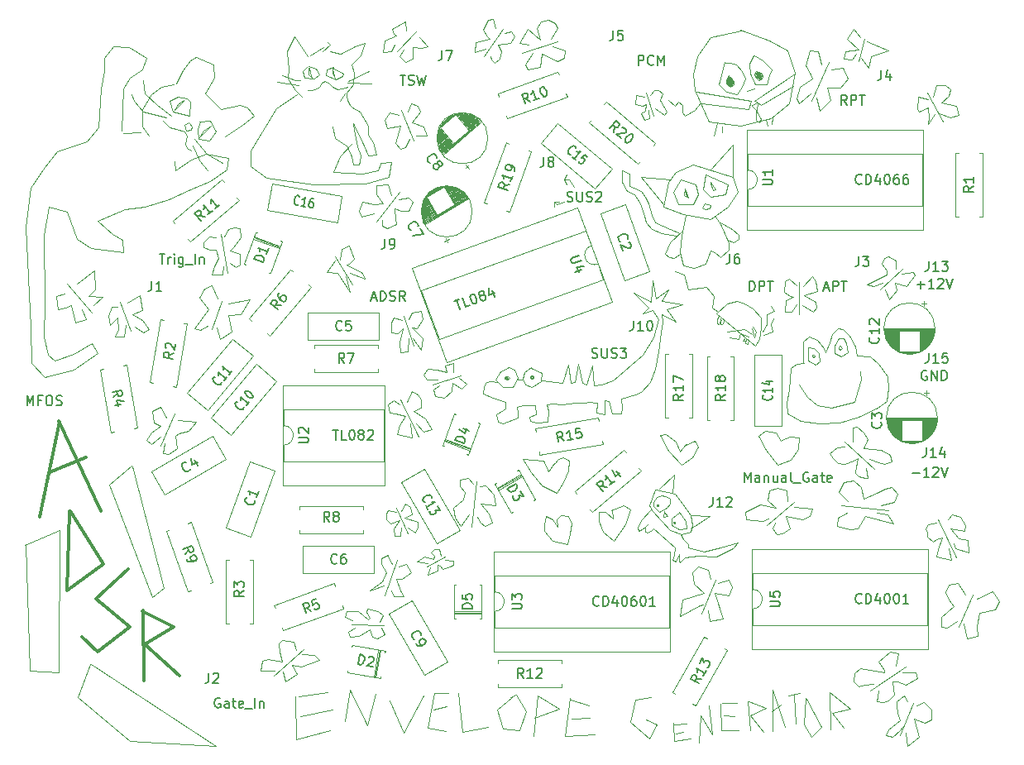
<source format=gbr>
G04 #@! TF.GenerationSoftware,KiCad,Pcbnew,(5.1.2-1)-1*
G04 #@! TF.CreationDate,2021-01-24T21:45:56-05:00*
G04 #@! TF.ProjectId,ADSR Envelope - MFOS,41445352-2045-46e7-9665-6c6f7065202d,rev?*
G04 #@! TF.SameCoordinates,Original*
G04 #@! TF.FileFunction,Legend,Top*
G04 #@! TF.FilePolarity,Positive*
%FSLAX46Y46*%
G04 Gerber Fmt 4.6, Leading zero omitted, Abs format (unit mm)*
G04 Created by KiCad (PCBNEW (5.1.2-1)-1) date 2021-01-24 21:45:56*
%MOMM*%
%LPD*%
G04 APERTURE LIST*
%ADD10C,0.120000*%
%ADD11C,0.150000*%
%ADD12C,0.300000*%
G04 APERTURE END LIST*
D10*
X90210000Y-55320000D02*
X90700000Y-56180000D01*
X89100000Y-55150000D02*
X90210000Y-55320000D01*
X88450000Y-55690000D02*
X89100000Y-55150000D01*
X89230000Y-57120000D02*
X88450000Y-55690000D01*
X90420000Y-58680000D02*
X89230000Y-57120000D01*
X91730000Y-58150000D02*
X90420000Y-58680000D01*
X92510000Y-57040000D02*
X91730000Y-58150000D01*
X92630000Y-55850000D02*
X92510000Y-57040000D01*
X91650000Y-55770000D02*
X92630000Y-55850000D01*
X90790000Y-56060000D02*
X91650000Y-55770000D01*
X80400000Y-57250000D02*
X80980000Y-56550000D01*
X79950000Y-56260000D02*
X80400000Y-57250000D01*
X78970000Y-55480000D02*
X79950000Y-56260000D01*
X78390000Y-55560000D02*
X78970000Y-55480000D01*
X79250000Y-57170000D02*
X78390000Y-55560000D01*
X80530000Y-58680000D02*
X79250000Y-57170000D01*
X81670000Y-57860000D02*
X80530000Y-58680000D01*
X82250000Y-56800000D02*
X81670000Y-57860000D01*
X81920000Y-56220000D02*
X82250000Y-56800000D01*
X81020000Y-56630000D02*
X81920000Y-56220000D01*
X33340000Y-45760000D02*
X32970000Y-44580000D01*
X34470000Y-44970000D02*
X33340000Y-45760000D01*
X34190000Y-43280000D02*
X34470000Y-44970000D01*
X35430000Y-43200000D02*
X34190000Y-43280000D01*
X36360000Y-41670000D02*
X35430000Y-43200000D01*
X34160000Y-42120000D02*
X36360000Y-41670000D01*
X31310000Y-44860000D02*
X32070000Y-44410000D01*
X30720000Y-44690000D02*
X31310000Y-44860000D01*
X32150000Y-42750000D02*
X30720000Y-44690000D01*
X31590000Y-42040000D02*
X32150000Y-42750000D01*
X31250000Y-41560000D02*
X31590000Y-42040000D01*
X31700000Y-40630000D02*
X31250000Y-41560000D01*
X32520000Y-40260000D02*
X31700000Y-40630000D01*
X33060000Y-41640000D02*
X32520000Y-40260000D01*
X33570000Y-39190000D02*
X33650000Y-38320000D01*
X32460000Y-39160000D02*
X33570000Y-39190000D01*
X32750000Y-38340000D02*
X32460000Y-39160000D01*
X33140000Y-37470000D02*
X32750000Y-38340000D01*
X32940000Y-36590000D02*
X33140000Y-37470000D01*
X32320000Y-36590000D02*
X32940000Y-36590000D01*
X31650000Y-36340000D02*
X32320000Y-36590000D01*
X31670000Y-35860000D02*
X31650000Y-36340000D01*
X32210000Y-35300000D02*
X31670000Y-35860000D01*
X32940000Y-35320000D02*
X32210000Y-35300000D01*
X34950000Y-38430000D02*
X34300000Y-37950000D01*
X35340000Y-38150000D02*
X34950000Y-38430000D01*
X35340000Y-37050000D02*
X35340000Y-38150000D01*
X34330000Y-36710000D02*
X35340000Y-37050000D01*
X34640000Y-36370000D02*
X34330000Y-36710000D01*
X35480000Y-35320000D02*
X34640000Y-36370000D01*
X35340000Y-34450000D02*
X35480000Y-35320000D01*
X34750000Y-34310000D02*
X35340000Y-34450000D01*
X34210000Y-34480000D02*
X34750000Y-34310000D01*
X33760000Y-35300000D02*
X34210000Y-34480000D01*
X33400000Y-35040000D02*
X34100000Y-39020000D01*
X32490000Y-44720000D02*
X33510000Y-41900000D01*
X73550000Y-64110000D02*
X73490000Y-63240000D01*
X72820000Y-63490000D02*
X73550000Y-64110000D01*
X72110000Y-63460000D02*
X72820000Y-63490000D01*
X72110000Y-64440000D02*
X72110000Y-63460000D01*
X72520000Y-65470000D02*
X72110000Y-64440000D01*
X73630000Y-66390000D02*
X72520000Y-65470000D01*
X74820000Y-64710000D02*
X73630000Y-66390000D01*
X75310000Y-63190000D02*
X74820000Y-64710000D01*
X74660000Y-62780000D02*
X75310000Y-63190000D01*
X73390000Y-63270000D02*
X74660000Y-62780000D01*
X67880000Y-65030000D02*
X67780000Y-64190000D01*
X67320000Y-64250000D02*
X67880000Y-65030000D01*
X66670000Y-63890000D02*
X67320000Y-64250000D01*
X66480000Y-64710000D02*
X66670000Y-63890000D01*
X66480000Y-65410000D02*
X66480000Y-64710000D01*
X67400000Y-66390000D02*
X66480000Y-65410000D01*
X68890000Y-66770000D02*
X67400000Y-66390000D01*
X69130000Y-65680000D02*
X68890000Y-66770000D01*
X69320000Y-64650000D02*
X69130000Y-65680000D01*
X69000000Y-63890000D02*
X69320000Y-64650000D01*
X68240000Y-63840000D02*
X69000000Y-63890000D01*
X67750000Y-64250000D02*
X68240000Y-63840000D01*
X66940000Y-59330000D02*
X67530000Y-58480000D01*
X66390000Y-58190000D02*
X66940000Y-59330000D01*
X64350000Y-58060000D02*
X66390000Y-58190000D01*
X65180000Y-59410000D02*
X64350000Y-58060000D01*
X66270000Y-60730000D02*
X65180000Y-59410000D01*
X67780000Y-61550000D02*
X66270000Y-60730000D01*
X68430000Y-60420000D02*
X67780000Y-61550000D01*
X69000000Y-59220000D02*
X68430000Y-60420000D01*
X69040000Y-58230000D02*
X69000000Y-59220000D01*
X68500000Y-57920000D02*
X69040000Y-58230000D01*
X67930000Y-58040000D02*
X68500000Y-57920000D01*
X67490000Y-58530000D02*
X67930000Y-58040000D01*
X102910000Y-85860000D02*
X103140000Y-85510000D01*
X102200000Y-86470000D02*
X102910000Y-85860000D01*
X101460000Y-86330000D02*
X102200000Y-86470000D01*
X101720000Y-85700000D02*
X101460000Y-86330000D01*
X102880000Y-84780000D02*
X101720000Y-85700000D01*
X102690000Y-84060000D02*
X102880000Y-84780000D01*
X102550000Y-83240000D02*
X102690000Y-84060000D01*
X102620000Y-82860000D02*
X102550000Y-83240000D01*
X103310000Y-82300000D02*
X102620000Y-82860000D01*
X103690000Y-82880000D02*
X103310000Y-82300000D01*
X103710000Y-87450000D02*
X103550000Y-86050000D01*
X104890000Y-86460000D02*
X103710000Y-87450000D01*
X104320000Y-84670000D02*
X104890000Y-86460000D01*
X105490000Y-85030000D02*
X104320000Y-84670000D01*
X106150000Y-84760000D02*
X105490000Y-85030000D01*
X106140000Y-83700000D02*
X106150000Y-84760000D01*
X105360000Y-82970000D02*
X106140000Y-83700000D01*
X104580000Y-83250000D02*
X105360000Y-82970000D01*
X100640000Y-82360000D02*
X100760000Y-81720000D01*
X100590000Y-82850000D02*
X100640000Y-82360000D01*
X101250000Y-82940000D02*
X100590000Y-82850000D01*
X101730000Y-82760000D02*
X101250000Y-82940000D01*
X102290000Y-82220000D02*
X101730000Y-82760000D01*
X102270000Y-81510000D02*
X102290000Y-82220000D01*
X102150000Y-80790000D02*
X102270000Y-81510000D01*
X102650000Y-80840000D02*
X102150000Y-80790000D01*
X103520000Y-81200000D02*
X102650000Y-80840000D01*
X104700000Y-80490000D02*
X103520000Y-81200000D01*
X104560000Y-79920000D02*
X104700000Y-80490000D01*
X103170000Y-79920000D02*
X104560000Y-79920000D01*
X99290000Y-81130000D02*
X100210000Y-81080000D01*
X98720000Y-81310000D02*
X99290000Y-81130000D01*
X98200000Y-80790000D02*
X98720000Y-81310000D01*
X98280000Y-80010000D02*
X98200000Y-80790000D01*
X98890000Y-79470000D02*
X98280000Y-80010000D01*
X101300000Y-79880000D02*
X98890000Y-79470000D01*
X101350000Y-79620000D02*
X101300000Y-79880000D01*
X100680000Y-78830000D02*
X101350000Y-79620000D01*
X101910000Y-77770000D02*
X100680000Y-78830000D01*
X102720000Y-77930000D02*
X101910000Y-77770000D01*
X102510000Y-79210000D02*
X102720000Y-77930000D01*
X109820000Y-76400000D02*
X109460000Y-74890000D01*
X110900000Y-76170000D02*
X109820000Y-76400000D01*
X110780000Y-75180000D02*
X110900000Y-76170000D01*
X111020000Y-73830000D02*
X110780000Y-75180000D01*
X112680000Y-73430000D02*
X111020000Y-73830000D01*
X113060000Y-72570000D02*
X112680000Y-73430000D01*
X112400000Y-71630000D02*
X113060000Y-72570000D01*
X110780000Y-72320000D02*
X112400000Y-71630000D01*
X107730000Y-75350000D02*
X108790000Y-74630000D01*
X107140000Y-75230000D02*
X107730000Y-75350000D01*
X107180000Y-74180000D02*
X107140000Y-75230000D01*
X108450000Y-73090000D02*
X107180000Y-74180000D01*
X107930000Y-72420000D02*
X108450000Y-73090000D01*
X107540000Y-71700000D02*
X107930000Y-72420000D01*
X107900000Y-70900000D02*
X107540000Y-71700000D01*
X108820000Y-70710000D02*
X107900000Y-70900000D01*
X109580000Y-71920000D02*
X108820000Y-70710000D01*
X108190000Y-68390000D02*
X107920000Y-67200000D01*
X106630000Y-68040000D02*
X108190000Y-68390000D01*
X106850000Y-67270000D02*
X106630000Y-68040000D01*
X107240000Y-66080000D02*
X106850000Y-67270000D01*
X106680000Y-66230000D02*
X107240000Y-66080000D01*
X106270000Y-66500000D02*
X106680000Y-66230000D01*
X105750000Y-66040000D02*
X106270000Y-66500000D01*
X105710000Y-65580000D02*
X105750000Y-66040000D01*
X105580000Y-65160000D02*
X105710000Y-65580000D01*
X105820000Y-64700000D02*
X105580000Y-65160000D01*
X106680000Y-64610000D02*
X105820000Y-64700000D01*
X108620000Y-67210000D02*
X108460000Y-66700000D01*
X109940000Y-67630000D02*
X108620000Y-67210000D01*
X109880000Y-66310000D02*
X109940000Y-67630000D01*
X108940000Y-66200000D02*
X109880000Y-66310000D01*
X108110000Y-65150000D02*
X108940000Y-66200000D01*
X109560000Y-65440000D02*
X108110000Y-65150000D01*
X109630000Y-64790000D02*
X109560000Y-65440000D01*
X109090000Y-63990000D02*
X109630000Y-64790000D01*
X108280000Y-63700000D02*
X109090000Y-63990000D01*
X107800000Y-64260000D02*
X108280000Y-63700000D01*
X99430000Y-59020000D02*
X99510000Y-58880000D01*
X99590000Y-59990000D02*
X99430000Y-59020000D01*
X99350000Y-59970000D02*
X99590000Y-59990000D01*
X98720000Y-59800000D02*
X99350000Y-59970000D01*
X98370000Y-59500000D02*
X98720000Y-59800000D01*
X98370000Y-59340000D02*
X98370000Y-59500000D01*
X98590000Y-57980000D02*
X98370000Y-59340000D01*
X98150000Y-58230000D02*
X98590000Y-57980000D01*
X97250000Y-58530000D02*
X98150000Y-58230000D01*
X96550000Y-58440000D02*
X97250000Y-58530000D01*
X96060000Y-57930000D02*
X96550000Y-58440000D01*
X95760000Y-57490000D02*
X96060000Y-57930000D01*
X96460000Y-56840000D02*
X95760000Y-57490000D01*
X97250000Y-56760000D02*
X96460000Y-56840000D01*
X100760000Y-58390000D02*
X99780000Y-58040000D01*
X101340000Y-58580000D02*
X100760000Y-58390000D01*
X102040000Y-58310000D02*
X101340000Y-58580000D01*
X101910000Y-57650000D02*
X102040000Y-58310000D01*
X100950000Y-57110000D02*
X101910000Y-57650000D01*
X99210000Y-56950000D02*
X100950000Y-57110000D01*
X99620000Y-56050000D02*
X99210000Y-56950000D01*
X99160000Y-55340000D02*
X99620000Y-56050000D01*
X98560000Y-54770000D02*
X99160000Y-55340000D01*
X98100000Y-54800000D02*
X98560000Y-54770000D01*
X98070000Y-56240000D02*
X98100000Y-54800000D01*
X101640000Y-63700000D02*
X100550000Y-63590000D01*
X102260000Y-64620000D02*
X101640000Y-63700000D01*
X99380000Y-63890000D02*
X102260000Y-64620000D01*
X98590000Y-65140000D02*
X99380000Y-63890000D01*
X97740000Y-65270000D02*
X98590000Y-65140000D01*
X96520000Y-64890000D02*
X97740000Y-65270000D01*
X96600000Y-64100000D02*
X96520000Y-64890000D01*
X97470000Y-63510000D02*
X96600000Y-64100000D01*
X102340000Y-62440000D02*
X100950000Y-62770000D01*
X102700000Y-61600000D02*
X102340000Y-62440000D01*
X102100000Y-60890000D02*
X102700000Y-61600000D01*
X101360000Y-61060000D02*
X102100000Y-60890000D01*
X100550000Y-61550000D02*
X101360000Y-61060000D01*
X99210000Y-62090000D02*
X100550000Y-61550000D01*
X98970000Y-60950000D02*
X99210000Y-62090000D01*
X98210000Y-60270000D02*
X98970000Y-60950000D01*
X97170000Y-60460000D02*
X98210000Y-60270000D01*
X96680000Y-61440000D02*
X97170000Y-60460000D01*
X97580000Y-62360000D02*
X96680000Y-61440000D01*
X89900000Y-65140000D02*
X90100000Y-64590000D01*
X90290000Y-65790000D02*
X89900000Y-65140000D01*
X90860000Y-65630000D02*
X90290000Y-65790000D01*
X91650000Y-65140000D02*
X90860000Y-65630000D01*
X91210000Y-63860000D02*
X91650000Y-65140000D01*
X92950000Y-64210000D02*
X91210000Y-63860000D01*
X93660000Y-63910000D02*
X92950000Y-64210000D01*
X93910000Y-63150000D02*
X93660000Y-63910000D01*
X92080000Y-62960000D02*
X93910000Y-63150000D01*
X88840000Y-64380000D02*
X89500000Y-64130000D01*
X87180000Y-64270000D02*
X88840000Y-64380000D01*
X87070000Y-63480000D02*
X87180000Y-64270000D01*
X88650000Y-62690000D02*
X87070000Y-63480000D01*
X90180000Y-63020000D02*
X88650000Y-62690000D01*
X89390000Y-62250000D02*
X90180000Y-63020000D01*
X89520000Y-61300000D02*
X89390000Y-62250000D01*
X90370000Y-61030000D02*
X89520000Y-61300000D01*
X91320000Y-61300000D02*
X90370000Y-61030000D01*
X91370000Y-62340000D02*
X91320000Y-61300000D01*
X82430000Y-73000000D02*
X82780000Y-72980000D01*
X80440000Y-74100000D02*
X82430000Y-73000000D01*
X80620000Y-72420000D02*
X80440000Y-74100000D01*
X82890000Y-71760000D02*
X80620000Y-72420000D01*
X81880000Y-70860000D02*
X82890000Y-71760000D01*
X81710000Y-69680000D02*
X81880000Y-70860000D01*
X82230000Y-69050000D02*
X81710000Y-69680000D01*
X83240000Y-69360000D02*
X82230000Y-69050000D01*
X83550000Y-70340000D02*
X83240000Y-69360000D01*
X83480000Y-74680000D02*
X83310000Y-73550000D01*
X84770000Y-74360000D02*
X83480000Y-74680000D01*
X83960000Y-71800000D02*
X84770000Y-74360000D01*
X85400000Y-72020000D02*
X83960000Y-71800000D01*
X85770000Y-71130000D02*
X85400000Y-72020000D01*
X85420000Y-70400000D02*
X85770000Y-71130000D01*
X84270000Y-70760000D02*
X85420000Y-70400000D01*
X39990000Y-80830000D02*
X39770000Y-79840000D01*
X41200000Y-80050000D02*
X39990000Y-80830000D01*
X40730000Y-79090000D02*
X41200000Y-80050000D01*
X41640000Y-79340000D02*
X40730000Y-79090000D01*
X43450000Y-78640000D02*
X41640000Y-79340000D01*
X42990000Y-78090000D02*
X43450000Y-78640000D01*
X41690000Y-78030000D02*
X42990000Y-78090000D01*
X37490000Y-79700000D02*
X38940000Y-79700000D01*
X37630000Y-78730000D02*
X37490000Y-79700000D01*
X38210000Y-78550000D02*
X37630000Y-78730000D01*
X39710000Y-78810000D02*
X38210000Y-78550000D01*
X39440000Y-77790000D02*
X39710000Y-78810000D01*
X39300000Y-76910000D02*
X39440000Y-77790000D01*
X39710000Y-76600000D02*
X39300000Y-76910000D01*
X40820000Y-76740000D02*
X39710000Y-76600000D01*
X41140000Y-77620000D02*
X40820000Y-76740000D01*
X46470000Y-75770000D02*
X47150000Y-75330000D01*
X46590000Y-76210000D02*
X46470000Y-75770000D01*
X47530000Y-76200000D02*
X46590000Y-76210000D01*
X48690000Y-75510000D02*
X47530000Y-76200000D01*
X48880000Y-76230000D02*
X48690000Y-75510000D01*
X49400000Y-76460000D02*
X48880000Y-76230000D01*
X50160000Y-76040000D02*
X49400000Y-76460000D01*
X49820000Y-75310000D02*
X50160000Y-76040000D01*
X46120000Y-74200000D02*
X46890000Y-74550000D01*
X46290000Y-73630000D02*
X46120000Y-74200000D01*
X47500000Y-73640000D02*
X46290000Y-73630000D01*
X48500000Y-74490000D02*
X47500000Y-73640000D01*
X48680000Y-74320000D02*
X48500000Y-74490000D01*
X48340000Y-73750000D02*
X48680000Y-74320000D01*
X48410000Y-73360000D02*
X48340000Y-73750000D01*
X49460000Y-73610000D02*
X48410000Y-73360000D01*
X49970000Y-74070000D02*
X49460000Y-73610000D01*
X49670000Y-74700000D02*
X49970000Y-74070000D01*
X48620000Y-71470000D02*
X50100000Y-71010000D01*
X49910000Y-70600000D02*
X48620000Y-71470000D01*
X50340000Y-69630000D02*
X49910000Y-70600000D01*
X49800000Y-68790000D02*
X50340000Y-69630000D01*
X49850000Y-68170000D02*
X49800000Y-68790000D01*
X50490000Y-67900000D02*
X49850000Y-68170000D01*
X50470000Y-67880000D02*
X50970000Y-68820000D01*
X51110000Y-72080000D02*
X50830000Y-71530000D01*
X52140000Y-72070000D02*
X51110000Y-72080000D01*
X51770000Y-71540000D02*
X52140000Y-72070000D01*
X51360000Y-70340000D02*
X51770000Y-71540000D01*
X51960000Y-70300000D02*
X51360000Y-70340000D01*
X52890000Y-69690000D02*
X51960000Y-70300000D01*
X52390000Y-68790000D02*
X52890000Y-69690000D01*
X51620000Y-69090000D02*
X52390000Y-68790000D01*
X54570000Y-69880000D02*
X54840000Y-69180000D01*
X55620000Y-69490000D02*
X54570000Y-69880000D01*
X55570000Y-68880000D02*
X55620000Y-69490000D01*
X55880000Y-68940000D02*
X55570000Y-68880000D01*
X56060000Y-69340000D02*
X55880000Y-68940000D01*
X56860000Y-69090000D02*
X56060000Y-69340000D01*
X57200000Y-68900000D02*
X56860000Y-69090000D01*
X57160000Y-68480000D02*
X57200000Y-68900000D01*
X56350000Y-68360000D02*
X57160000Y-68480000D01*
X53460000Y-68550000D02*
X54570000Y-68700000D01*
X54250000Y-68010000D02*
X53460000Y-68550000D01*
X55210000Y-68270000D02*
X54250000Y-68010000D01*
X55220000Y-67930000D02*
X55210000Y-68270000D01*
X54940000Y-67580000D02*
X55220000Y-67930000D01*
X55220000Y-67290000D02*
X54940000Y-67580000D01*
X55780000Y-67290000D02*
X55220000Y-67290000D01*
X55910000Y-67940000D02*
X55780000Y-67290000D01*
X51780000Y-65900000D02*
X51880000Y-65050000D01*
X51230000Y-65930000D02*
X51780000Y-65900000D01*
X51140000Y-65120000D02*
X51230000Y-65930000D01*
X51690000Y-64300000D02*
X51140000Y-65120000D01*
X50750000Y-64680000D02*
X51690000Y-64300000D01*
X50370000Y-64210000D02*
X50750000Y-64680000D01*
X50310000Y-63660000D02*
X50370000Y-64210000D01*
X50520000Y-63290000D02*
X50310000Y-63660000D01*
X51390000Y-63500000D02*
X50520000Y-63290000D01*
X53300000Y-65590000D02*
X52540000Y-65060000D01*
X53600000Y-65010000D02*
X53300000Y-65590000D01*
X53540000Y-64500000D02*
X53600000Y-65010000D01*
X52180000Y-64070000D02*
X53540000Y-64500000D01*
X52980000Y-63690000D02*
X52180000Y-64070000D01*
X52760000Y-62940000D02*
X52980000Y-63690000D01*
X52250000Y-62610000D02*
X52760000Y-62940000D01*
X51870000Y-63390000D02*
X52250000Y-62610000D01*
X57970000Y-64870000D02*
X58830000Y-63730000D01*
X57370000Y-64030000D02*
X57970000Y-64870000D01*
X57200000Y-63060000D02*
X57370000Y-64030000D01*
X58240000Y-62160000D02*
X57200000Y-63060000D01*
X58400000Y-61420000D02*
X58240000Y-62160000D01*
X57910000Y-60880000D02*
X58400000Y-61420000D01*
X57900000Y-60170000D02*
X57910000Y-60880000D01*
X58740000Y-59960000D02*
X57900000Y-60170000D01*
X59200000Y-60610000D02*
X58740000Y-59960000D01*
X59980000Y-64550000D02*
X59660000Y-63960000D01*
X60380000Y-64940000D02*
X59980000Y-64550000D01*
X61160000Y-64530000D02*
X60380000Y-64940000D01*
X60830000Y-63660000D02*
X61160000Y-64530000D01*
X59990000Y-62590000D02*
X60830000Y-63660000D01*
X61530000Y-62760000D02*
X59990000Y-62590000D01*
X61340000Y-61680000D02*
X61530000Y-62760000D01*
X60520000Y-60780000D02*
X61340000Y-61680000D01*
X59890000Y-60850000D02*
X60520000Y-60780000D01*
X53010000Y-55870000D02*
X52760000Y-54440000D01*
X51440000Y-55480000D02*
X53010000Y-55870000D01*
X51700000Y-54580000D02*
X51440000Y-55480000D01*
X52290000Y-53660000D02*
X51700000Y-54580000D01*
X51260000Y-53420000D02*
X52290000Y-53660000D01*
X50660000Y-53330000D02*
X51260000Y-53420000D01*
X50520000Y-52420000D02*
X50660000Y-53330000D01*
X51140000Y-52040000D02*
X50520000Y-52420000D01*
X51670000Y-52480000D02*
X51140000Y-52040000D01*
X54190000Y-55290000D02*
X53360000Y-54410000D01*
X54970000Y-54980000D02*
X54190000Y-55290000D01*
X54310000Y-53940000D02*
X54970000Y-54980000D01*
X53170000Y-53160000D02*
X54310000Y-53940000D01*
X53920000Y-52790000D02*
X53170000Y-53160000D01*
X53940000Y-51940000D02*
X53920000Y-52790000D01*
X53530000Y-51420000D02*
X53940000Y-51940000D01*
X52940000Y-51130000D02*
X53530000Y-51420000D01*
X52470000Y-52220000D02*
X52940000Y-51130000D01*
X55160000Y-50940000D02*
X55730000Y-50540000D01*
X55360000Y-51620000D02*
X55160000Y-50940000D01*
X56250000Y-51800000D02*
X55360000Y-51620000D01*
X57070000Y-51100000D02*
X56250000Y-51800000D01*
X57090000Y-50270000D02*
X57070000Y-51100000D01*
X58040000Y-50830000D02*
X57090000Y-50270000D01*
X58520000Y-50370000D02*
X58040000Y-50830000D01*
X57800000Y-49780000D02*
X58520000Y-50370000D01*
X54470000Y-49930000D02*
X55630000Y-49920000D01*
X54140000Y-49380000D02*
X54470000Y-49930000D01*
X54570000Y-48800000D02*
X54140000Y-49380000D01*
X55470000Y-48870000D02*
X54570000Y-48800000D01*
X56540000Y-49160000D02*
X55470000Y-48870000D01*
X56370000Y-48480000D02*
X56540000Y-49160000D01*
X57240000Y-48260000D02*
X56370000Y-48480000D01*
X57240000Y-49140000D02*
X57240000Y-48260000D01*
X52550000Y-47020000D02*
X52600000Y-45690000D01*
X51780000Y-47110000D02*
X52550000Y-47020000D01*
X51690000Y-46140000D02*
X51780000Y-47110000D01*
X52060000Y-44630000D02*
X51690000Y-46140000D01*
X51490000Y-45190000D02*
X52060000Y-44630000D01*
X50870000Y-45100000D02*
X51490000Y-45190000D01*
X50830000Y-44080000D02*
X50870000Y-45100000D01*
X51120000Y-43530000D02*
X50830000Y-44080000D01*
X51980000Y-43840000D02*
X51120000Y-43530000D01*
X53920000Y-46860000D02*
X53030000Y-45720000D01*
X54050000Y-45710000D02*
X53920000Y-46860000D01*
X53010000Y-44550000D02*
X54050000Y-45710000D01*
X53450000Y-44660000D02*
X53010000Y-44550000D01*
X54070000Y-43770000D02*
X53450000Y-44660000D01*
X53880000Y-42930000D02*
X54070000Y-43770000D01*
X52950000Y-43040000D02*
X53880000Y-42930000D01*
X52640000Y-43700000D02*
X52950000Y-43040000D01*
X91860000Y-42950000D02*
X92350000Y-42250000D01*
X91160000Y-42940000D02*
X91860000Y-42950000D01*
X91260000Y-41760000D02*
X91160000Y-42940000D01*
X91970000Y-41480000D02*
X91260000Y-41760000D01*
X91620000Y-41390000D02*
X91970000Y-41480000D01*
X91060000Y-40920000D02*
X91620000Y-41390000D01*
X91140000Y-39810000D02*
X91060000Y-40920000D01*
X91600000Y-39580000D02*
X91140000Y-39810000D01*
X92340000Y-40300000D02*
X91600000Y-39580000D01*
X94040000Y-42990000D02*
X92970000Y-42280000D01*
X94340000Y-42580000D02*
X94040000Y-42990000D01*
X94260000Y-41920000D02*
X94340000Y-42580000D01*
X93140000Y-41310000D02*
X94260000Y-41920000D01*
X94440000Y-40840000D02*
X93140000Y-41310000D01*
X94250000Y-39860000D02*
X94440000Y-40840000D01*
X93940000Y-39320000D02*
X94250000Y-39860000D01*
X93030000Y-40370000D02*
X93940000Y-39320000D01*
X101830000Y-41670000D02*
X101400000Y-40690000D01*
X102560000Y-40810000D02*
X101830000Y-41670000D01*
X102390000Y-40000000D02*
X102560000Y-40810000D01*
X103640000Y-40340000D02*
X102390000Y-40000000D01*
X104010000Y-39790000D02*
X103640000Y-40340000D01*
X104460000Y-39240000D02*
X104010000Y-39790000D01*
X104280000Y-38890000D02*
X104460000Y-39240000D01*
X103090000Y-39100000D02*
X104280000Y-38890000D01*
X100180000Y-40380000D02*
X101110000Y-40000000D01*
X99510000Y-40200000D02*
X100180000Y-40380000D01*
X101580000Y-39150000D02*
X99510000Y-40200000D01*
X101550000Y-38780000D02*
X101580000Y-39150000D01*
X101080000Y-38040000D02*
X101550000Y-38780000D01*
X101340000Y-37460000D02*
X101080000Y-38040000D01*
X101770000Y-37340000D02*
X101340000Y-37460000D01*
X102510000Y-37720000D02*
X101770000Y-37340000D01*
X102540000Y-38540000D02*
X102510000Y-37720000D01*
X105830000Y-23740000D02*
X106460000Y-22770000D01*
X105880000Y-23050000D02*
X105830000Y-23740000D01*
X105810000Y-22030000D02*
X105880000Y-23050000D01*
X104840000Y-22480000D02*
X105810000Y-22030000D01*
X104730000Y-22240000D02*
X104840000Y-22480000D01*
X104770000Y-21000000D02*
X104730000Y-22240000D01*
X105780000Y-21240000D02*
X104770000Y-21000000D01*
X108090000Y-23090000D02*
X106910000Y-22690000D01*
X108940000Y-22860000D02*
X108090000Y-23090000D01*
X108660000Y-21920000D02*
X108940000Y-22860000D01*
X107140000Y-21540000D02*
X108660000Y-21920000D01*
X107880000Y-20890000D02*
X107140000Y-21540000D01*
X108110000Y-20210000D02*
X107880000Y-20890000D01*
X107620000Y-19760000D02*
X108110000Y-20210000D01*
X106660000Y-19800000D02*
X107620000Y-19760000D01*
X106350000Y-20930000D02*
X106660000Y-19800000D01*
X97990000Y-17120000D02*
X98420000Y-16550000D01*
X97170000Y-17060000D02*
X97990000Y-17120000D01*
X97350000Y-16280000D02*
X97170000Y-17060000D01*
X98660000Y-16150000D02*
X97350000Y-16280000D01*
X97530000Y-15010000D02*
X98660000Y-16150000D01*
X98140000Y-13990000D02*
X97530000Y-15010000D01*
X98830000Y-14830000D02*
X98140000Y-13990000D01*
X99670000Y-17960000D02*
X98980000Y-16960000D01*
X99940000Y-16800000D02*
X99670000Y-17960000D01*
X101710000Y-16190000D02*
X99940000Y-16800000D01*
X99530000Y-15310000D02*
X101710000Y-16190000D01*
X92550000Y-21670000D02*
X93750000Y-20650000D01*
X92320000Y-21110000D02*
X92550000Y-21670000D01*
X92660000Y-19920000D02*
X92320000Y-21110000D01*
X93940000Y-19100000D02*
X92660000Y-19920000D01*
X93760000Y-18670000D02*
X93940000Y-19100000D01*
X93230000Y-17780000D02*
X93760000Y-18670000D01*
X93690000Y-16190000D02*
X93230000Y-17780000D01*
X94530000Y-16330000D02*
X93690000Y-16190000D01*
X94910000Y-17650000D02*
X94530000Y-16330000D01*
X94750000Y-22430000D02*
X94410000Y-21060000D01*
X95800000Y-21310000D02*
X94750000Y-22430000D01*
X95480000Y-20030000D02*
X95800000Y-21310000D01*
X96820000Y-20060000D02*
X95480000Y-20030000D01*
X97570000Y-19100000D02*
X96820000Y-20060000D01*
X97050000Y-18030000D02*
X97570000Y-19100000D01*
X95870000Y-18170000D02*
X97050000Y-18030000D01*
X77300000Y-23180000D02*
X77220000Y-22290000D01*
X76750000Y-23310000D02*
X77300000Y-23180000D01*
X76460000Y-22650000D02*
X76750000Y-23310000D01*
X76860000Y-22400000D02*
X76460000Y-22650000D01*
X76890000Y-21720000D02*
X76860000Y-22400000D01*
X76630000Y-21920000D02*
X76890000Y-21720000D01*
X75860000Y-21720000D02*
X76630000Y-21920000D01*
X75920000Y-20780000D02*
X75860000Y-21720000D01*
X76760000Y-20990000D02*
X75920000Y-20780000D01*
X78770000Y-22840000D02*
X77850000Y-22180000D01*
X79040000Y-22470000D02*
X78770000Y-22840000D01*
X78340000Y-21270000D02*
X79040000Y-22470000D01*
X78650000Y-20620000D02*
X78340000Y-21270000D01*
X78180000Y-20270000D02*
X78650000Y-20620000D01*
X77810000Y-20290000D02*
X78180000Y-20270000D01*
X77360000Y-20790000D02*
X77810000Y-20290000D01*
X64600000Y-17690000D02*
X65330000Y-16490000D01*
X64840000Y-18170000D02*
X64600000Y-17690000D01*
X66100000Y-17930000D02*
X64840000Y-18170000D01*
X66290000Y-16550000D02*
X66100000Y-17930000D01*
X67830000Y-17320000D02*
X66290000Y-16550000D01*
X68550000Y-17010000D02*
X67830000Y-17320000D01*
X68670000Y-16260000D02*
X68550000Y-17010000D01*
X67320000Y-15770000D02*
X68670000Y-16260000D01*
X63990000Y-15470000D02*
X64900000Y-15630000D01*
X64840000Y-14060000D02*
X63990000Y-15470000D01*
X66120000Y-15140000D02*
X64840000Y-14060000D01*
X65760000Y-13940000D02*
X66120000Y-15140000D01*
X66160000Y-13270000D02*
X65760000Y-13940000D01*
X66980000Y-13130000D02*
X66160000Y-13270000D01*
X67610000Y-13430000D02*
X66980000Y-13130000D01*
X67870000Y-13940000D02*
X67610000Y-13430000D01*
X67160000Y-15080000D02*
X67870000Y-13940000D01*
X59390000Y-16390000D02*
X60470000Y-16060000D01*
X59490000Y-15350000D02*
X59390000Y-16390000D01*
X60900000Y-15040000D02*
X59490000Y-15350000D01*
X60700000Y-14810000D02*
X60900000Y-15040000D01*
X60270000Y-14140000D02*
X60700000Y-14810000D01*
X60720000Y-13120000D02*
X60270000Y-14140000D01*
X61270000Y-12970000D02*
X60720000Y-13120000D01*
X61560000Y-13950000D02*
X61270000Y-12970000D01*
X61080000Y-17150000D02*
X61040000Y-16820000D01*
X61410000Y-17490000D02*
X61080000Y-17150000D01*
X61960000Y-17110000D02*
X61410000Y-17490000D01*
X62150000Y-16290000D02*
X61960000Y-17110000D01*
X61800000Y-15610000D02*
X62150000Y-16290000D01*
X63050000Y-15430000D02*
X61800000Y-15610000D01*
X63480000Y-14750000D02*
X63050000Y-15430000D01*
X63170000Y-14280000D02*
X63480000Y-14750000D01*
X62430000Y-14450000D02*
X63170000Y-14280000D01*
X51730000Y-16780000D02*
X52160000Y-16180000D01*
X52330000Y-17370000D02*
X51730000Y-16780000D01*
X53020000Y-17100000D02*
X52330000Y-17370000D01*
X53020000Y-15880000D02*
X53020000Y-17100000D01*
X53960000Y-15960000D02*
X53020000Y-15880000D01*
X54580000Y-15800000D02*
X53960000Y-15960000D01*
X53720000Y-14870000D02*
X54580000Y-15800000D01*
X50830000Y-16270000D02*
X51180000Y-15630000D01*
X49980000Y-16410000D02*
X50830000Y-16270000D01*
X50200000Y-15180000D02*
X49980000Y-16410000D01*
X51390000Y-14690000D02*
X50200000Y-15180000D01*
X51140000Y-14490000D02*
X51390000Y-14690000D01*
X50920000Y-14040000D02*
X51140000Y-14490000D01*
X52250000Y-13280000D02*
X50920000Y-14040000D01*
X52350000Y-14220000D02*
X52250000Y-13280000D01*
X52330000Y-26170000D02*
X52740000Y-25290000D01*
X51800000Y-26310000D02*
X52330000Y-26170000D01*
X51310000Y-25680000D02*
X51800000Y-26310000D01*
X51750000Y-23900000D02*
X51310000Y-25680000D01*
X50470000Y-24220000D02*
X51750000Y-23900000D01*
X50160000Y-23320000D02*
X50470000Y-24220000D01*
X50690000Y-22590000D02*
X50160000Y-23320000D01*
X51590000Y-22850000D02*
X50690000Y-22590000D01*
X54480000Y-24920000D02*
X53390000Y-24940000D01*
X54190000Y-23980000D02*
X54480000Y-24920000D01*
X53000000Y-23610000D02*
X54190000Y-23980000D01*
X53800000Y-22450000D02*
X53000000Y-23610000D01*
X53580000Y-21890000D02*
X53800000Y-22450000D01*
X52880000Y-21670000D02*
X53580000Y-21890000D01*
X52550000Y-22490000D02*
X52880000Y-21670000D01*
X49950000Y-34170000D02*
X49950000Y-33580000D01*
X50470000Y-34410000D02*
X49950000Y-34170000D01*
X51330000Y-34000000D02*
X50470000Y-34410000D01*
X51310000Y-33370000D02*
X51330000Y-34000000D01*
X51200000Y-32370000D02*
X51310000Y-33370000D01*
X51840000Y-32670000D02*
X51200000Y-32370000D01*
X52630000Y-32610000D02*
X51840000Y-32670000D01*
X53060000Y-31690000D02*
X52630000Y-32610000D01*
X52630000Y-31320000D02*
X53060000Y-31690000D01*
X51650000Y-31430000D02*
X52630000Y-31320000D01*
X47810000Y-33210000D02*
X49050000Y-32900000D01*
X47560000Y-32650000D02*
X47810000Y-33210000D01*
X47910000Y-31750000D02*
X47560000Y-32650000D01*
X49100000Y-31940000D02*
X47910000Y-31750000D01*
X50000000Y-31880000D02*
X49100000Y-31940000D01*
X49320000Y-30920000D02*
X50000000Y-31880000D01*
X49320000Y-30040000D02*
X49320000Y-30920000D01*
X50490000Y-29910000D02*
X49320000Y-30040000D01*
X50860000Y-31000000D02*
X50490000Y-29910000D01*
X46580000Y-40920000D02*
X46190000Y-39320000D01*
X45390000Y-39000000D02*
X46580000Y-40920000D01*
X44220000Y-38950000D02*
X45390000Y-39000000D01*
X45110000Y-37770000D02*
X44220000Y-38950000D01*
X48110000Y-39610000D02*
X46580000Y-39010000D01*
X47910000Y-38970000D02*
X48110000Y-39610000D01*
X46320000Y-38170000D02*
X47910000Y-38970000D01*
X46550000Y-38060000D02*
X46320000Y-38170000D01*
X47040000Y-37570000D02*
X46550000Y-38060000D01*
X46510000Y-36210000D02*
X47040000Y-37570000D01*
X45730000Y-36560000D02*
X46510000Y-36210000D01*
X45640000Y-37640000D02*
X45730000Y-36560000D01*
X26330000Y-56530000D02*
X27260000Y-55730000D01*
X25810000Y-56090000D02*
X26330000Y-56530000D01*
X26330000Y-55370000D02*
X25810000Y-56090000D01*
X27260000Y-54640000D02*
X26330000Y-55370000D01*
X26570000Y-54360000D02*
X27260000Y-54640000D01*
X26370000Y-53160000D02*
X26570000Y-54360000D01*
X27260000Y-52710000D02*
X26370000Y-53160000D01*
X27820000Y-53840000D02*
X27260000Y-52710000D01*
X27500000Y-57420000D02*
X27620000Y-56410000D01*
X28060000Y-57500000D02*
X27500000Y-57420000D01*
X28940000Y-56930000D02*
X28060000Y-57500000D01*
X28780000Y-55650000D02*
X28940000Y-56930000D01*
X29060000Y-55450000D02*
X28780000Y-55650000D01*
X30110000Y-55170000D02*
X29060000Y-55450000D01*
X30830000Y-54240000D02*
X30110000Y-55170000D01*
X28980000Y-54080000D02*
X30830000Y-54240000D01*
X23520000Y-45480000D02*
X23680000Y-44360000D01*
X22560000Y-45520000D02*
X23520000Y-45480000D01*
X22920000Y-44760000D02*
X22560000Y-45520000D01*
X22800000Y-43550000D02*
X22920000Y-44760000D01*
X22070000Y-44360000D02*
X22800000Y-43550000D01*
X21870000Y-43430000D02*
X22070000Y-44360000D01*
X22230000Y-42510000D02*
X21870000Y-43430000D01*
X22800000Y-42470000D02*
X22230000Y-42510000D01*
X25490000Y-45120000D02*
X24610000Y-44520000D01*
X26010000Y-44720000D02*
X25490000Y-45120000D01*
X25370000Y-43800000D02*
X26010000Y-44720000D01*
X24360000Y-43230000D02*
X25370000Y-43800000D01*
X25370000Y-42790000D02*
X24360000Y-43230000D01*
X25130000Y-41260000D02*
X25370000Y-42790000D01*
X23840000Y-42030000D02*
X25130000Y-41260000D01*
X19580000Y-43760000D02*
X19180000Y-42750000D01*
X18500000Y-44040000D02*
X19580000Y-43760000D01*
X18060000Y-42310000D02*
X18500000Y-44040000D01*
X17530000Y-42590000D02*
X18060000Y-42310000D01*
X16690000Y-42710000D02*
X17530000Y-42590000D01*
X16570000Y-41340000D02*
X16690000Y-42710000D01*
X17410000Y-41140000D02*
X16570000Y-41340000D01*
X21310000Y-41470000D02*
X20390000Y-42310000D01*
X19900000Y-41380000D02*
X21310000Y-41470000D01*
X20510000Y-40660000D02*
X19900000Y-41380000D01*
X20470000Y-38710000D02*
X20510000Y-40660000D01*
X18700000Y-40110000D02*
X20470000Y-38710000D01*
X17690000Y-40070000D02*
X20190000Y-43040000D01*
X24200000Y-44930000D02*
X23080000Y-41920000D01*
X28700000Y-53410000D02*
X27220000Y-56700000D01*
X104250000Y-83010000D02*
X102930000Y-86360000D01*
X99880000Y-81740000D02*
X103490000Y-79260000D01*
X110330000Y-71950000D02*
X108910000Y-75250000D01*
X106830000Y-64190000D02*
X108710000Y-68150000D01*
X76910000Y-20560000D02*
X77700000Y-22940000D01*
X99260000Y-15080000D02*
X98730000Y-17300000D01*
X93870000Y-21360000D02*
X95640000Y-17410000D01*
X105710000Y-20570000D02*
X107300000Y-23480000D01*
X100850000Y-40710000D02*
X103150000Y-38590000D01*
X92550000Y-39910000D02*
X92630000Y-43270000D01*
X97230000Y-56260000D02*
X100320000Y-59080000D01*
X96870000Y-62790000D02*
X101730000Y-63320000D01*
X89280000Y-64820000D02*
X92100000Y-62440000D01*
X82560000Y-73840000D02*
X84070000Y-70390000D01*
X64260000Y-16510000D02*
X67890000Y-15300000D01*
X60350000Y-16800000D02*
X62270000Y-14020000D01*
X51460000Y-16300000D02*
X53380000Y-14240000D01*
X51890000Y-22350000D02*
X53100000Y-25480000D01*
X49310000Y-33740000D02*
X51690000Y-30740000D01*
X45110000Y-37280000D02*
X46840000Y-40160000D01*
X52090000Y-43410000D02*
X53110000Y-46420000D01*
X55080000Y-50440000D02*
X57960000Y-49470000D01*
X51760000Y-51950000D02*
X53640000Y-55800000D01*
X59060000Y-65030000D02*
X59610000Y-60320000D01*
X51360000Y-63060000D02*
X52530000Y-65650000D01*
X54460000Y-69070000D02*
X56380000Y-68060000D01*
X51460000Y-68360000D02*
X50210000Y-72040000D01*
X46800000Y-74970000D02*
X50080000Y-75070000D01*
X41840000Y-77540000D02*
X38840000Y-80240000D01*
X87240000Y-20360000D02*
X87980000Y-20130000D01*
X88660000Y-19060000D02*
X88380000Y-19000000D01*
X88460000Y-19130000D02*
X88660000Y-19060000D01*
X88200000Y-18920000D02*
X88460000Y-19130000D01*
X88710000Y-19030000D02*
X88200000Y-18920000D01*
X88170000Y-18810000D02*
X88710000Y-19030000D01*
X88720000Y-18940000D02*
X88170000Y-18810000D01*
X88160000Y-18690000D02*
X88720000Y-18940000D01*
X88790000Y-18870000D02*
X88160000Y-18690000D01*
X88130000Y-18580000D02*
X88790000Y-18870000D01*
X88750000Y-18740000D02*
X88130000Y-18580000D01*
X88190000Y-18470000D02*
X88750000Y-18740000D01*
X88680000Y-18620000D02*
X88190000Y-18470000D01*
X88220000Y-18340000D02*
X88680000Y-18620000D01*
X88690000Y-18490000D02*
X88220000Y-18340000D01*
X88840000Y-18810000D02*
X88690000Y-18490000D01*
X88780000Y-19080000D02*
X88840000Y-18810000D01*
X88430000Y-19230000D02*
X88780000Y-19080000D01*
X88130000Y-18930000D02*
X88430000Y-19230000D01*
X88050000Y-18580000D02*
X88130000Y-18930000D01*
X88200000Y-18330000D02*
X88050000Y-18580000D01*
X85890000Y-19480000D02*
X85850000Y-19650000D01*
X85740000Y-19710000D02*
X85890000Y-19480000D01*
X85840000Y-19360000D02*
X85740000Y-19710000D01*
X85630000Y-19830000D02*
X85840000Y-19360000D01*
X85760000Y-19260000D02*
X85630000Y-19830000D01*
X85530000Y-19850000D02*
X85760000Y-19260000D01*
X85700000Y-19190000D02*
X85530000Y-19850000D01*
X85420000Y-19860000D02*
X85700000Y-19190000D01*
X85650000Y-19100000D02*
X85420000Y-19860000D01*
X85340000Y-19800000D02*
X85650000Y-19100000D01*
X85560000Y-19030000D02*
X85340000Y-19800000D01*
X85250000Y-19710000D02*
X85560000Y-19030000D01*
X85470000Y-18970000D02*
X85250000Y-19710000D01*
X85170000Y-19620000D02*
X85470000Y-18970000D01*
X85420000Y-18830000D02*
X85170000Y-19620000D01*
X85650000Y-19020000D02*
X85420000Y-18830000D01*
X85850000Y-19240000D02*
X85650000Y-19020000D01*
X85940000Y-19480000D02*
X85850000Y-19240000D01*
X85920000Y-19680000D02*
X85940000Y-19480000D01*
X85580000Y-19940000D02*
X85920000Y-19680000D01*
X85270000Y-19820000D02*
X85580000Y-19940000D01*
X85100000Y-19570000D02*
X85270000Y-19820000D01*
X85180000Y-19240000D02*
X85100000Y-19570000D01*
X85390000Y-18780000D02*
X85180000Y-19240000D01*
X79880000Y-21900000D02*
X79230000Y-21320000D01*
X80240000Y-21480000D02*
X79880000Y-21900000D01*
X80660000Y-21820000D02*
X80240000Y-21480000D01*
X80690000Y-22600000D02*
X80660000Y-21820000D01*
X80920000Y-22890000D02*
X80690000Y-22600000D01*
X81890000Y-22290000D02*
X80920000Y-22890000D01*
X82510000Y-21530000D02*
X81890000Y-22290000D01*
X89240000Y-23310000D02*
X89340000Y-23930000D01*
X89860000Y-23120000D02*
X89790000Y-23800000D01*
X84750000Y-23980000D02*
X84750000Y-24640000D01*
X84230000Y-23670000D02*
X83870000Y-24950000D01*
X88720000Y-23230000D02*
X88560000Y-23620000D01*
X88300000Y-22520000D02*
X88720000Y-23230000D01*
X88170000Y-23360000D02*
X88350000Y-23540000D01*
X88200000Y-22340000D02*
X88170000Y-23360000D01*
X88380000Y-21560000D02*
X87800000Y-21850000D01*
X88300000Y-22390000D02*
X88380000Y-21560000D01*
X87750000Y-21900000D02*
X88300000Y-22390000D01*
X88720000Y-21770000D02*
X92000000Y-19860000D01*
X88140000Y-21400000D02*
X88720000Y-21770000D01*
X88040000Y-21350000D02*
X92160000Y-18610000D01*
X87440000Y-22210000D02*
X82590000Y-21640000D01*
X87700000Y-21430000D02*
X87440000Y-22210000D01*
X82120000Y-20460000D02*
X87700000Y-21430000D01*
X88870000Y-17230000D02*
X88040000Y-16760000D01*
X89790000Y-18140000D02*
X88870000Y-17230000D01*
X89580000Y-18770000D02*
X89790000Y-18140000D01*
X89290000Y-19680000D02*
X89580000Y-18770000D01*
X88070000Y-19680000D02*
X89290000Y-19680000D01*
X87620000Y-18610000D02*
X88070000Y-19680000D01*
X87490000Y-17600000D02*
X87620000Y-18610000D01*
X87960000Y-16740000D02*
X87490000Y-17600000D01*
X85560000Y-17490000D02*
X84990000Y-17470000D01*
X86190000Y-17670000D02*
X85560000Y-17490000D01*
X86790000Y-18330000D02*
X86190000Y-17670000D01*
X87100000Y-19110000D02*
X86790000Y-18330000D01*
X86760000Y-19920000D02*
X87100000Y-19110000D01*
X86210000Y-20700000D02*
X86760000Y-19920000D01*
X85150000Y-20440000D02*
X86210000Y-20700000D01*
X84340000Y-19710000D02*
X85150000Y-20440000D01*
X85010000Y-17410000D02*
X84340000Y-19710000D01*
X89530000Y-15170000D02*
X86580000Y-14130000D01*
X91380000Y-16240000D02*
X89530000Y-15170000D01*
X92210000Y-18480000D02*
X91380000Y-16240000D01*
X91560000Y-21610000D02*
X92210000Y-18480000D01*
X89680000Y-23180000D02*
X91560000Y-21610000D01*
X86610000Y-23960000D02*
X89680000Y-23180000D01*
X83350000Y-23490000D02*
X86610000Y-23960000D01*
X81890000Y-20260000D02*
X83350000Y-23490000D01*
X81730000Y-18720000D02*
X81890000Y-20260000D01*
X82170000Y-16840000D02*
X81730000Y-18720000D01*
X83530000Y-14910000D02*
X82170000Y-16840000D01*
X86660000Y-14180000D02*
X83530000Y-14910000D01*
X76860000Y-64960000D02*
X77180000Y-64650000D01*
X80730000Y-66280000D02*
X80520000Y-65790000D01*
X81210000Y-66740000D02*
X80730000Y-66280000D01*
X81260000Y-67140000D02*
X81210000Y-66740000D01*
X82890000Y-67510000D02*
X81260000Y-67140000D01*
X84510000Y-67070000D02*
X82890000Y-67510000D01*
X86350000Y-66560000D02*
X84510000Y-67070000D01*
X85840000Y-67230000D02*
X86350000Y-66560000D01*
X84090000Y-68020000D02*
X85840000Y-67230000D01*
X82230000Y-67970000D02*
X84090000Y-68020000D01*
X80890000Y-68130000D02*
X82230000Y-67970000D01*
X80390000Y-68620000D02*
X80890000Y-68130000D01*
X80280000Y-68480000D02*
X80390000Y-68620000D01*
X80320000Y-67800000D02*
X80280000Y-68480000D01*
X79940000Y-68540000D02*
X80320000Y-67800000D01*
X79680000Y-68380000D02*
X79940000Y-68540000D01*
X79820000Y-67840000D02*
X79680000Y-68380000D01*
X79890000Y-67140000D02*
X79820000Y-67840000D01*
X77710000Y-65200000D02*
X79890000Y-67140000D01*
X77540000Y-65330000D02*
X77710000Y-65200000D01*
X77120000Y-65610000D02*
X77540000Y-65330000D01*
X76840000Y-65480000D02*
X77120000Y-65610000D01*
X76870000Y-64970000D02*
X76840000Y-65480000D01*
X76470000Y-65220000D02*
X76870000Y-64970000D01*
X76130000Y-65430000D02*
X76470000Y-65220000D01*
X76060000Y-65090000D02*
X76130000Y-65430000D01*
X76400000Y-64350000D02*
X76060000Y-65090000D01*
X77460000Y-63220000D02*
X76400000Y-64350000D01*
X83450000Y-63920000D02*
X81540000Y-65190000D01*
X81520000Y-63770000D02*
X83450000Y-63920000D01*
X79800000Y-59620000D02*
X79660000Y-61480000D01*
X78300000Y-61110000D02*
X79800000Y-59620000D01*
X78190000Y-62740000D02*
X78220000Y-62800000D01*
X78100000Y-62670000D02*
X78190000Y-62740000D01*
X78020000Y-62730000D02*
X78100000Y-62670000D01*
X78030000Y-62840000D02*
X78020000Y-62730000D01*
X79890000Y-64520000D02*
X79850000Y-64580000D01*
X79920000Y-64570000D02*
X79890000Y-64520000D01*
X79860000Y-64630000D02*
X79920000Y-64570000D01*
X79770000Y-64630000D02*
X79860000Y-64630000D01*
X79760000Y-64520000D02*
X79770000Y-64630000D01*
X79860000Y-64470000D02*
X79760000Y-64520000D01*
X78220000Y-62870000D02*
X78190000Y-62750000D01*
X78040000Y-62870000D02*
X78220000Y-62870000D01*
X78130000Y-62690000D02*
X78040000Y-62870000D01*
X81020000Y-64370000D02*
X80300000Y-63500000D01*
X81110000Y-65120000D02*
X81020000Y-64370000D01*
X80330000Y-65270000D02*
X81110000Y-65120000D01*
X79540000Y-64820000D02*
X80330000Y-65270000D01*
X79570000Y-64130000D02*
X79540000Y-64820000D01*
X80020000Y-63710000D02*
X79570000Y-64130000D01*
X80330000Y-63530000D02*
X80020000Y-63710000D01*
X79000000Y-61880000D02*
X78430000Y-61790000D01*
X79360000Y-62120000D02*
X79000000Y-61880000D01*
X79390000Y-62600000D02*
X79360000Y-62120000D01*
X79030000Y-63080000D02*
X79390000Y-62600000D01*
X78280000Y-63440000D02*
X79030000Y-63080000D01*
X77650000Y-62840000D02*
X78280000Y-63440000D01*
X77680000Y-62420000D02*
X77650000Y-62840000D01*
X78010000Y-61910000D02*
X77680000Y-62420000D01*
X78520000Y-61760000D02*
X78010000Y-61910000D01*
X79120000Y-63920000D02*
X78790000Y-63500000D01*
X78700000Y-63950000D02*
X79120000Y-63920000D01*
X78790000Y-63410000D02*
X78700000Y-63950000D01*
X77260000Y-62750000D02*
X77890000Y-61220000D01*
X77620000Y-63410000D02*
X77260000Y-62750000D01*
X79420000Y-65360000D02*
X77620000Y-63410000D01*
X80600000Y-65750000D02*
X79420000Y-65360000D01*
X81500000Y-65480000D02*
X80600000Y-65750000D01*
X81650000Y-64820000D02*
X81500000Y-65480000D01*
X81500000Y-63800000D02*
X81650000Y-64820000D01*
X80660000Y-62630000D02*
X81500000Y-63800000D01*
X79870000Y-61610000D02*
X80660000Y-62630000D01*
X77980000Y-61220000D02*
X79870000Y-61610000D01*
X65160000Y-49760000D02*
X65250000Y-49810000D01*
X65100000Y-49610000D02*
X65160000Y-49760000D01*
X65310000Y-49620000D02*
X65100000Y-49610000D01*
X65280000Y-49800000D02*
X65310000Y-49620000D01*
X65200000Y-49680000D02*
X65280000Y-49800000D01*
X62480000Y-49740000D02*
X62680000Y-49740000D01*
X62570000Y-49710000D02*
X62480000Y-49740000D01*
X62700000Y-49670000D02*
X62570000Y-49710000D01*
X62820000Y-49810000D02*
X62700000Y-49670000D01*
X62510000Y-49790000D02*
X62820000Y-49810000D01*
X65240000Y-49530000D02*
X65190000Y-49530000D01*
X65390000Y-49570000D02*
X65240000Y-49530000D01*
X65410000Y-49770000D02*
X65390000Y-49570000D01*
X65280000Y-49860000D02*
X65410000Y-49770000D01*
X65040000Y-49790000D02*
X65280000Y-49860000D01*
X65040000Y-49620000D02*
X65040000Y-49790000D01*
X65170000Y-49510000D02*
X65040000Y-49620000D01*
X62770000Y-49570000D02*
X62640000Y-49570000D01*
X62930000Y-49770000D02*
X62770000Y-49570000D01*
X62750000Y-49920000D02*
X62930000Y-49770000D01*
X62460000Y-49860000D02*
X62750000Y-49920000D01*
X62420000Y-49700000D02*
X62460000Y-49860000D01*
X62640000Y-49550000D02*
X62420000Y-49700000D01*
X63700000Y-49950000D02*
X64310000Y-49950000D01*
X61010000Y-50080000D02*
X61740000Y-50210000D01*
X60590000Y-50190000D02*
X61010000Y-50080000D01*
X60350000Y-50560000D02*
X60590000Y-50190000D01*
X60260000Y-51360000D02*
X60350000Y-50560000D01*
X61240000Y-51800000D02*
X60260000Y-51360000D01*
X62520000Y-52210000D02*
X61240000Y-51800000D01*
X62540000Y-52870000D02*
X62520000Y-52210000D01*
X62320000Y-53070000D02*
X62540000Y-52870000D01*
X61600000Y-53510000D02*
X62320000Y-53070000D01*
X61790000Y-54240000D02*
X61600000Y-53510000D01*
X62240000Y-54420000D02*
X61790000Y-54240000D01*
X63840000Y-53840000D02*
X62240000Y-54420000D01*
X63840000Y-53320000D02*
X63840000Y-53840000D01*
X63710000Y-52680000D02*
X63840000Y-53320000D01*
X64280000Y-52520000D02*
X63710000Y-52680000D01*
X65600000Y-52570000D02*
X64280000Y-52520000D01*
X65630000Y-53490000D02*
X65600000Y-52570000D01*
X64990000Y-53760000D02*
X65630000Y-53490000D01*
X65050000Y-54150000D02*
X64990000Y-53760000D01*
X65650000Y-54350000D02*
X65050000Y-54150000D01*
X66840000Y-54280000D02*
X65650000Y-54350000D01*
X66900000Y-53140000D02*
X66840000Y-54280000D01*
X66790000Y-52480000D02*
X66900000Y-53140000D01*
X67320000Y-52410000D02*
X66790000Y-52480000D01*
X68360000Y-52500000D02*
X67320000Y-52410000D01*
X69680000Y-52280000D02*
X68360000Y-52500000D01*
X70690000Y-52280000D02*
X69680000Y-52280000D01*
X71090000Y-52170000D02*
X70690000Y-52280000D01*
X71900000Y-52260000D02*
X71090000Y-52170000D01*
X71840000Y-53290000D02*
X71900000Y-52260000D01*
X72690000Y-53450000D02*
X71840000Y-53290000D01*
X72720000Y-52060000D02*
X72690000Y-53450000D01*
X73160000Y-52080000D02*
X72720000Y-52060000D01*
X73420000Y-53360000D02*
X73160000Y-52080000D01*
X74430000Y-53380000D02*
X73420000Y-53360000D01*
X74500000Y-52760000D02*
X74430000Y-53380000D01*
X74410000Y-51860000D02*
X74500000Y-52760000D01*
X75850000Y-51450000D02*
X74410000Y-51860000D01*
X76380000Y-51210000D02*
X75850000Y-51450000D01*
X77370000Y-50190000D02*
X76380000Y-51210000D01*
X77870000Y-48790000D02*
X77370000Y-50190000D01*
X78190000Y-47050000D02*
X77870000Y-48790000D01*
X78450000Y-45120000D02*
X78190000Y-47050000D01*
X78590000Y-43960000D02*
X78450000Y-45120000D01*
X78510000Y-43200000D02*
X78590000Y-43960000D01*
X79990000Y-44010000D02*
X78510000Y-43200000D01*
X79030000Y-42700000D02*
X79990000Y-44010000D01*
X80660000Y-42240000D02*
X79030000Y-42700000D01*
X78540000Y-41860000D02*
X80660000Y-42240000D01*
X79180000Y-40660000D02*
X78540000Y-41860000D01*
X77920000Y-41650000D02*
X79180000Y-40660000D01*
X77630000Y-39790000D02*
X77920000Y-41650000D01*
X77430000Y-42000000D02*
X77630000Y-39790000D01*
X75620000Y-41010000D02*
X77430000Y-42000000D01*
X77220000Y-42560000D02*
X75620000Y-41010000D01*
X76610000Y-43110000D02*
X77220000Y-42560000D01*
X77590000Y-42790000D02*
X76610000Y-43110000D01*
X78190000Y-43770000D02*
X77590000Y-42790000D01*
X77700000Y-45610000D02*
X78190000Y-43770000D01*
X76580000Y-47400000D02*
X77700000Y-45610000D01*
X73520000Y-50000000D02*
X76580000Y-47400000D01*
X72360000Y-50460000D02*
X73520000Y-50000000D01*
X71560000Y-50490000D02*
X72360000Y-50460000D01*
X71440000Y-48470000D02*
X71560000Y-50490000D01*
X70860000Y-50410000D02*
X71440000Y-48470000D01*
X70370000Y-50230000D02*
X70860000Y-50410000D01*
X70000000Y-48330000D02*
X70370000Y-50230000D01*
X69650000Y-50200000D02*
X70000000Y-48330000D01*
X69250000Y-50260000D02*
X69650000Y-50200000D01*
X68930000Y-48360000D02*
X69250000Y-50260000D01*
X68380000Y-50230000D02*
X68930000Y-48360000D01*
X66220000Y-50000000D02*
X68380000Y-50230000D01*
X66280000Y-49250000D02*
X65120000Y-48730000D01*
X66160000Y-50060000D02*
X66280000Y-49250000D01*
X65270000Y-50690000D02*
X66160000Y-50060000D01*
X64600000Y-50430000D02*
X65270000Y-50690000D01*
X64310000Y-49860000D02*
X64600000Y-50430000D01*
X64490000Y-49160000D02*
X64310000Y-49860000D01*
X65150000Y-48670000D02*
X64490000Y-49160000D01*
X62900000Y-48640000D02*
X61980000Y-49190000D01*
X63450000Y-48900000D02*
X62900000Y-48640000D01*
X63790000Y-49740000D02*
X63450000Y-48900000D01*
X63330000Y-50660000D02*
X63790000Y-49740000D01*
X62320000Y-50690000D02*
X63330000Y-50660000D01*
X61510000Y-49910000D02*
X62320000Y-50690000D01*
X62060000Y-49110000D02*
X61510000Y-49910000D01*
X97030000Y-46670000D02*
X96820000Y-46490000D01*
X96890000Y-46820000D02*
X97030000Y-46670000D01*
X96720000Y-46840000D02*
X96890000Y-46820000D01*
X96670000Y-46700000D02*
X96720000Y-46840000D01*
X96780000Y-46470000D02*
X96670000Y-46700000D01*
X94120000Y-47370000D02*
X94010000Y-47380000D01*
X94160000Y-47480000D02*
X94120000Y-47370000D01*
X94080000Y-47620000D02*
X94160000Y-47480000D01*
X93950000Y-47590000D02*
X94080000Y-47620000D01*
X93980000Y-47370000D02*
X93950000Y-47590000D01*
X97130000Y-45720000D02*
X96670000Y-45720000D01*
X97450000Y-46210000D02*
X97130000Y-45720000D01*
X97590000Y-47100000D02*
X97450000Y-46210000D01*
X96920000Y-47560000D02*
X97590000Y-47100000D01*
X96210000Y-47240000D02*
X96920000Y-47560000D01*
X96240000Y-46460000D02*
X96210000Y-47240000D01*
X96630000Y-45680000D02*
X96240000Y-46460000D01*
X94610000Y-47240000D02*
X94110000Y-46670000D01*
X94680000Y-48090000D02*
X94610000Y-47240000D01*
X94260000Y-48410000D02*
X94680000Y-48090000D01*
X93510000Y-47950000D02*
X94260000Y-48410000D01*
X93510000Y-47170000D02*
X93510000Y-47950000D01*
X93550000Y-46640000D02*
X93510000Y-47170000D01*
X94080000Y-46670000D02*
X93550000Y-46640000D01*
X98980000Y-49900000D02*
X98870000Y-49090000D01*
X98580000Y-51040000D02*
X98980000Y-49900000D01*
X98230000Y-52170000D02*
X98580000Y-51040000D01*
X95890000Y-52780000D02*
X98230000Y-52170000D01*
X94430000Y-52560000D02*
X95890000Y-52780000D01*
X93440000Y-51710000D02*
X94430000Y-52560000D01*
X92590000Y-50400000D02*
X93440000Y-51710000D01*
X92310000Y-48270000D02*
X93120000Y-48200000D01*
X91740000Y-48730000D02*
X92310000Y-48270000D01*
X91560000Y-50970000D02*
X91740000Y-48730000D01*
X91280000Y-52310000D02*
X91560000Y-50970000D01*
X91380000Y-53380000D02*
X91280000Y-52310000D01*
X92730000Y-54160000D02*
X91380000Y-53380000D01*
X94610000Y-54370000D02*
X92730000Y-54160000D01*
X96780000Y-54340000D02*
X94610000Y-54370000D01*
X98730000Y-53730000D02*
X96780000Y-54340000D01*
X100640000Y-52780000D02*
X98730000Y-53730000D01*
X101600000Y-52100000D02*
X100640000Y-52780000D01*
X101740000Y-50790000D02*
X101600000Y-52100000D01*
X101640000Y-49550000D02*
X101740000Y-50790000D01*
X100750000Y-48310000D02*
X101640000Y-49550000D01*
X99860000Y-47520000D02*
X100750000Y-48310000D01*
X98480000Y-47490000D02*
X99860000Y-47520000D01*
X98340000Y-46530000D02*
X98480000Y-47490000D01*
X97730000Y-45400000D02*
X98340000Y-46530000D01*
X97090000Y-44720000D02*
X97730000Y-45400000D01*
X96530000Y-44690000D02*
X97090000Y-44720000D01*
X96000000Y-45290000D02*
X96530000Y-44690000D01*
X95750000Y-46110000D02*
X96000000Y-45290000D01*
X95290000Y-47100000D02*
X95750000Y-46110000D01*
X95140000Y-46710000D02*
X95290000Y-47100000D01*
X94470000Y-45890000D02*
X95140000Y-46710000D01*
X93580000Y-45540000D02*
X94470000Y-45890000D01*
X93050000Y-46000000D02*
X93580000Y-45540000D01*
X92980000Y-46990000D02*
X93050000Y-46000000D01*
X92980000Y-48160000D02*
X92980000Y-46990000D01*
X95940000Y-84020000D02*
X97160000Y-85590000D01*
X97830000Y-83590000D02*
X95940000Y-84020000D01*
X95750000Y-81930000D02*
X97830000Y-83590000D01*
X95820000Y-85710000D02*
X95750000Y-81930000D01*
X94840000Y-85520000D02*
X93340000Y-82560000D01*
X93860000Y-86500000D02*
X94840000Y-85520000D01*
X93070000Y-85200000D02*
X93860000Y-86500000D01*
X93230000Y-82520000D02*
X93070000Y-85200000D01*
X92080000Y-82290000D02*
X92280000Y-85160000D01*
X91460000Y-82250000D02*
X92640000Y-82050000D01*
X89760000Y-83860000D02*
X90750000Y-83230000D01*
X89920000Y-81700000D02*
X91140000Y-85480000D01*
X89920000Y-85910000D02*
X89920000Y-81700000D01*
X87600000Y-84330000D02*
X88970000Y-86030000D01*
X89210000Y-83510000D02*
X87600000Y-84330000D01*
X87440000Y-82880000D02*
X89210000Y-83510000D01*
X87320000Y-82840000D02*
X87600000Y-85830000D01*
X84880000Y-84300000D02*
X85980000Y-84370000D01*
X84680000Y-83040000D02*
X86260000Y-83040000D01*
X84640000Y-85830000D02*
X86380000Y-85790000D01*
X84570000Y-83110000D02*
X84640000Y-85830000D01*
X83700000Y-86220000D02*
X83380000Y-83310000D01*
X82480000Y-84300000D02*
X83700000Y-86220000D01*
X82320000Y-87090000D02*
X82480000Y-84300000D01*
X80000000Y-86180000D02*
X80750000Y-86030000D01*
X79720000Y-85200000D02*
X81100000Y-85160000D01*
X79840000Y-86930000D02*
X81500000Y-86700000D01*
X79720000Y-85080000D02*
X79840000Y-86930000D01*
X78030000Y-85200000D02*
X76970000Y-84690000D01*
X77240000Y-86660000D02*
X78030000Y-85200000D01*
X75350000Y-85000000D02*
X77240000Y-86660000D01*
X75830000Y-82680000D02*
X75350000Y-85000000D01*
X77440000Y-82450000D02*
X75830000Y-82680000D01*
X69340000Y-84660000D02*
X71140000Y-84570000D01*
X69190000Y-82710000D02*
X71100000Y-83250000D01*
X68640000Y-86370000D02*
X71720000Y-86230000D01*
X69180000Y-82520000D02*
X68640000Y-86370000D01*
X68060000Y-83590000D02*
X65520000Y-84520000D01*
X65860000Y-82270000D02*
X68060000Y-83590000D01*
X65860000Y-82270000D02*
X65420000Y-86420000D01*
X63670000Y-82180000D02*
X63080000Y-82470000D01*
X64690000Y-83840000D02*
X63670000Y-82180000D01*
X64010000Y-85790000D02*
X64690000Y-83840000D01*
X62300000Y-85640000D02*
X64010000Y-85790000D01*
X61720000Y-83690000D02*
X62300000Y-85640000D01*
X63180000Y-82470000D02*
X61720000Y-83690000D01*
X58160000Y-85980000D02*
X60790000Y-85450000D01*
X57720000Y-81980000D02*
X58160000Y-85980000D01*
X55130000Y-83690000D02*
X56500000Y-83400000D01*
X55230000Y-81980000D02*
X56690000Y-81980000D01*
X54590000Y-85590000D02*
X55230000Y-81980000D01*
X56400000Y-85880000D02*
X54590000Y-85590000D01*
X52110000Y-86080000D02*
X54160000Y-82230000D01*
X50640000Y-82760000D02*
X52110000Y-86080000D01*
X48400000Y-85350000D02*
X49280000Y-82080000D01*
X46600000Y-81690000D02*
X48400000Y-85350000D01*
X46110000Y-84910000D02*
X46600000Y-81690000D01*
X41380000Y-82320000D02*
X44350000Y-81930000D01*
X41570000Y-84420000D02*
X44840000Y-83690000D01*
X41080000Y-86760000D02*
X44550000Y-85840000D01*
X41030000Y-82370000D02*
X41080000Y-86760000D01*
D11*
X13558095Y-52552380D02*
X13558095Y-51552380D01*
X13891428Y-52266666D01*
X14224761Y-51552380D01*
X14224761Y-52552380D01*
X15034285Y-52028571D02*
X14700952Y-52028571D01*
X14700952Y-52552380D02*
X14700952Y-51552380D01*
X15177142Y-51552380D01*
X15748571Y-51552380D02*
X15939047Y-51552380D01*
X16034285Y-51600000D01*
X16129523Y-51695238D01*
X16177142Y-51885714D01*
X16177142Y-52219047D01*
X16129523Y-52409523D01*
X16034285Y-52504761D01*
X15939047Y-52552380D01*
X15748571Y-52552380D01*
X15653333Y-52504761D01*
X15558095Y-52409523D01*
X15510476Y-52219047D01*
X15510476Y-51885714D01*
X15558095Y-51695238D01*
X15653333Y-51600000D01*
X15748571Y-51552380D01*
X16558095Y-52504761D02*
X16700952Y-52552380D01*
X16939047Y-52552380D01*
X17034285Y-52504761D01*
X17081904Y-52457142D01*
X17129523Y-52361904D01*
X17129523Y-52266666D01*
X17081904Y-52171428D01*
X17034285Y-52123809D01*
X16939047Y-52076190D01*
X16748571Y-52028571D01*
X16653333Y-51980952D01*
X16605714Y-51933333D01*
X16558095Y-51838095D01*
X16558095Y-51742857D01*
X16605714Y-51647619D01*
X16653333Y-51600000D01*
X16748571Y-51552380D01*
X16986666Y-51552380D01*
X17129523Y-51600000D01*
D10*
X32870000Y-87410000D02*
X20100000Y-79080000D01*
X24120000Y-86920000D02*
X32870000Y-87410000D01*
X18740000Y-82450000D02*
X24120000Y-86920000D01*
X20010000Y-79080000D02*
X18740000Y-82450000D01*
X13880000Y-79740000D02*
X13460000Y-66730000D01*
X16820000Y-79880000D02*
X13880000Y-79740000D01*
X16870000Y-65370000D02*
X16820000Y-79880000D01*
X13360000Y-66820000D02*
X16870000Y-65370000D01*
X27540000Y-71270000D02*
X24310000Y-58820000D01*
X26420000Y-72210000D02*
X27540000Y-71270000D01*
X21970000Y-60700000D02*
X26420000Y-72210000D01*
X24260000Y-58730000D02*
X21970000Y-60700000D01*
D12*
X25610000Y-77040000D02*
X29150000Y-80210000D01*
X28590000Y-75240000D02*
X25610000Y-77040000D01*
X25360000Y-73620000D02*
X28590000Y-75240000D01*
X25420000Y-73560000D02*
X25550000Y-80760000D01*
X20760000Y-77780000D02*
X19210000Y-76290000D01*
X24120000Y-75240000D02*
X20760000Y-77780000D01*
X20640000Y-72380000D02*
X24120000Y-75240000D01*
X23930000Y-69270000D02*
X20640000Y-72380000D01*
X21390000Y-68780000D02*
X18030000Y-63370000D01*
X17660000Y-71510000D02*
X21390000Y-68780000D01*
X17910000Y-63370000D02*
X17660000Y-71510000D01*
X15920000Y-59400000D02*
X19650000Y-57910000D01*
X16790000Y-54120000D02*
X21140000Y-63370000D01*
X16910000Y-54240000D02*
X14860000Y-63990000D01*
D10*
X31230000Y-25090000D02*
X32390000Y-23950000D01*
X31630000Y-24410000D02*
X31230000Y-25090000D01*
X32410000Y-23970000D02*
X31630000Y-24410000D01*
X28660000Y-22330000D02*
X29660000Y-21320000D01*
X29040000Y-21720000D02*
X28660000Y-22330000D01*
X29590000Y-21340000D02*
X29040000Y-21720000D01*
X28760000Y-28470000D02*
X28690000Y-27580000D01*
X30390000Y-27360000D02*
X28760000Y-28470000D01*
X31870000Y-26840000D02*
X30390000Y-27360000D01*
X34170000Y-27210000D02*
X31870000Y-26840000D01*
X34020000Y-28400000D02*
X34170000Y-27210000D01*
X32320000Y-29580000D02*
X34020000Y-28400000D01*
X30240000Y-30470000D02*
X32320000Y-29580000D01*
X28100000Y-31430000D02*
X30240000Y-30470000D01*
X25580000Y-32240000D02*
X28100000Y-31430000D01*
X23590000Y-32470000D02*
X25580000Y-32240000D01*
X20780000Y-33650000D02*
X23590000Y-32470000D01*
X22330000Y-35060000D02*
X20780000Y-33650000D01*
X23360000Y-35570000D02*
X22330000Y-35060000D01*
X23440000Y-36900000D02*
X23360000Y-35570000D01*
X20110000Y-36460000D02*
X23440000Y-36900000D01*
X18700000Y-35500000D02*
X20110000Y-36460000D01*
X17670000Y-32760000D02*
X18700000Y-35500000D01*
X15820000Y-32240000D02*
X17670000Y-32760000D01*
X15300000Y-35130000D02*
X15820000Y-32240000D01*
X15370000Y-42160000D02*
X15300000Y-35130000D01*
X15300000Y-45560000D02*
X15370000Y-42160000D01*
X15740000Y-47340000D02*
X15300000Y-45560000D01*
X16410000Y-48000000D02*
X15740000Y-47340000D01*
X18330000Y-47260000D02*
X16410000Y-48000000D01*
X20180000Y-46230000D02*
X18330000Y-47260000D01*
X20780000Y-47190000D02*
X20180000Y-46230000D01*
X18330000Y-48890000D02*
X20780000Y-47190000D01*
X15370000Y-49630000D02*
X18330000Y-48890000D01*
X14040000Y-48220000D02*
X15370000Y-49630000D01*
X13970000Y-44600000D02*
X14040000Y-48220000D01*
X13400000Y-34230000D02*
X13970000Y-44600000D01*
X13960000Y-30290000D02*
X13400000Y-34230000D01*
X15390000Y-28200000D02*
X13960000Y-30290000D01*
X16610000Y-26540000D02*
X15390000Y-28200000D01*
X19660000Y-25510000D02*
X16610000Y-26540000D01*
X20850000Y-24110000D02*
X19660000Y-25510000D01*
X21070000Y-21450000D02*
X20850000Y-24110000D01*
X21130000Y-20110000D02*
X21070000Y-21450000D01*
X21430000Y-18320000D02*
X21130000Y-20110000D01*
X21430000Y-17020000D02*
X21430000Y-18320000D01*
X22370000Y-15840000D02*
X21430000Y-17020000D01*
X23950000Y-15900000D02*
X22370000Y-15840000D01*
X25800000Y-16960000D02*
X23980000Y-15900000D01*
X25400000Y-18140000D02*
X25800000Y-16960000D01*
X24070000Y-19050000D02*
X25400000Y-18140000D01*
X23430000Y-20140000D02*
X24070000Y-19050000D01*
X23280000Y-24420000D02*
X23430000Y-20140000D01*
X25190000Y-24570000D02*
X23460000Y-24720000D01*
X25370000Y-23990000D02*
X26010000Y-24960000D01*
X25370000Y-22200000D02*
X25370000Y-23990000D01*
X26310000Y-20720000D02*
X25370000Y-22200000D01*
X27280000Y-19960000D02*
X26310000Y-20720000D01*
X28580000Y-19690000D02*
X27280000Y-19960000D01*
X24520000Y-21390000D02*
X24280000Y-20720000D01*
X25460000Y-22480000D02*
X24520000Y-21390000D01*
X25430000Y-22510000D02*
X27800000Y-23080000D01*
X25580000Y-20630000D02*
X25430000Y-19260000D01*
X26920000Y-21810000D02*
X25580000Y-20630000D01*
X28370000Y-22900000D02*
X26920000Y-21810000D01*
X31220000Y-27450000D02*
X32040000Y-28540000D01*
X30520000Y-25930000D02*
X31220000Y-27450000D01*
X31950000Y-26810000D02*
X33560000Y-27780000D01*
X30680000Y-25300000D02*
X31950000Y-26810000D01*
X29920000Y-26240000D02*
X30400000Y-26480000D01*
X29800000Y-25780000D02*
X29920000Y-26240000D01*
X29980000Y-24960000D02*
X29800000Y-25780000D01*
X29680000Y-24510000D02*
X29980000Y-24960000D01*
X28830000Y-24270000D02*
X29680000Y-24510000D01*
X28160000Y-24110000D02*
X28830000Y-24270000D01*
X27490000Y-23390000D02*
X28160000Y-24110000D01*
X30430000Y-24020000D02*
X30160000Y-23690000D01*
X30340000Y-24330000D02*
X30430000Y-24020000D01*
X29860000Y-24420000D02*
X30340000Y-24330000D01*
X29710000Y-23870000D02*
X29860000Y-24420000D01*
X30100000Y-23600000D02*
X29710000Y-23870000D01*
X32280000Y-23450000D02*
X31250000Y-23480000D01*
X32860000Y-24510000D02*
X32280000Y-23450000D01*
X32250000Y-25450000D02*
X32860000Y-24510000D01*
X31100000Y-25300000D02*
X32250000Y-25450000D01*
X31010000Y-24230000D02*
X31100000Y-25300000D01*
X31280000Y-23510000D02*
X31010000Y-24230000D01*
X30250000Y-21450000D02*
X29950000Y-21170000D01*
X30190000Y-22930000D02*
X30250000Y-21450000D01*
X28460000Y-22510000D02*
X30190000Y-22930000D01*
X28190000Y-21420000D02*
X28460000Y-22510000D01*
X29040000Y-20960000D02*
X28190000Y-21420000D01*
X29950000Y-21140000D02*
X29040000Y-20960000D01*
X35650000Y-23840000D02*
X33860000Y-25020000D01*
X36800000Y-22900000D02*
X35650000Y-23840000D01*
X36100000Y-22050000D02*
X36800000Y-22900000D01*
X35340000Y-21810000D02*
X36100000Y-22050000D01*
X33370000Y-22200000D02*
X35340000Y-21810000D01*
X31830000Y-20660000D02*
X33370000Y-22200000D01*
X32710000Y-18990000D02*
X31830000Y-20660000D01*
X32620000Y-17690000D02*
X32710000Y-18990000D01*
X30890000Y-16930000D02*
X32620000Y-17690000D01*
X30310000Y-17230000D02*
X30890000Y-16930000D01*
X29550000Y-18260000D02*
X30310000Y-17230000D01*
X28860000Y-19570000D02*
X29550000Y-18260000D01*
X46150000Y-20660000D02*
X45560000Y-21350000D01*
X46250000Y-20860000D02*
X46300000Y-20510000D01*
X46400000Y-21300000D02*
X46250000Y-20860000D01*
X46590000Y-21790000D02*
X46400000Y-21300000D01*
X46840000Y-22080000D02*
X46590000Y-21790000D01*
X47670000Y-22530000D02*
X46840000Y-22080000D01*
X48510000Y-23900000D02*
X47670000Y-22530000D01*
X48510000Y-24880000D02*
X48510000Y-23900000D01*
X48950000Y-25620000D02*
X48510000Y-24880000D01*
X49290000Y-26900000D02*
X48950000Y-25620000D01*
X48510000Y-26950000D02*
X49290000Y-26900000D01*
X48070000Y-25960000D02*
X48510000Y-26950000D01*
X46940000Y-23660000D02*
X48070000Y-25960000D01*
X47080000Y-24390000D02*
X46940000Y-23660000D01*
X47380000Y-26010000D02*
X47080000Y-24390000D01*
X47720000Y-26950000D02*
X47380000Y-26010000D01*
X47670000Y-27580000D02*
X47720000Y-26950000D01*
X47530000Y-27930000D02*
X47670000Y-27580000D01*
X46990000Y-27930000D02*
X47530000Y-27930000D01*
X46790000Y-27090000D02*
X46990000Y-27930000D01*
X46400000Y-26110000D02*
X46790000Y-27090000D01*
X45120000Y-25230000D02*
X46400000Y-26060000D01*
X44830000Y-24000000D02*
X45120000Y-25230000D01*
X45610000Y-27090000D02*
X46790000Y-25770000D01*
X44920000Y-28710000D02*
X45610000Y-27090000D01*
X47920000Y-28860000D02*
X44920000Y-28710000D01*
X49490000Y-28470000D02*
X47920000Y-28860000D01*
X49740000Y-27830000D02*
X49490000Y-28470000D01*
X50820000Y-27680000D02*
X49790000Y-27730000D01*
X50570000Y-29160000D02*
X50820000Y-27680000D01*
X48210000Y-29890000D02*
X50570000Y-29160000D01*
X42860000Y-29940000D02*
X48210000Y-29890000D01*
X38050000Y-29250000D02*
X42860000Y-29940000D01*
X36430000Y-28080000D02*
X38050000Y-29250000D01*
X36480000Y-26460000D02*
X36430000Y-28080000D01*
X39080000Y-22180000D02*
X36480000Y-26460000D01*
X41240000Y-20710000D02*
X39080000Y-22180000D01*
X41340000Y-19820000D02*
X39180000Y-19430000D01*
X41040000Y-19280000D02*
X39670000Y-18740000D01*
X41530000Y-19280000D02*
X41040000Y-19280000D01*
X46400000Y-19530000D02*
X48850000Y-19630000D01*
X46450000Y-19330000D02*
X48560000Y-18350000D01*
X46200000Y-20020000D02*
X46400000Y-19920000D01*
X45370000Y-20220000D02*
X46200000Y-20020000D01*
X44870000Y-19970000D02*
X45370000Y-20220000D01*
X44530000Y-19580000D02*
X44870000Y-19970000D01*
X44040000Y-19330000D02*
X44530000Y-19580000D01*
X43700000Y-19530000D02*
X44040000Y-19330000D01*
X43450000Y-19920000D02*
X43700000Y-19530000D01*
X43200000Y-20120000D02*
X43450000Y-19920000D01*
X42760000Y-20270000D02*
X43200000Y-20120000D01*
X42320000Y-20270000D02*
X42760000Y-20270000D01*
X45070000Y-19090000D02*
X44870000Y-18200000D01*
X44830000Y-18550000D02*
X45070000Y-19090000D01*
X44870000Y-18110000D02*
X44830000Y-18550000D01*
X45910000Y-18600000D02*
X44830000Y-17960000D01*
X45860000Y-18890000D02*
X45910000Y-18600000D01*
X45220000Y-19190000D02*
X45860000Y-18890000D01*
X44190000Y-18790000D02*
X45220000Y-19190000D01*
X44240000Y-18200000D02*
X44190000Y-18790000D01*
X44920000Y-17910000D02*
X44240000Y-18200000D01*
X42570000Y-18550000D02*
X42470000Y-18010000D01*
X42760000Y-18990000D02*
X42570000Y-18550000D01*
X42420000Y-18700000D02*
X42760000Y-18990000D01*
X42420000Y-17960000D02*
X42420000Y-18700000D01*
X43160000Y-18060000D02*
X42370000Y-17860000D01*
X43450000Y-18700000D02*
X43160000Y-18060000D01*
X43010000Y-19090000D02*
X43450000Y-18700000D01*
X41980000Y-19040000D02*
X43010000Y-19090000D01*
X41830000Y-18300000D02*
X41980000Y-19040000D01*
X42320000Y-17810000D02*
X41830000Y-18300000D01*
X46990000Y-19730000D02*
X46300000Y-20560000D01*
X47080000Y-18550000D02*
X46990000Y-19730000D01*
X46790000Y-17660000D02*
X47080000Y-18550000D01*
X47720000Y-16730000D02*
X46790000Y-17660000D01*
X48160000Y-15500000D02*
X47720000Y-16730000D01*
X47130000Y-15800000D02*
X48160000Y-15500000D01*
X45710000Y-16530000D02*
X47130000Y-15800000D01*
X44580000Y-16340000D02*
X45560000Y-16530000D01*
X44580000Y-15650000D02*
X44330000Y-15360000D01*
X43840000Y-16290000D02*
X44580000Y-15650000D01*
X42520000Y-16730000D02*
X43890000Y-15900000D01*
X40990000Y-20320000D02*
X41730000Y-21000000D01*
X40260000Y-19140000D02*
X40990000Y-20320000D01*
X40360000Y-18010000D02*
X40260000Y-19140000D01*
X40310000Y-17320000D02*
X40360000Y-18010000D01*
X40160000Y-16340000D02*
X40310000Y-17320000D01*
X40950000Y-14820000D02*
X40160000Y-16340000D01*
X42320000Y-16780000D02*
X40950000Y-14820000D01*
X86430000Y-45730000D02*
X85470000Y-45610000D01*
X86580000Y-45170000D02*
X86430000Y-45730000D01*
X87400000Y-45500000D02*
X86580000Y-45170000D01*
X87010000Y-44740000D02*
X85250000Y-45000000D01*
X87750000Y-45250000D02*
X87010000Y-44740000D01*
X89690000Y-44270000D02*
X89970000Y-43690000D01*
X89900000Y-44970000D02*
X89690000Y-44270000D01*
X88960000Y-45320000D02*
X89900000Y-44970000D01*
X90050000Y-42870000D02*
X89720000Y-42400000D01*
X89290000Y-43230000D02*
X90050000Y-42870000D01*
X89270000Y-43830000D02*
X89290000Y-43230000D01*
X89310000Y-44270000D02*
X89270000Y-43830000D01*
X88840000Y-44990000D02*
X89310000Y-44270000D01*
X88150000Y-44990000D02*
X87850000Y-44460000D01*
X88050000Y-45630000D02*
X88150000Y-44990000D01*
X87800000Y-44650000D02*
X88050000Y-45630000D01*
X80820000Y-39190000D02*
X79920000Y-38840000D01*
X81250000Y-40660000D02*
X80820000Y-39190000D01*
X83070000Y-40410000D02*
X81250000Y-40660000D01*
X83850000Y-41370000D02*
X83070000Y-40410000D01*
X83680000Y-42550000D02*
X83850000Y-41370000D01*
X84320000Y-43020000D02*
X83680000Y-42550000D01*
X84890000Y-44020000D02*
X84890000Y-43910000D01*
X84750000Y-44270000D02*
X84890000Y-44020000D01*
X84530000Y-44230000D02*
X84750000Y-44270000D01*
X84500000Y-43980000D02*
X84530000Y-44230000D01*
X84750000Y-43770000D02*
X84500000Y-43980000D01*
X84570000Y-43880000D02*
X84530000Y-43620000D01*
X84570000Y-44050000D02*
X84570000Y-43880000D01*
X84390000Y-44230000D02*
X84570000Y-44050000D01*
X84180000Y-44130000D02*
X84390000Y-44230000D01*
X84210000Y-43770000D02*
X84180000Y-44130000D01*
X84390000Y-43410000D02*
X84210000Y-43770000D01*
X86820000Y-45980000D02*
X87110000Y-45980000D01*
X87110000Y-45630000D02*
X86820000Y-45980000D01*
X87360000Y-46310000D02*
X87460000Y-45880000D01*
X87070000Y-46160000D02*
X87360000Y-46310000D01*
X87210000Y-45660000D02*
X87070000Y-46160000D01*
X88140000Y-46410000D02*
X84110000Y-43120000D01*
X88570000Y-45730000D02*
X88140000Y-46410000D01*
X88680000Y-44550000D02*
X88570000Y-45730000D01*
X88720000Y-43550000D02*
X88680000Y-44550000D01*
X87860000Y-42620000D02*
X88720000Y-43550000D01*
X87000000Y-42160000D02*
X87860000Y-42620000D01*
X86250000Y-41910000D02*
X87000000Y-42160000D01*
X85210000Y-42090000D02*
X86250000Y-41910000D01*
X84140000Y-43120000D02*
X85210000Y-42090000D01*
X78500000Y-34900000D02*
X79980000Y-35210000D01*
X77500000Y-34470000D02*
X78500000Y-34900000D01*
X76950000Y-33850000D02*
X77500000Y-34470000D01*
X76800000Y-33160000D02*
X76950000Y-33850000D01*
X76370000Y-31880000D02*
X76800000Y-33160000D01*
X75710000Y-30950000D02*
X76370000Y-31880000D01*
X74940000Y-30640000D02*
X75710000Y-30950000D01*
X74440000Y-29710000D02*
X74940000Y-30640000D01*
X74510000Y-28510000D02*
X74440000Y-29710000D01*
X75210000Y-28860000D02*
X74510000Y-28510000D01*
X75210000Y-29520000D02*
X75210000Y-28860000D01*
X75250000Y-30100000D02*
X75210000Y-29520000D01*
X75680000Y-30250000D02*
X75250000Y-30100000D01*
X76450000Y-30640000D02*
X75680000Y-30250000D01*
X76840000Y-31220000D02*
X76450000Y-30640000D01*
X77150000Y-31880000D02*
X76840000Y-31220000D01*
X77500000Y-33080000D02*
X77150000Y-31880000D01*
X77880000Y-33820000D02*
X77500000Y-33080000D01*
X79360000Y-34510000D02*
X77880000Y-33820000D01*
X80360000Y-34940000D02*
X79360000Y-34510000D01*
X85910000Y-35830000D02*
X85250000Y-35640000D01*
X86450000Y-35560000D02*
X85910000Y-35830000D01*
X86370000Y-35090000D02*
X86450000Y-35560000D01*
X85710000Y-34510000D02*
X86370000Y-35090000D01*
X84510000Y-33850000D02*
X85710000Y-34510000D01*
X79820000Y-37500000D02*
X80440000Y-37030000D01*
X79320000Y-37420000D02*
X79820000Y-37500000D01*
X78890000Y-37070000D02*
X79320000Y-37420000D01*
X79360000Y-35870000D02*
X78890000Y-37070000D01*
X80670000Y-34710000D02*
X79360000Y-35870000D01*
X84590000Y-34010000D02*
X84050000Y-33240000D01*
X84980000Y-34940000D02*
X84590000Y-34010000D01*
X85360000Y-35950000D02*
X84980000Y-34940000D01*
X85360000Y-36640000D02*
X85360000Y-35950000D01*
X84510000Y-37380000D02*
X85360000Y-36640000D01*
X83970000Y-36920000D02*
X84510000Y-37380000D01*
X83540000Y-36720000D02*
X83970000Y-36920000D01*
X83000000Y-38080000D02*
X83540000Y-36720000D01*
X81840000Y-38500000D02*
X83000000Y-38080000D01*
X80750000Y-38230000D02*
X81840000Y-38500000D01*
X80400000Y-36920000D02*
X80750000Y-38230000D01*
X80600000Y-35170000D02*
X80400000Y-36920000D01*
X81020000Y-33040000D02*
X80600000Y-35170000D01*
X83530000Y-32030000D02*
X82920000Y-31880000D01*
X83450000Y-32380000D02*
X83530000Y-32030000D01*
X82930000Y-32520000D02*
X83450000Y-32380000D01*
X82690000Y-32350000D02*
X82930000Y-32520000D01*
X82920000Y-31900000D02*
X82690000Y-32350000D01*
X83530000Y-29710000D02*
X83610000Y-30060000D01*
X84080000Y-30430000D02*
X83530000Y-29710000D01*
X83770000Y-30550000D02*
X84080000Y-30430000D01*
X83560000Y-29830000D02*
X83770000Y-30550000D01*
X80880000Y-30480000D02*
X81060000Y-31150000D01*
X81090000Y-30750000D02*
X80880000Y-30480000D01*
X81220000Y-31320000D02*
X81090000Y-30750000D01*
X80850000Y-31060000D02*
X81220000Y-31320000D01*
X80870000Y-30370000D02*
X80850000Y-31060000D01*
X85344000Y-29972000D02*
X83058000Y-28956000D01*
X85090000Y-30988000D02*
X85344000Y-29972000D01*
X83566000Y-31242000D02*
X85090000Y-30988000D01*
X82804000Y-30480000D02*
X83566000Y-31242000D01*
X83058000Y-28956000D02*
X82804000Y-30480000D01*
X82042000Y-29972000D02*
X80518000Y-29464000D01*
X82296000Y-30988000D02*
X82042000Y-29972000D01*
X81788000Y-32004000D02*
X82296000Y-30988000D01*
X80264000Y-32004000D02*
X81788000Y-32004000D01*
X79756000Y-30734000D02*
X80264000Y-32004000D01*
X80518000Y-29464000D02*
X79756000Y-30734000D01*
X76454000Y-29210000D02*
X78740000Y-32004000D01*
X79502000Y-29464000D02*
X76454000Y-29210000D01*
X85852000Y-25908000D02*
X85852000Y-29210000D01*
X83566000Y-28448000D02*
X85852000Y-25908000D01*
X85852000Y-29210000D02*
X81788000Y-27940000D01*
X86360000Y-30734000D02*
X85852000Y-29210000D01*
X85344000Y-32258000D02*
X86360000Y-30734000D01*
X83566000Y-33528000D02*
X85344000Y-32258000D01*
X80772000Y-33020000D02*
X83566000Y-33528000D01*
X78740000Y-32258000D02*
X80772000Y-33020000D01*
X79248000Y-29718000D02*
X78740000Y-32258000D01*
X80010000Y-28702000D02*
X79248000Y-29718000D01*
X81788000Y-27940000D02*
X80010000Y-28702000D01*
D11*
X44870952Y-55078380D02*
X45442380Y-55078380D01*
X45156666Y-56078380D02*
X45156666Y-55078380D01*
X46251904Y-56078380D02*
X45775714Y-56078380D01*
X45775714Y-55078380D01*
X46775714Y-55078380D02*
X46870952Y-55078380D01*
X46966190Y-55126000D01*
X47013809Y-55173619D01*
X47061428Y-55268857D01*
X47109047Y-55459333D01*
X47109047Y-55697428D01*
X47061428Y-55887904D01*
X47013809Y-55983142D01*
X46966190Y-56030761D01*
X46870952Y-56078380D01*
X46775714Y-56078380D01*
X46680476Y-56030761D01*
X46632857Y-55983142D01*
X46585238Y-55887904D01*
X46537619Y-55697428D01*
X46537619Y-55459333D01*
X46585238Y-55268857D01*
X46632857Y-55173619D01*
X46680476Y-55126000D01*
X46775714Y-55078380D01*
X47680476Y-55506952D02*
X47585238Y-55459333D01*
X47537619Y-55411714D01*
X47490000Y-55316476D01*
X47490000Y-55268857D01*
X47537619Y-55173619D01*
X47585238Y-55126000D01*
X47680476Y-55078380D01*
X47870952Y-55078380D01*
X47966190Y-55126000D01*
X48013809Y-55173619D01*
X48061428Y-55268857D01*
X48061428Y-55316476D01*
X48013809Y-55411714D01*
X47966190Y-55459333D01*
X47870952Y-55506952D01*
X47680476Y-55506952D01*
X47585238Y-55554571D01*
X47537619Y-55602190D01*
X47490000Y-55697428D01*
X47490000Y-55887904D01*
X47537619Y-55983142D01*
X47585238Y-56030761D01*
X47680476Y-56078380D01*
X47870952Y-56078380D01*
X47966190Y-56030761D01*
X48013809Y-55983142D01*
X48061428Y-55887904D01*
X48061428Y-55697428D01*
X48013809Y-55602190D01*
X47966190Y-55554571D01*
X47870952Y-55506952D01*
X48442380Y-55173619D02*
X48490000Y-55126000D01*
X48585238Y-55078380D01*
X48823333Y-55078380D01*
X48918571Y-55126000D01*
X48966190Y-55173619D01*
X49013809Y-55268857D01*
X49013809Y-55364095D01*
X48966190Y-55506952D01*
X48394761Y-56078380D01*
X49013809Y-56078380D01*
D10*
X67564000Y-31750000D02*
X68072000Y-31750000D01*
X67564000Y-31750000D02*
X67564000Y-32258000D01*
X67818000Y-32004000D02*
X67564000Y-31750000D01*
X68580000Y-31750000D02*
X67818000Y-32004000D01*
X68580000Y-29464000D02*
X68834000Y-29972000D01*
X68580000Y-29464000D02*
X68834000Y-28956000D01*
X69088000Y-29464000D02*
X68580000Y-29464000D01*
X69596000Y-30226000D02*
X69088000Y-29464000D01*
D11*
X68850095Y-31646761D02*
X68992952Y-31694380D01*
X69231047Y-31694380D01*
X69326285Y-31646761D01*
X69373904Y-31599142D01*
X69421523Y-31503904D01*
X69421523Y-31408666D01*
X69373904Y-31313428D01*
X69326285Y-31265809D01*
X69231047Y-31218190D01*
X69040571Y-31170571D01*
X68945333Y-31122952D01*
X68897714Y-31075333D01*
X68850095Y-30980095D01*
X68850095Y-30884857D01*
X68897714Y-30789619D01*
X68945333Y-30742000D01*
X69040571Y-30694380D01*
X69278666Y-30694380D01*
X69421523Y-30742000D01*
X69850095Y-30694380D02*
X69850095Y-31503904D01*
X69897714Y-31599142D01*
X69945333Y-31646761D01*
X70040571Y-31694380D01*
X70231047Y-31694380D01*
X70326285Y-31646761D01*
X70373904Y-31599142D01*
X70421523Y-31503904D01*
X70421523Y-30694380D01*
X70850095Y-31646761D02*
X70992952Y-31694380D01*
X71231047Y-31694380D01*
X71326285Y-31646761D01*
X71373904Y-31599142D01*
X71421523Y-31503904D01*
X71421523Y-31408666D01*
X71373904Y-31313428D01*
X71326285Y-31265809D01*
X71231047Y-31218190D01*
X71040571Y-31170571D01*
X70945333Y-31122952D01*
X70897714Y-31075333D01*
X70850095Y-30980095D01*
X70850095Y-30884857D01*
X70897714Y-30789619D01*
X70945333Y-30742000D01*
X71040571Y-30694380D01*
X71278666Y-30694380D01*
X71421523Y-30742000D01*
X71802476Y-30789619D02*
X71850095Y-30742000D01*
X71945333Y-30694380D01*
X72183428Y-30694380D01*
X72278666Y-30742000D01*
X72326285Y-30789619D01*
X72373904Y-30884857D01*
X72373904Y-30980095D01*
X72326285Y-31122952D01*
X71754857Y-31694380D01*
X72373904Y-31694380D01*
X27106857Y-37044380D02*
X27678285Y-37044380D01*
X27392571Y-38044380D02*
X27392571Y-37044380D01*
X28011619Y-38044380D02*
X28011619Y-37377714D01*
X28011619Y-37568190D02*
X28059238Y-37472952D01*
X28106857Y-37425333D01*
X28202095Y-37377714D01*
X28297333Y-37377714D01*
X28630666Y-38044380D02*
X28630666Y-37377714D01*
X28630666Y-37044380D02*
X28583047Y-37092000D01*
X28630666Y-37139619D01*
X28678285Y-37092000D01*
X28630666Y-37044380D01*
X28630666Y-37139619D01*
X29535428Y-37377714D02*
X29535428Y-38187238D01*
X29487809Y-38282476D01*
X29440190Y-38330095D01*
X29344952Y-38377714D01*
X29202095Y-38377714D01*
X29106857Y-38330095D01*
X29535428Y-37996761D02*
X29440190Y-38044380D01*
X29249714Y-38044380D01*
X29154476Y-37996761D01*
X29106857Y-37949142D01*
X29059238Y-37853904D01*
X29059238Y-37568190D01*
X29106857Y-37472952D01*
X29154476Y-37425333D01*
X29249714Y-37377714D01*
X29440190Y-37377714D01*
X29535428Y-37425333D01*
X29773523Y-38139619D02*
X30535428Y-38139619D01*
X30773523Y-38044380D02*
X30773523Y-37044380D01*
X31249714Y-37377714D02*
X31249714Y-38044380D01*
X31249714Y-37472952D02*
X31297333Y-37425333D01*
X31392571Y-37377714D01*
X31535428Y-37377714D01*
X31630666Y-37425333D01*
X31678285Y-37520571D01*
X31678285Y-38044380D01*
X71390095Y-47648761D02*
X71532952Y-47696380D01*
X71771047Y-47696380D01*
X71866285Y-47648761D01*
X71913904Y-47601142D01*
X71961523Y-47505904D01*
X71961523Y-47410666D01*
X71913904Y-47315428D01*
X71866285Y-47267809D01*
X71771047Y-47220190D01*
X71580571Y-47172571D01*
X71485333Y-47124952D01*
X71437714Y-47077333D01*
X71390095Y-46982095D01*
X71390095Y-46886857D01*
X71437714Y-46791619D01*
X71485333Y-46744000D01*
X71580571Y-46696380D01*
X71818666Y-46696380D01*
X71961523Y-46744000D01*
X72390095Y-46696380D02*
X72390095Y-47505904D01*
X72437714Y-47601142D01*
X72485333Y-47648761D01*
X72580571Y-47696380D01*
X72771047Y-47696380D01*
X72866285Y-47648761D01*
X72913904Y-47601142D01*
X72961523Y-47505904D01*
X72961523Y-46696380D01*
X73390095Y-47648761D02*
X73532952Y-47696380D01*
X73771047Y-47696380D01*
X73866285Y-47648761D01*
X73913904Y-47601142D01*
X73961523Y-47505904D01*
X73961523Y-47410666D01*
X73913904Y-47315428D01*
X73866285Y-47267809D01*
X73771047Y-47220190D01*
X73580571Y-47172571D01*
X73485333Y-47124952D01*
X73437714Y-47077333D01*
X73390095Y-46982095D01*
X73390095Y-46886857D01*
X73437714Y-46791619D01*
X73485333Y-46744000D01*
X73580571Y-46696380D01*
X73818666Y-46696380D01*
X73961523Y-46744000D01*
X74294857Y-46696380D02*
X74913904Y-46696380D01*
X74580571Y-47077333D01*
X74723428Y-47077333D01*
X74818666Y-47124952D01*
X74866285Y-47172571D01*
X74913904Y-47267809D01*
X74913904Y-47505904D01*
X74866285Y-47601142D01*
X74818666Y-47648761D01*
X74723428Y-47696380D01*
X74437714Y-47696380D01*
X74342476Y-47648761D01*
X74294857Y-47601142D01*
X86987619Y-60396380D02*
X86987619Y-59396380D01*
X87320952Y-60110666D01*
X87654285Y-59396380D01*
X87654285Y-60396380D01*
X88559047Y-60396380D02*
X88559047Y-59872571D01*
X88511428Y-59777333D01*
X88416190Y-59729714D01*
X88225714Y-59729714D01*
X88130476Y-59777333D01*
X88559047Y-60348761D02*
X88463809Y-60396380D01*
X88225714Y-60396380D01*
X88130476Y-60348761D01*
X88082857Y-60253523D01*
X88082857Y-60158285D01*
X88130476Y-60063047D01*
X88225714Y-60015428D01*
X88463809Y-60015428D01*
X88559047Y-59967809D01*
X89035238Y-59729714D02*
X89035238Y-60396380D01*
X89035238Y-59824952D02*
X89082857Y-59777333D01*
X89178095Y-59729714D01*
X89320952Y-59729714D01*
X89416190Y-59777333D01*
X89463809Y-59872571D01*
X89463809Y-60396380D01*
X90368571Y-59729714D02*
X90368571Y-60396380D01*
X89940000Y-59729714D02*
X89940000Y-60253523D01*
X89987619Y-60348761D01*
X90082857Y-60396380D01*
X90225714Y-60396380D01*
X90320952Y-60348761D01*
X90368571Y-60301142D01*
X91273333Y-60396380D02*
X91273333Y-59872571D01*
X91225714Y-59777333D01*
X91130476Y-59729714D01*
X90940000Y-59729714D01*
X90844761Y-59777333D01*
X91273333Y-60348761D02*
X91178095Y-60396380D01*
X90940000Y-60396380D01*
X90844761Y-60348761D01*
X90797142Y-60253523D01*
X90797142Y-60158285D01*
X90844761Y-60063047D01*
X90940000Y-60015428D01*
X91178095Y-60015428D01*
X91273333Y-59967809D01*
X91892380Y-60396380D02*
X91797142Y-60348761D01*
X91749523Y-60253523D01*
X91749523Y-59396380D01*
X92035238Y-60491619D02*
X92797142Y-60491619D01*
X93559047Y-59444000D02*
X93463809Y-59396380D01*
X93320952Y-59396380D01*
X93178095Y-59444000D01*
X93082857Y-59539238D01*
X93035238Y-59634476D01*
X92987619Y-59824952D01*
X92987619Y-59967809D01*
X93035238Y-60158285D01*
X93082857Y-60253523D01*
X93178095Y-60348761D01*
X93320952Y-60396380D01*
X93416190Y-60396380D01*
X93559047Y-60348761D01*
X93606666Y-60301142D01*
X93606666Y-59967809D01*
X93416190Y-59967809D01*
X94463809Y-60396380D02*
X94463809Y-59872571D01*
X94416190Y-59777333D01*
X94320952Y-59729714D01*
X94130476Y-59729714D01*
X94035238Y-59777333D01*
X94463809Y-60348761D02*
X94368571Y-60396380D01*
X94130476Y-60396380D01*
X94035238Y-60348761D01*
X93987619Y-60253523D01*
X93987619Y-60158285D01*
X94035238Y-60063047D01*
X94130476Y-60015428D01*
X94368571Y-60015428D01*
X94463809Y-59967809D01*
X94797142Y-59729714D02*
X95178095Y-59729714D01*
X94940000Y-59396380D02*
X94940000Y-60253523D01*
X94987619Y-60348761D01*
X95082857Y-60396380D01*
X95178095Y-60396380D01*
X95892380Y-60348761D02*
X95797142Y-60396380D01*
X95606666Y-60396380D01*
X95511428Y-60348761D01*
X95463809Y-60253523D01*
X95463809Y-59872571D01*
X95511428Y-59777333D01*
X95606666Y-59729714D01*
X95797142Y-59729714D01*
X95892380Y-59777333D01*
X95940000Y-59872571D01*
X95940000Y-59967809D01*
X95463809Y-60063047D01*
X95146952Y-40552666D02*
X95623142Y-40552666D01*
X95051714Y-40838380D02*
X95385047Y-39838380D01*
X95718380Y-40838380D01*
X96051714Y-40838380D02*
X96051714Y-39838380D01*
X96432666Y-39838380D01*
X96527904Y-39886000D01*
X96575523Y-39933619D01*
X96623142Y-40028857D01*
X96623142Y-40171714D01*
X96575523Y-40266952D01*
X96527904Y-40314571D01*
X96432666Y-40362190D01*
X96051714Y-40362190D01*
X96908857Y-39838380D02*
X97480285Y-39838380D01*
X97194571Y-40838380D02*
X97194571Y-39838380D01*
X87503142Y-40838380D02*
X87503142Y-39838380D01*
X87741238Y-39838380D01*
X87884095Y-39886000D01*
X87979333Y-39981238D01*
X88026952Y-40076476D01*
X88074571Y-40266952D01*
X88074571Y-40409809D01*
X88026952Y-40600285D01*
X87979333Y-40695523D01*
X87884095Y-40790761D01*
X87741238Y-40838380D01*
X87503142Y-40838380D01*
X88503142Y-40838380D02*
X88503142Y-39838380D01*
X88884095Y-39838380D01*
X88979333Y-39886000D01*
X89026952Y-39933619D01*
X89074571Y-40028857D01*
X89074571Y-40171714D01*
X89026952Y-40266952D01*
X88979333Y-40314571D01*
X88884095Y-40362190D01*
X88503142Y-40362190D01*
X89360285Y-39838380D02*
X89931714Y-39838380D01*
X89646000Y-40838380D02*
X89646000Y-39838380D01*
X97472571Y-21788380D02*
X97139238Y-21312190D01*
X96901142Y-21788380D02*
X96901142Y-20788380D01*
X97282095Y-20788380D01*
X97377333Y-20836000D01*
X97424952Y-20883619D01*
X97472571Y-20978857D01*
X97472571Y-21121714D01*
X97424952Y-21216952D01*
X97377333Y-21264571D01*
X97282095Y-21312190D01*
X96901142Y-21312190D01*
X97901142Y-21788380D02*
X97901142Y-20788380D01*
X98282095Y-20788380D01*
X98377333Y-20836000D01*
X98424952Y-20883619D01*
X98472571Y-20978857D01*
X98472571Y-21121714D01*
X98424952Y-21216952D01*
X98377333Y-21264571D01*
X98282095Y-21312190D01*
X97901142Y-21312190D01*
X98758285Y-20788380D02*
X99329714Y-20788380D01*
X99044000Y-21788380D02*
X99044000Y-20788380D01*
X51752666Y-18756380D02*
X52324095Y-18756380D01*
X52038380Y-19756380D02*
X52038380Y-18756380D01*
X52609809Y-19708761D02*
X52752666Y-19756380D01*
X52990761Y-19756380D01*
X53086000Y-19708761D01*
X53133619Y-19661142D01*
X53181238Y-19565904D01*
X53181238Y-19470666D01*
X53133619Y-19375428D01*
X53086000Y-19327809D01*
X52990761Y-19280190D01*
X52800285Y-19232571D01*
X52705047Y-19184952D01*
X52657428Y-19137333D01*
X52609809Y-19042095D01*
X52609809Y-18946857D01*
X52657428Y-18851619D01*
X52705047Y-18804000D01*
X52800285Y-18756380D01*
X53038380Y-18756380D01*
X53181238Y-18804000D01*
X53514571Y-18756380D02*
X53752666Y-19756380D01*
X53943142Y-19042095D01*
X54133619Y-19756380D01*
X54371714Y-18756380D01*
X76136666Y-17724380D02*
X76136666Y-16724380D01*
X76517619Y-16724380D01*
X76612857Y-16772000D01*
X76660476Y-16819619D01*
X76708095Y-16914857D01*
X76708095Y-17057714D01*
X76660476Y-17152952D01*
X76612857Y-17200571D01*
X76517619Y-17248190D01*
X76136666Y-17248190D01*
X77708095Y-17629142D02*
X77660476Y-17676761D01*
X77517619Y-17724380D01*
X77422380Y-17724380D01*
X77279523Y-17676761D01*
X77184285Y-17581523D01*
X77136666Y-17486285D01*
X77089047Y-17295809D01*
X77089047Y-17152952D01*
X77136666Y-16962476D01*
X77184285Y-16867238D01*
X77279523Y-16772000D01*
X77422380Y-16724380D01*
X77517619Y-16724380D01*
X77660476Y-16772000D01*
X77708095Y-16819619D01*
X78136666Y-17724380D02*
X78136666Y-16724380D01*
X78470000Y-17438666D01*
X78803333Y-16724380D01*
X78803333Y-17724380D01*
X48831714Y-41568666D02*
X49307904Y-41568666D01*
X48736476Y-41854380D02*
X49069809Y-40854380D01*
X49403142Y-41854380D01*
X49736476Y-41854380D02*
X49736476Y-40854380D01*
X49974571Y-40854380D01*
X50117428Y-40902000D01*
X50212666Y-40997238D01*
X50260285Y-41092476D01*
X50307904Y-41282952D01*
X50307904Y-41425809D01*
X50260285Y-41616285D01*
X50212666Y-41711523D01*
X50117428Y-41806761D01*
X49974571Y-41854380D01*
X49736476Y-41854380D01*
X50688857Y-41806761D02*
X50831714Y-41854380D01*
X51069809Y-41854380D01*
X51165047Y-41806761D01*
X51212666Y-41759142D01*
X51260285Y-41663904D01*
X51260285Y-41568666D01*
X51212666Y-41473428D01*
X51165047Y-41425809D01*
X51069809Y-41378190D01*
X50879333Y-41330571D01*
X50784095Y-41282952D01*
X50736476Y-41235333D01*
X50688857Y-41140095D01*
X50688857Y-41044857D01*
X50736476Y-40949619D01*
X50784095Y-40902000D01*
X50879333Y-40854380D01*
X51117428Y-40854380D01*
X51260285Y-40902000D01*
X52260285Y-41854380D02*
X51926952Y-41378190D01*
X51688857Y-41854380D02*
X51688857Y-40854380D01*
X52069809Y-40854380D01*
X52165047Y-40902000D01*
X52212666Y-40949619D01*
X52260285Y-41044857D01*
X52260285Y-41187714D01*
X52212666Y-41282952D01*
X52165047Y-41330571D01*
X52069809Y-41378190D01*
X51688857Y-41378190D01*
X57257449Y-41866163D02*
X57794417Y-41670723D01*
X57867953Y-42708135D02*
X57525933Y-41768443D01*
X58897140Y-42333542D02*
X58449668Y-42496409D01*
X58107647Y-41556716D01*
X59047340Y-41214696D02*
X59136835Y-41182123D01*
X59242616Y-41194297D01*
X59303650Y-41222757D01*
X59380970Y-41295965D01*
X59490864Y-41458667D01*
X59572298Y-41682404D01*
X59592697Y-41877679D01*
X59580523Y-41983461D01*
X59552063Y-42044495D01*
X59478855Y-42121815D01*
X59389360Y-42154389D01*
X59283579Y-42142215D01*
X59222545Y-42113754D01*
X59145224Y-42040546D01*
X59035330Y-41877844D01*
X58953897Y-41654107D01*
X58933498Y-41458832D01*
X58945672Y-41353051D01*
X58974132Y-41292017D01*
X59047340Y-41214696D01*
X60044118Y-41307975D02*
X59938337Y-41295801D01*
X59877303Y-41267340D01*
X59799982Y-41194132D01*
X59783696Y-41149385D01*
X59795870Y-41043604D01*
X59824330Y-40982570D01*
X59897538Y-40905249D01*
X60076527Y-40840102D01*
X60182308Y-40852276D01*
X60243342Y-40880737D01*
X60320663Y-40953945D01*
X60336950Y-40998692D01*
X60324776Y-41104473D01*
X60296315Y-41165507D01*
X60223107Y-41242828D01*
X60044118Y-41307975D01*
X59970910Y-41385295D01*
X59942450Y-41446329D01*
X59930276Y-41552110D01*
X59995423Y-41731099D01*
X60072743Y-41804307D01*
X60133777Y-41832768D01*
X60239558Y-41844942D01*
X60418547Y-41779795D01*
X60491755Y-41702474D01*
X60520216Y-41641441D01*
X60532390Y-41535659D01*
X60467243Y-41356670D01*
X60389922Y-41283462D01*
X60328888Y-41255002D01*
X60223107Y-41242828D01*
X61174974Y-40795027D02*
X61402987Y-41421488D01*
X60820944Y-40518482D02*
X60841508Y-41271124D01*
X61423222Y-41059397D01*
X98996761Y-29821142D02*
X98949142Y-29868761D01*
X98806285Y-29916380D01*
X98711047Y-29916380D01*
X98568190Y-29868761D01*
X98472952Y-29773523D01*
X98425333Y-29678285D01*
X98377714Y-29487809D01*
X98377714Y-29344952D01*
X98425333Y-29154476D01*
X98472952Y-29059238D01*
X98568190Y-28964000D01*
X98711047Y-28916380D01*
X98806285Y-28916380D01*
X98949142Y-28964000D01*
X98996761Y-29011619D01*
X99425333Y-29916380D02*
X99425333Y-28916380D01*
X99663428Y-28916380D01*
X99806285Y-28964000D01*
X99901523Y-29059238D01*
X99949142Y-29154476D01*
X99996761Y-29344952D01*
X99996761Y-29487809D01*
X99949142Y-29678285D01*
X99901523Y-29773523D01*
X99806285Y-29868761D01*
X99663428Y-29916380D01*
X99425333Y-29916380D01*
X100853904Y-29249714D02*
X100853904Y-29916380D01*
X100615809Y-28868761D02*
X100377714Y-29583047D01*
X100996761Y-29583047D01*
X101568190Y-28916380D02*
X101663428Y-28916380D01*
X101758666Y-28964000D01*
X101806285Y-29011619D01*
X101853904Y-29106857D01*
X101901523Y-29297333D01*
X101901523Y-29535428D01*
X101853904Y-29725904D01*
X101806285Y-29821142D01*
X101758666Y-29868761D01*
X101663428Y-29916380D01*
X101568190Y-29916380D01*
X101472952Y-29868761D01*
X101425333Y-29821142D01*
X101377714Y-29725904D01*
X101330095Y-29535428D01*
X101330095Y-29297333D01*
X101377714Y-29106857D01*
X101425333Y-29011619D01*
X101472952Y-28964000D01*
X101568190Y-28916380D01*
X102758666Y-28916380D02*
X102568190Y-28916380D01*
X102472952Y-28964000D01*
X102425333Y-29011619D01*
X102330095Y-29154476D01*
X102282476Y-29344952D01*
X102282476Y-29725904D01*
X102330095Y-29821142D01*
X102377714Y-29868761D01*
X102472952Y-29916380D01*
X102663428Y-29916380D01*
X102758666Y-29868761D01*
X102806285Y-29821142D01*
X102853904Y-29725904D01*
X102853904Y-29487809D01*
X102806285Y-29392571D01*
X102758666Y-29344952D01*
X102663428Y-29297333D01*
X102472952Y-29297333D01*
X102377714Y-29344952D01*
X102330095Y-29392571D01*
X102282476Y-29487809D01*
X103711047Y-28916380D02*
X103520571Y-28916380D01*
X103425333Y-28964000D01*
X103377714Y-29011619D01*
X103282476Y-29154476D01*
X103234857Y-29344952D01*
X103234857Y-29725904D01*
X103282476Y-29821142D01*
X103330095Y-29868761D01*
X103425333Y-29916380D01*
X103615809Y-29916380D01*
X103711047Y-29868761D01*
X103758666Y-29821142D01*
X103806285Y-29725904D01*
X103806285Y-29487809D01*
X103758666Y-29392571D01*
X103711047Y-29344952D01*
X103615809Y-29297333D01*
X103425333Y-29297333D01*
X103330095Y-29344952D01*
X103282476Y-29392571D01*
X103234857Y-29487809D01*
X98996761Y-72747142D02*
X98949142Y-72794761D01*
X98806285Y-72842380D01*
X98711047Y-72842380D01*
X98568190Y-72794761D01*
X98472952Y-72699523D01*
X98425333Y-72604285D01*
X98377714Y-72413809D01*
X98377714Y-72270952D01*
X98425333Y-72080476D01*
X98472952Y-71985238D01*
X98568190Y-71890000D01*
X98711047Y-71842380D01*
X98806285Y-71842380D01*
X98949142Y-71890000D01*
X98996761Y-71937619D01*
X99425333Y-72842380D02*
X99425333Y-71842380D01*
X99663428Y-71842380D01*
X99806285Y-71890000D01*
X99901523Y-71985238D01*
X99949142Y-72080476D01*
X99996761Y-72270952D01*
X99996761Y-72413809D01*
X99949142Y-72604285D01*
X99901523Y-72699523D01*
X99806285Y-72794761D01*
X99663428Y-72842380D01*
X99425333Y-72842380D01*
X100853904Y-72175714D02*
X100853904Y-72842380D01*
X100615809Y-71794761D02*
X100377714Y-72509047D01*
X100996761Y-72509047D01*
X101568190Y-71842380D02*
X101663428Y-71842380D01*
X101758666Y-71890000D01*
X101806285Y-71937619D01*
X101853904Y-72032857D01*
X101901523Y-72223333D01*
X101901523Y-72461428D01*
X101853904Y-72651904D01*
X101806285Y-72747142D01*
X101758666Y-72794761D01*
X101663428Y-72842380D01*
X101568190Y-72842380D01*
X101472952Y-72794761D01*
X101425333Y-72747142D01*
X101377714Y-72651904D01*
X101330095Y-72461428D01*
X101330095Y-72223333D01*
X101377714Y-72032857D01*
X101425333Y-71937619D01*
X101472952Y-71890000D01*
X101568190Y-71842380D01*
X102520571Y-71842380D02*
X102615809Y-71842380D01*
X102711047Y-71890000D01*
X102758666Y-71937619D01*
X102806285Y-72032857D01*
X102853904Y-72223333D01*
X102853904Y-72461428D01*
X102806285Y-72651904D01*
X102758666Y-72747142D01*
X102711047Y-72794761D01*
X102615809Y-72842380D01*
X102520571Y-72842380D01*
X102425333Y-72794761D01*
X102377714Y-72747142D01*
X102330095Y-72651904D01*
X102282476Y-72461428D01*
X102282476Y-72223333D01*
X102330095Y-72032857D01*
X102377714Y-71937619D01*
X102425333Y-71890000D01*
X102520571Y-71842380D01*
X103806285Y-72842380D02*
X103234857Y-72842380D01*
X103520571Y-72842380D02*
X103520571Y-71842380D01*
X103425333Y-71985238D01*
X103330095Y-72080476D01*
X103234857Y-72128095D01*
X72104571Y-73001142D02*
X72056952Y-73048761D01*
X71914095Y-73096380D01*
X71818857Y-73096380D01*
X71676000Y-73048761D01*
X71580761Y-72953523D01*
X71533142Y-72858285D01*
X71485523Y-72667809D01*
X71485523Y-72524952D01*
X71533142Y-72334476D01*
X71580761Y-72239238D01*
X71676000Y-72144000D01*
X71818857Y-72096380D01*
X71914095Y-72096380D01*
X72056952Y-72144000D01*
X72104571Y-72191619D01*
X72533142Y-73096380D02*
X72533142Y-72096380D01*
X72771238Y-72096380D01*
X72914095Y-72144000D01*
X73009333Y-72239238D01*
X73056952Y-72334476D01*
X73104571Y-72524952D01*
X73104571Y-72667809D01*
X73056952Y-72858285D01*
X73009333Y-72953523D01*
X72914095Y-73048761D01*
X72771238Y-73096380D01*
X72533142Y-73096380D01*
X73961714Y-72429714D02*
X73961714Y-73096380D01*
X73723619Y-72048761D02*
X73485523Y-72763047D01*
X74104571Y-72763047D01*
X74676000Y-72096380D02*
X74771238Y-72096380D01*
X74866476Y-72144000D01*
X74914095Y-72191619D01*
X74961714Y-72286857D01*
X75009333Y-72477333D01*
X75009333Y-72715428D01*
X74961714Y-72905904D01*
X74914095Y-73001142D01*
X74866476Y-73048761D01*
X74771238Y-73096380D01*
X74676000Y-73096380D01*
X74580761Y-73048761D01*
X74533142Y-73001142D01*
X74485523Y-72905904D01*
X74437904Y-72715428D01*
X74437904Y-72477333D01*
X74485523Y-72286857D01*
X74533142Y-72191619D01*
X74580761Y-72144000D01*
X74676000Y-72096380D01*
X75866476Y-72096380D02*
X75676000Y-72096380D01*
X75580761Y-72144000D01*
X75533142Y-72191619D01*
X75437904Y-72334476D01*
X75390285Y-72524952D01*
X75390285Y-72905904D01*
X75437904Y-73001142D01*
X75485523Y-73048761D01*
X75580761Y-73096380D01*
X75771238Y-73096380D01*
X75866476Y-73048761D01*
X75914095Y-73001142D01*
X75961714Y-72905904D01*
X75961714Y-72667809D01*
X75914095Y-72572571D01*
X75866476Y-72524952D01*
X75771238Y-72477333D01*
X75580761Y-72477333D01*
X75485523Y-72524952D01*
X75437904Y-72572571D01*
X75390285Y-72667809D01*
X76580761Y-72096380D02*
X76676000Y-72096380D01*
X76771238Y-72144000D01*
X76818857Y-72191619D01*
X76866476Y-72286857D01*
X76914095Y-72477333D01*
X76914095Y-72715428D01*
X76866476Y-72905904D01*
X76818857Y-73001142D01*
X76771238Y-73048761D01*
X76676000Y-73096380D01*
X76580761Y-73096380D01*
X76485523Y-73048761D01*
X76437904Y-73001142D01*
X76390285Y-72905904D01*
X76342666Y-72715428D01*
X76342666Y-72477333D01*
X76390285Y-72286857D01*
X76437904Y-72191619D01*
X76485523Y-72144000D01*
X76580761Y-72096380D01*
X77866476Y-73096380D02*
X77295047Y-73096380D01*
X77580761Y-73096380D02*
X77580761Y-72096380D01*
X77485523Y-72239238D01*
X77390285Y-72334476D01*
X77295047Y-72382095D01*
X33329809Y-82558000D02*
X33234571Y-82510380D01*
X33091714Y-82510380D01*
X32948857Y-82558000D01*
X32853619Y-82653238D01*
X32806000Y-82748476D01*
X32758380Y-82938952D01*
X32758380Y-83081809D01*
X32806000Y-83272285D01*
X32853619Y-83367523D01*
X32948857Y-83462761D01*
X33091714Y-83510380D01*
X33186952Y-83510380D01*
X33329809Y-83462761D01*
X33377428Y-83415142D01*
X33377428Y-83081809D01*
X33186952Y-83081809D01*
X34234571Y-83510380D02*
X34234571Y-82986571D01*
X34186952Y-82891333D01*
X34091714Y-82843714D01*
X33901238Y-82843714D01*
X33806000Y-82891333D01*
X34234571Y-83462761D02*
X34139333Y-83510380D01*
X33901238Y-83510380D01*
X33806000Y-83462761D01*
X33758380Y-83367523D01*
X33758380Y-83272285D01*
X33806000Y-83177047D01*
X33901238Y-83129428D01*
X34139333Y-83129428D01*
X34234571Y-83081809D01*
X34567904Y-82843714D02*
X34948857Y-82843714D01*
X34710761Y-82510380D02*
X34710761Y-83367523D01*
X34758380Y-83462761D01*
X34853619Y-83510380D01*
X34948857Y-83510380D01*
X35663142Y-83462761D02*
X35567904Y-83510380D01*
X35377428Y-83510380D01*
X35282190Y-83462761D01*
X35234571Y-83367523D01*
X35234571Y-82986571D01*
X35282190Y-82891333D01*
X35377428Y-82843714D01*
X35567904Y-82843714D01*
X35663142Y-82891333D01*
X35710761Y-82986571D01*
X35710761Y-83081809D01*
X35234571Y-83177047D01*
X35901238Y-83605619D02*
X36663142Y-83605619D01*
X36901238Y-83510380D02*
X36901238Y-82510380D01*
X37377428Y-82843714D02*
X37377428Y-83510380D01*
X37377428Y-82938952D02*
X37425047Y-82891333D01*
X37520285Y-82843714D01*
X37663142Y-82843714D01*
X37758380Y-82891333D01*
X37806000Y-82986571D01*
X37806000Y-83510380D01*
X104156095Y-59507428D02*
X104918000Y-59507428D01*
X105918000Y-59888380D02*
X105346571Y-59888380D01*
X105632285Y-59888380D02*
X105632285Y-58888380D01*
X105537047Y-59031238D01*
X105441809Y-59126476D01*
X105346571Y-59174095D01*
X106298952Y-58983619D02*
X106346571Y-58936000D01*
X106441809Y-58888380D01*
X106679904Y-58888380D01*
X106775142Y-58936000D01*
X106822761Y-58983619D01*
X106870380Y-59078857D01*
X106870380Y-59174095D01*
X106822761Y-59316952D01*
X106251333Y-59888380D01*
X106870380Y-59888380D01*
X107156095Y-58888380D02*
X107489428Y-59888380D01*
X107822761Y-58888380D01*
X105664095Y-49030000D02*
X105568857Y-48982380D01*
X105426000Y-48982380D01*
X105283142Y-49030000D01*
X105187904Y-49125238D01*
X105140285Y-49220476D01*
X105092666Y-49410952D01*
X105092666Y-49553809D01*
X105140285Y-49744285D01*
X105187904Y-49839523D01*
X105283142Y-49934761D01*
X105426000Y-49982380D01*
X105521238Y-49982380D01*
X105664095Y-49934761D01*
X105711714Y-49887142D01*
X105711714Y-49553809D01*
X105521238Y-49553809D01*
X106140285Y-49982380D02*
X106140285Y-48982380D01*
X106711714Y-49982380D01*
X106711714Y-48982380D01*
X107187904Y-49982380D02*
X107187904Y-48982380D01*
X107426000Y-48982380D01*
X107568857Y-49030000D01*
X107664095Y-49125238D01*
X107711714Y-49220476D01*
X107759333Y-49410952D01*
X107759333Y-49553809D01*
X107711714Y-49744285D01*
X107664095Y-49839523D01*
X107568857Y-49934761D01*
X107426000Y-49982380D01*
X107187904Y-49982380D01*
X104664095Y-40203428D02*
X105426000Y-40203428D01*
X105045047Y-40584380D02*
X105045047Y-39822476D01*
X106426000Y-40584380D02*
X105854571Y-40584380D01*
X106140285Y-40584380D02*
X106140285Y-39584380D01*
X106045047Y-39727238D01*
X105949809Y-39822476D01*
X105854571Y-39870095D01*
X106806952Y-39679619D02*
X106854571Y-39632000D01*
X106949809Y-39584380D01*
X107187904Y-39584380D01*
X107283142Y-39632000D01*
X107330761Y-39679619D01*
X107378380Y-39774857D01*
X107378380Y-39870095D01*
X107330761Y-40012952D01*
X106759333Y-40584380D01*
X107378380Y-40584380D01*
X107664095Y-39584380D02*
X107997428Y-40584380D01*
X108330761Y-39584380D01*
D10*
X33889559Y-65099888D02*
X36365784Y-58296514D01*
X36464316Y-66037023D02*
X38940542Y-59233649D01*
X33889559Y-65099888D02*
X36464316Y-66037023D01*
X36365784Y-58296514D02*
X38940542Y-59233649D01*
X74818316Y-32006977D02*
X77294542Y-38810351D01*
X72243559Y-32944112D02*
X74719784Y-39747486D01*
X74818316Y-32006977D02*
X72243559Y-32944112D01*
X77294542Y-38810351D02*
X74719784Y-39747486D01*
X106760000Y-53828000D02*
G75*
G03X106760000Y-53828000I-2620000J0D01*
G01*
X106720000Y-53828000D02*
X101560000Y-53828000D01*
X106720000Y-53868000D02*
X101560000Y-53868000D01*
X106719000Y-53908000D02*
X101561000Y-53908000D01*
X106718000Y-53948000D02*
X101562000Y-53948000D01*
X106716000Y-53988000D02*
X101564000Y-53988000D01*
X106713000Y-54028000D02*
X101567000Y-54028000D01*
X106709000Y-54068000D02*
X105180000Y-54068000D01*
X103100000Y-54068000D02*
X101571000Y-54068000D01*
X106705000Y-54108000D02*
X105180000Y-54108000D01*
X103100000Y-54108000D02*
X101575000Y-54108000D01*
X106701000Y-54148000D02*
X105180000Y-54148000D01*
X103100000Y-54148000D02*
X101579000Y-54148000D01*
X106696000Y-54188000D02*
X105180000Y-54188000D01*
X103100000Y-54188000D02*
X101584000Y-54188000D01*
X106690000Y-54228000D02*
X105180000Y-54228000D01*
X103100000Y-54228000D02*
X101590000Y-54228000D01*
X106683000Y-54268000D02*
X105180000Y-54268000D01*
X103100000Y-54268000D02*
X101597000Y-54268000D01*
X106676000Y-54308000D02*
X105180000Y-54308000D01*
X103100000Y-54308000D02*
X101604000Y-54308000D01*
X106668000Y-54348000D02*
X105180000Y-54348000D01*
X103100000Y-54348000D02*
X101612000Y-54348000D01*
X106660000Y-54388000D02*
X105180000Y-54388000D01*
X103100000Y-54388000D02*
X101620000Y-54388000D01*
X106651000Y-54428000D02*
X105180000Y-54428000D01*
X103100000Y-54428000D02*
X101629000Y-54428000D01*
X106641000Y-54468000D02*
X105180000Y-54468000D01*
X103100000Y-54468000D02*
X101639000Y-54468000D01*
X106631000Y-54508000D02*
X105180000Y-54508000D01*
X103100000Y-54508000D02*
X101649000Y-54508000D01*
X106620000Y-54549000D02*
X105180000Y-54549000D01*
X103100000Y-54549000D02*
X101660000Y-54549000D01*
X106608000Y-54589000D02*
X105180000Y-54589000D01*
X103100000Y-54589000D02*
X101672000Y-54589000D01*
X106595000Y-54629000D02*
X105180000Y-54629000D01*
X103100000Y-54629000D02*
X101685000Y-54629000D01*
X106582000Y-54669000D02*
X105180000Y-54669000D01*
X103100000Y-54669000D02*
X101698000Y-54669000D01*
X106568000Y-54709000D02*
X105180000Y-54709000D01*
X103100000Y-54709000D02*
X101712000Y-54709000D01*
X106554000Y-54749000D02*
X105180000Y-54749000D01*
X103100000Y-54749000D02*
X101726000Y-54749000D01*
X106538000Y-54789000D02*
X105180000Y-54789000D01*
X103100000Y-54789000D02*
X101742000Y-54789000D01*
X106522000Y-54829000D02*
X105180000Y-54829000D01*
X103100000Y-54829000D02*
X101758000Y-54829000D01*
X106505000Y-54869000D02*
X105180000Y-54869000D01*
X103100000Y-54869000D02*
X101775000Y-54869000D01*
X106488000Y-54909000D02*
X105180000Y-54909000D01*
X103100000Y-54909000D02*
X101792000Y-54909000D01*
X106469000Y-54949000D02*
X105180000Y-54949000D01*
X103100000Y-54949000D02*
X101811000Y-54949000D01*
X106450000Y-54989000D02*
X105180000Y-54989000D01*
X103100000Y-54989000D02*
X101830000Y-54989000D01*
X106430000Y-55029000D02*
X105180000Y-55029000D01*
X103100000Y-55029000D02*
X101850000Y-55029000D01*
X106408000Y-55069000D02*
X105180000Y-55069000D01*
X103100000Y-55069000D02*
X101872000Y-55069000D01*
X106387000Y-55109000D02*
X105180000Y-55109000D01*
X103100000Y-55109000D02*
X101893000Y-55109000D01*
X106364000Y-55149000D02*
X105180000Y-55149000D01*
X103100000Y-55149000D02*
X101916000Y-55149000D01*
X106340000Y-55189000D02*
X105180000Y-55189000D01*
X103100000Y-55189000D02*
X101940000Y-55189000D01*
X106315000Y-55229000D02*
X105180000Y-55229000D01*
X103100000Y-55229000D02*
X101965000Y-55229000D01*
X106289000Y-55269000D02*
X105180000Y-55269000D01*
X103100000Y-55269000D02*
X101991000Y-55269000D01*
X106262000Y-55309000D02*
X105180000Y-55309000D01*
X103100000Y-55309000D02*
X102018000Y-55309000D01*
X106235000Y-55349000D02*
X105180000Y-55349000D01*
X103100000Y-55349000D02*
X102045000Y-55349000D01*
X106205000Y-55389000D02*
X105180000Y-55389000D01*
X103100000Y-55389000D02*
X102075000Y-55389000D01*
X106175000Y-55429000D02*
X105180000Y-55429000D01*
X103100000Y-55429000D02*
X102105000Y-55429000D01*
X106144000Y-55469000D02*
X105180000Y-55469000D01*
X103100000Y-55469000D02*
X102136000Y-55469000D01*
X106111000Y-55509000D02*
X105180000Y-55509000D01*
X103100000Y-55509000D02*
X102169000Y-55509000D01*
X106077000Y-55549000D02*
X105180000Y-55549000D01*
X103100000Y-55549000D02*
X102203000Y-55549000D01*
X106041000Y-55589000D02*
X105180000Y-55589000D01*
X103100000Y-55589000D02*
X102239000Y-55589000D01*
X106004000Y-55629000D02*
X105180000Y-55629000D01*
X103100000Y-55629000D02*
X102276000Y-55629000D01*
X105966000Y-55669000D02*
X105180000Y-55669000D01*
X103100000Y-55669000D02*
X102314000Y-55669000D01*
X105925000Y-55709000D02*
X105180000Y-55709000D01*
X103100000Y-55709000D02*
X102355000Y-55709000D01*
X105883000Y-55749000D02*
X105180000Y-55749000D01*
X103100000Y-55749000D02*
X102397000Y-55749000D01*
X105839000Y-55789000D02*
X105180000Y-55789000D01*
X103100000Y-55789000D02*
X102441000Y-55789000D01*
X105793000Y-55829000D02*
X105180000Y-55829000D01*
X103100000Y-55829000D02*
X102487000Y-55829000D01*
X105745000Y-55869000D02*
X105180000Y-55869000D01*
X103100000Y-55869000D02*
X102535000Y-55869000D01*
X105694000Y-55909000D02*
X105180000Y-55909000D01*
X103100000Y-55909000D02*
X102586000Y-55909000D01*
X105640000Y-55949000D02*
X105180000Y-55949000D01*
X103100000Y-55949000D02*
X102640000Y-55949000D01*
X105583000Y-55989000D02*
X105180000Y-55989000D01*
X103100000Y-55989000D02*
X102697000Y-55989000D01*
X105523000Y-56029000D02*
X105180000Y-56029000D01*
X103100000Y-56029000D02*
X102757000Y-56029000D01*
X105459000Y-56069000D02*
X105180000Y-56069000D01*
X103100000Y-56069000D02*
X102821000Y-56069000D01*
X105391000Y-56109000D02*
X105180000Y-56109000D01*
X103100000Y-56109000D02*
X102889000Y-56109000D01*
X105318000Y-56149000D02*
X102962000Y-56149000D01*
X105238000Y-56189000D02*
X103042000Y-56189000D01*
X105151000Y-56229000D02*
X103129000Y-56229000D01*
X105055000Y-56269000D02*
X103225000Y-56269000D01*
X104945000Y-56309000D02*
X103335000Y-56309000D01*
X104817000Y-56349000D02*
X103463000Y-56349000D01*
X104658000Y-56389000D02*
X103622000Y-56389000D01*
X104424000Y-56429000D02*
X103856000Y-56429000D01*
X105615000Y-51023225D02*
X105615000Y-51523225D01*
X105865000Y-51273225D02*
X105365000Y-51273225D01*
X27642925Y-61650455D02*
X26272925Y-59277545D01*
X33912948Y-58030455D02*
X32542948Y-55657545D01*
X32542948Y-55657545D02*
X26272925Y-59277545D01*
X33912948Y-58030455D02*
X27642925Y-61650455D01*
X49554000Y-43080000D02*
X49554000Y-45820000D01*
X42314000Y-43080000D02*
X42314000Y-45820000D01*
X42314000Y-45820000D02*
X49554000Y-45820000D01*
X42314000Y-43080000D02*
X49554000Y-43080000D01*
X41806000Y-66956000D02*
X49046000Y-66956000D01*
X41806000Y-69696000D02*
X49046000Y-69696000D01*
X41806000Y-66956000D02*
X41806000Y-69696000D01*
X49046000Y-66956000D02*
X49046000Y-69696000D01*
X56308494Y-35774468D02*
X56741506Y-35524468D01*
X56650000Y-35865975D02*
X56400000Y-35432962D01*
X54978549Y-30588936D02*
X55470451Y-30304936D01*
X54795899Y-30740577D02*
X55693101Y-30222577D01*
X54678201Y-30854718D02*
X55850799Y-30177718D01*
X54587350Y-30953359D02*
X55981650Y-30148359D01*
X54512087Y-31043000D02*
X56096913Y-30128000D01*
X54448948Y-31125641D02*
X56200052Y-30114641D01*
X54393604Y-31203782D02*
X56295396Y-30105782D01*
X54344322Y-31278423D02*
X56384678Y-30100423D01*
X56285166Y-30204064D02*
X56467898Y-30098564D01*
X54301102Y-31349564D02*
X54483834Y-31244064D01*
X56305166Y-30238705D02*
X56546788Y-30099205D01*
X54262212Y-31418205D02*
X54503834Y-31278705D01*
X56325166Y-30273346D02*
X56622213Y-30101846D01*
X54226787Y-31484846D02*
X54523834Y-31313346D01*
X56345166Y-30307987D02*
X56694175Y-30106487D01*
X54194825Y-31549487D02*
X54543834Y-31347987D01*
X56365166Y-30342628D02*
X56763538Y-30112628D01*
X54165462Y-31612628D02*
X54563834Y-31382628D01*
X56385166Y-30377269D02*
X56830303Y-30120269D01*
X54138697Y-31674269D02*
X54583834Y-31417269D01*
X56405166Y-30411910D02*
X56894471Y-30129410D01*
X54114529Y-31734410D02*
X54603834Y-31451910D01*
X56425166Y-30446551D02*
X56956040Y-30140051D01*
X54092960Y-31793051D02*
X54623834Y-31486551D01*
X56445166Y-30481192D02*
X57015877Y-30151692D01*
X54073123Y-31850692D02*
X54643834Y-31521192D01*
X56465166Y-30515833D02*
X57073982Y-30164333D01*
X54055018Y-31907333D02*
X54663834Y-31555833D01*
X56485166Y-30550474D02*
X57130355Y-30177974D01*
X54038645Y-31962974D02*
X54683834Y-31590474D01*
X56505166Y-30585115D02*
X57185862Y-30192115D01*
X54023138Y-32018115D02*
X54703834Y-31625115D01*
X56525166Y-30619756D02*
X57238771Y-30207756D01*
X54010229Y-32071756D02*
X54723834Y-31659756D01*
X56545166Y-30654398D02*
X57290814Y-30223898D01*
X53998186Y-32124898D02*
X54743834Y-31694398D01*
X56565166Y-30689039D02*
X57341991Y-30240539D01*
X53987009Y-32177539D02*
X54763834Y-31729039D01*
X56585166Y-30723680D02*
X57391436Y-30258180D01*
X53977564Y-32229180D02*
X54783834Y-31763680D01*
X56605166Y-30758321D02*
X57440015Y-30276321D01*
X53968985Y-32280321D02*
X54803834Y-31798321D01*
X56625166Y-30792962D02*
X57486862Y-30295462D01*
X53962138Y-32330462D02*
X54823834Y-31832962D01*
X56645166Y-30827603D02*
X57532842Y-30315103D01*
X53956158Y-32380103D02*
X54843834Y-31867603D01*
X56665166Y-30862244D02*
X57578823Y-30334744D01*
X53950177Y-32429744D02*
X54863834Y-31902244D01*
X56685166Y-30896885D02*
X57622206Y-30355885D01*
X53946794Y-32477885D02*
X54883834Y-31936885D01*
X56705166Y-30931526D02*
X57665589Y-30377026D01*
X53943411Y-32526026D02*
X54903834Y-31971526D01*
X56725166Y-30966167D02*
X57708105Y-30398667D01*
X53940895Y-32573667D02*
X54923834Y-32006167D01*
X56745166Y-31000808D02*
X57749756Y-30420808D01*
X53939244Y-32620808D02*
X54943834Y-32040808D01*
X56765166Y-31035449D02*
X57790540Y-30443449D01*
X53938460Y-32667449D02*
X54963834Y-32075449D01*
X56785166Y-31070090D02*
X57830459Y-30466590D01*
X53938541Y-32713590D02*
X54983834Y-32110090D01*
X56805166Y-31104731D02*
X57868646Y-30490731D01*
X53940354Y-32758731D02*
X55003834Y-32144731D01*
X56825166Y-31139372D02*
X57907698Y-30514372D01*
X53941302Y-32804372D02*
X55023834Y-32179372D01*
X56845166Y-31174013D02*
X57945019Y-30539013D01*
X53943981Y-32849013D02*
X55043834Y-32214013D01*
X56865166Y-31208654D02*
X57981473Y-30564154D01*
X53947527Y-32893154D02*
X55063834Y-32248654D01*
X56885166Y-31243295D02*
X58017928Y-30589295D01*
X53951072Y-32937295D02*
X55083834Y-32283295D01*
X56905166Y-31277936D02*
X58052650Y-30615436D01*
X53956350Y-32980436D02*
X55103834Y-32317936D01*
X56925166Y-31312577D02*
X58087373Y-30641577D01*
X53961627Y-33023577D02*
X55123834Y-32352577D01*
X56945166Y-31347218D02*
X58121229Y-30668218D01*
X53967771Y-33066218D02*
X55143834Y-32387218D01*
X56965166Y-31381859D02*
X58155085Y-30694859D01*
X53973915Y-33108859D02*
X55163834Y-32421859D01*
X56985166Y-31416500D02*
X58187210Y-30722500D01*
X53981790Y-33150500D02*
X55183834Y-32456500D01*
X57005166Y-31451141D02*
X58219334Y-30750141D01*
X53989666Y-33192141D02*
X55203834Y-32491141D01*
X57025166Y-31485782D02*
X58250592Y-30778282D01*
X53998408Y-33233282D02*
X55223834Y-32525782D01*
X57045166Y-31520423D02*
X58281851Y-30806423D01*
X54007149Y-33274423D02*
X55243834Y-32560423D01*
X57065166Y-31555064D02*
X58312243Y-30835064D01*
X54016757Y-33315064D02*
X55263834Y-32595064D01*
X57085666Y-31590571D02*
X58342269Y-30865071D01*
X54027731Y-33356071D02*
X55284334Y-32630571D01*
X57105666Y-31625212D02*
X58370930Y-30894712D01*
X54039070Y-33395712D02*
X55304334Y-32665212D01*
X57125666Y-31659853D02*
X58399590Y-30924353D01*
X54050410Y-33435353D02*
X55324334Y-32699853D01*
X57145666Y-31694494D02*
X58427384Y-30954494D01*
X54062616Y-33474494D02*
X55344334Y-32734494D01*
X57165666Y-31729135D02*
X58454312Y-30985135D01*
X54075688Y-33513135D02*
X55364334Y-32769135D01*
X57185666Y-31763776D02*
X58481240Y-31015776D01*
X54088760Y-33551776D02*
X55384334Y-32803776D01*
X57205666Y-31798417D02*
X58507303Y-31046917D01*
X54102697Y-33589917D02*
X55404334Y-32838417D01*
X57225666Y-31833058D02*
X58533365Y-31078058D01*
X54116635Y-33628058D02*
X55424334Y-32873058D01*
X57245666Y-31867699D02*
X58558561Y-31109699D01*
X54131439Y-33665699D02*
X55444334Y-32907699D01*
X57265666Y-31902340D02*
X58582891Y-31141840D01*
X54147109Y-33702840D02*
X55464334Y-32942340D01*
X57285666Y-31936981D02*
X58606355Y-31174481D01*
X54163645Y-33739481D02*
X55484334Y-32976981D01*
X57305666Y-31971622D02*
X58629819Y-31207122D01*
X54180181Y-33776122D02*
X55504334Y-33011622D01*
X54196717Y-33812763D02*
X58653283Y-31239763D01*
X54214119Y-33848904D02*
X58675881Y-31272904D01*
X54232387Y-33884545D02*
X58697613Y-31306545D01*
X54251520Y-33919686D02*
X58718480Y-31340686D01*
X54270654Y-33954827D02*
X58739346Y-31374827D01*
X54290654Y-33989468D02*
X58759346Y-31409468D01*
X59145000Y-32699468D02*
G75*
G03X59145000Y-32699468I-2620000J0D01*
G01*
X56570455Y-78783075D02*
X54197545Y-80153075D01*
X52950455Y-72513052D02*
X50577545Y-73883052D01*
X50577545Y-73883052D02*
X54197545Y-80153075D01*
X52950455Y-72513052D02*
X56570455Y-78783075D01*
X39107403Y-50060649D02*
X34453621Y-55606811D01*
X37008441Y-48299411D02*
X32354659Y-53845573D01*
X39107403Y-50060649D02*
X37008441Y-48299411D01*
X34453621Y-55606811D02*
X32354659Y-53845573D01*
X32079559Y-53046589D02*
X29980597Y-51285351D01*
X36733341Y-47500427D02*
X34634379Y-45739189D01*
X34634379Y-45739189D02*
X29980597Y-51285351D01*
X36733341Y-47500427D02*
X32079559Y-53046589D01*
X106506000Y-44684000D02*
G75*
G03X106506000Y-44684000I-2620000J0D01*
G01*
X106466000Y-44684000D02*
X101306000Y-44684000D01*
X106466000Y-44724000D02*
X101306000Y-44724000D01*
X106465000Y-44764000D02*
X101307000Y-44764000D01*
X106464000Y-44804000D02*
X101308000Y-44804000D01*
X106462000Y-44844000D02*
X101310000Y-44844000D01*
X106459000Y-44884000D02*
X101313000Y-44884000D01*
X106455000Y-44924000D02*
X104926000Y-44924000D01*
X102846000Y-44924000D02*
X101317000Y-44924000D01*
X106451000Y-44964000D02*
X104926000Y-44964000D01*
X102846000Y-44964000D02*
X101321000Y-44964000D01*
X106447000Y-45004000D02*
X104926000Y-45004000D01*
X102846000Y-45004000D02*
X101325000Y-45004000D01*
X106442000Y-45044000D02*
X104926000Y-45044000D01*
X102846000Y-45044000D02*
X101330000Y-45044000D01*
X106436000Y-45084000D02*
X104926000Y-45084000D01*
X102846000Y-45084000D02*
X101336000Y-45084000D01*
X106429000Y-45124000D02*
X104926000Y-45124000D01*
X102846000Y-45124000D02*
X101343000Y-45124000D01*
X106422000Y-45164000D02*
X104926000Y-45164000D01*
X102846000Y-45164000D02*
X101350000Y-45164000D01*
X106414000Y-45204000D02*
X104926000Y-45204000D01*
X102846000Y-45204000D02*
X101358000Y-45204000D01*
X106406000Y-45244000D02*
X104926000Y-45244000D01*
X102846000Y-45244000D02*
X101366000Y-45244000D01*
X106397000Y-45284000D02*
X104926000Y-45284000D01*
X102846000Y-45284000D02*
X101375000Y-45284000D01*
X106387000Y-45324000D02*
X104926000Y-45324000D01*
X102846000Y-45324000D02*
X101385000Y-45324000D01*
X106377000Y-45364000D02*
X104926000Y-45364000D01*
X102846000Y-45364000D02*
X101395000Y-45364000D01*
X106366000Y-45405000D02*
X104926000Y-45405000D01*
X102846000Y-45405000D02*
X101406000Y-45405000D01*
X106354000Y-45445000D02*
X104926000Y-45445000D01*
X102846000Y-45445000D02*
X101418000Y-45445000D01*
X106341000Y-45485000D02*
X104926000Y-45485000D01*
X102846000Y-45485000D02*
X101431000Y-45485000D01*
X106328000Y-45525000D02*
X104926000Y-45525000D01*
X102846000Y-45525000D02*
X101444000Y-45525000D01*
X106314000Y-45565000D02*
X104926000Y-45565000D01*
X102846000Y-45565000D02*
X101458000Y-45565000D01*
X106300000Y-45605000D02*
X104926000Y-45605000D01*
X102846000Y-45605000D02*
X101472000Y-45605000D01*
X106284000Y-45645000D02*
X104926000Y-45645000D01*
X102846000Y-45645000D02*
X101488000Y-45645000D01*
X106268000Y-45685000D02*
X104926000Y-45685000D01*
X102846000Y-45685000D02*
X101504000Y-45685000D01*
X106251000Y-45725000D02*
X104926000Y-45725000D01*
X102846000Y-45725000D02*
X101521000Y-45725000D01*
X106234000Y-45765000D02*
X104926000Y-45765000D01*
X102846000Y-45765000D02*
X101538000Y-45765000D01*
X106215000Y-45805000D02*
X104926000Y-45805000D01*
X102846000Y-45805000D02*
X101557000Y-45805000D01*
X106196000Y-45845000D02*
X104926000Y-45845000D01*
X102846000Y-45845000D02*
X101576000Y-45845000D01*
X106176000Y-45885000D02*
X104926000Y-45885000D01*
X102846000Y-45885000D02*
X101596000Y-45885000D01*
X106154000Y-45925000D02*
X104926000Y-45925000D01*
X102846000Y-45925000D02*
X101618000Y-45925000D01*
X106133000Y-45965000D02*
X104926000Y-45965000D01*
X102846000Y-45965000D02*
X101639000Y-45965000D01*
X106110000Y-46005000D02*
X104926000Y-46005000D01*
X102846000Y-46005000D02*
X101662000Y-46005000D01*
X106086000Y-46045000D02*
X104926000Y-46045000D01*
X102846000Y-46045000D02*
X101686000Y-46045000D01*
X106061000Y-46085000D02*
X104926000Y-46085000D01*
X102846000Y-46085000D02*
X101711000Y-46085000D01*
X106035000Y-46125000D02*
X104926000Y-46125000D01*
X102846000Y-46125000D02*
X101737000Y-46125000D01*
X106008000Y-46165000D02*
X104926000Y-46165000D01*
X102846000Y-46165000D02*
X101764000Y-46165000D01*
X105981000Y-46205000D02*
X104926000Y-46205000D01*
X102846000Y-46205000D02*
X101791000Y-46205000D01*
X105951000Y-46245000D02*
X104926000Y-46245000D01*
X102846000Y-46245000D02*
X101821000Y-46245000D01*
X105921000Y-46285000D02*
X104926000Y-46285000D01*
X102846000Y-46285000D02*
X101851000Y-46285000D01*
X105890000Y-46325000D02*
X104926000Y-46325000D01*
X102846000Y-46325000D02*
X101882000Y-46325000D01*
X105857000Y-46365000D02*
X104926000Y-46365000D01*
X102846000Y-46365000D02*
X101915000Y-46365000D01*
X105823000Y-46405000D02*
X104926000Y-46405000D01*
X102846000Y-46405000D02*
X101949000Y-46405000D01*
X105787000Y-46445000D02*
X104926000Y-46445000D01*
X102846000Y-46445000D02*
X101985000Y-46445000D01*
X105750000Y-46485000D02*
X104926000Y-46485000D01*
X102846000Y-46485000D02*
X102022000Y-46485000D01*
X105712000Y-46525000D02*
X104926000Y-46525000D01*
X102846000Y-46525000D02*
X102060000Y-46525000D01*
X105671000Y-46565000D02*
X104926000Y-46565000D01*
X102846000Y-46565000D02*
X102101000Y-46565000D01*
X105629000Y-46605000D02*
X104926000Y-46605000D01*
X102846000Y-46605000D02*
X102143000Y-46605000D01*
X105585000Y-46645000D02*
X104926000Y-46645000D01*
X102846000Y-46645000D02*
X102187000Y-46645000D01*
X105539000Y-46685000D02*
X104926000Y-46685000D01*
X102846000Y-46685000D02*
X102233000Y-46685000D01*
X105491000Y-46725000D02*
X104926000Y-46725000D01*
X102846000Y-46725000D02*
X102281000Y-46725000D01*
X105440000Y-46765000D02*
X104926000Y-46765000D01*
X102846000Y-46765000D02*
X102332000Y-46765000D01*
X105386000Y-46805000D02*
X104926000Y-46805000D01*
X102846000Y-46805000D02*
X102386000Y-46805000D01*
X105329000Y-46845000D02*
X104926000Y-46845000D01*
X102846000Y-46845000D02*
X102443000Y-46845000D01*
X105269000Y-46885000D02*
X104926000Y-46885000D01*
X102846000Y-46885000D02*
X102503000Y-46885000D01*
X105205000Y-46925000D02*
X104926000Y-46925000D01*
X102846000Y-46925000D02*
X102567000Y-46925000D01*
X105137000Y-46965000D02*
X104926000Y-46965000D01*
X102846000Y-46965000D02*
X102635000Y-46965000D01*
X105064000Y-47005000D02*
X102708000Y-47005000D01*
X104984000Y-47045000D02*
X102788000Y-47045000D01*
X104897000Y-47085000D02*
X102875000Y-47085000D01*
X104801000Y-47125000D02*
X102971000Y-47125000D01*
X104691000Y-47165000D02*
X103081000Y-47165000D01*
X104563000Y-47205000D02*
X103209000Y-47205000D01*
X104404000Y-47245000D02*
X103368000Y-47245000D01*
X104170000Y-47285000D02*
X103602000Y-47285000D01*
X105361000Y-41879225D02*
X105361000Y-42379225D01*
X105611000Y-42129225D02*
X105111000Y-42129225D01*
X57840455Y-65321075D02*
X55467545Y-66691075D01*
X54220455Y-59051052D02*
X51847545Y-60421052D01*
X51847545Y-60421052D02*
X55467545Y-66691075D01*
X54220455Y-59051052D02*
X57840455Y-65321075D01*
X90778000Y-47394000D02*
X90778000Y-54634000D01*
X88038000Y-47394000D02*
X88038000Y-54634000D01*
X90778000Y-47394000D02*
X88038000Y-47394000D01*
X90778000Y-54634000D02*
X88038000Y-54634000D01*
X73448283Y-28300224D02*
X71687045Y-30399186D01*
X67902121Y-23646442D02*
X66140883Y-25745404D01*
X66140883Y-25745404D02*
X71687045Y-30399186D01*
X67902121Y-23646442D02*
X73448283Y-28300224D01*
X45315087Y-33801673D02*
X38185079Y-32544460D01*
X45790883Y-31103299D02*
X38660875Y-29846087D01*
X45315087Y-33801673D02*
X45790883Y-31103299D01*
X38185079Y-32544460D02*
X38660875Y-29846087D01*
X39492762Y-35738653D02*
X39661907Y-35800217D01*
X39661907Y-35800217D02*
X38485358Y-39032759D01*
X38485358Y-39032759D02*
X38316213Y-38971196D01*
X37162325Y-34890443D02*
X36993180Y-34828879D01*
X36993180Y-34828879D02*
X35816631Y-38061422D01*
X35816631Y-38061422D02*
X35985775Y-38122986D01*
X39456695Y-36364032D02*
X36787968Y-35392695D01*
X39415653Y-36476795D02*
X36746925Y-35505458D01*
X39497737Y-36251269D02*
X36829010Y-35279932D01*
X49273170Y-80420684D02*
X49766330Y-77623830D01*
X49036816Y-80379009D02*
X49529976Y-77582155D01*
X49154993Y-80399847D02*
X49648153Y-77602993D01*
X46851299Y-77109832D02*
X46820043Y-77287097D01*
X50239038Y-77707181D02*
X46851299Y-77109832D01*
X50207781Y-77884447D02*
X50239038Y-77707181D01*
X46358139Y-79906686D02*
X46389395Y-79729420D01*
X49745877Y-80504036D02*
X46358139Y-79906686D01*
X49777134Y-80326770D02*
X49745877Y-80504036D01*
X63713872Y-59272141D02*
X63869756Y-59182141D01*
X63869756Y-59182141D02*
X65589756Y-62161268D01*
X65589756Y-62161268D02*
X65433872Y-62251268D01*
X61566128Y-60512141D02*
X61410244Y-60602141D01*
X61410244Y-60602141D02*
X63130244Y-63581268D01*
X63130244Y-63581268D02*
X63286128Y-63491268D01*
X64169756Y-59701756D02*
X61710244Y-61121756D01*
X64229756Y-59805679D02*
X61770244Y-61225679D01*
X64109756Y-59597833D02*
X61650244Y-61017833D01*
X56265238Y-56717347D02*
X56096093Y-56655783D01*
X56096093Y-56655783D02*
X57272642Y-53423241D01*
X57272642Y-53423241D02*
X57441787Y-53484804D01*
X58595675Y-57565557D02*
X58764820Y-57627121D01*
X58764820Y-57627121D02*
X59941369Y-54394578D01*
X59941369Y-54394578D02*
X59772225Y-54333014D01*
X56301305Y-56091968D02*
X58970032Y-57063305D01*
X56342347Y-55979205D02*
X59011075Y-56950542D01*
X56260263Y-56204731D02*
X58928990Y-57176068D01*
X57254000Y-73884000D02*
X60094000Y-73884000D01*
X57254000Y-73644000D02*
X60094000Y-73644000D01*
X57254000Y-73764000D02*
X60094000Y-73764000D01*
X60094000Y-70924000D02*
X59914000Y-70924000D01*
X60094000Y-74364000D02*
X60094000Y-70924000D01*
X59914000Y-74364000D02*
X60094000Y-74364000D01*
X57254000Y-70924000D02*
X57434000Y-70924000D01*
X57254000Y-74364000D02*
X57254000Y-70924000D01*
X57434000Y-74364000D02*
X57254000Y-74364000D01*
X108942000Y-33242000D02*
X108612000Y-33242000D01*
X108612000Y-33242000D02*
X108612000Y-26702000D01*
X108612000Y-26702000D02*
X108942000Y-26702000D01*
X111022000Y-33242000D02*
X111352000Y-33242000D01*
X111352000Y-33242000D02*
X111352000Y-26702000D01*
X111352000Y-26702000D02*
X111022000Y-26702000D01*
X29632430Y-44146390D02*
X29957417Y-44203694D01*
X29957417Y-44203694D02*
X28821758Y-50644337D01*
X28821758Y-50644337D02*
X28496771Y-50587033D01*
X27584030Y-43785202D02*
X27259043Y-43727898D01*
X27259043Y-43727898D02*
X26123384Y-50168541D01*
X26123384Y-50168541D02*
X26448371Y-50225845D01*
X36676000Y-68358000D02*
X36346000Y-68358000D01*
X36676000Y-74898000D02*
X36676000Y-68358000D01*
X36346000Y-74898000D02*
X36676000Y-74898000D01*
X33936000Y-68358000D02*
X34266000Y-68358000D01*
X33936000Y-74898000D02*
X33936000Y-68358000D01*
X34266000Y-74898000D02*
X33936000Y-74898000D01*
X23741758Y-48415663D02*
X23416771Y-48472967D01*
X24877417Y-54856306D02*
X23741758Y-48415663D01*
X24552430Y-54913610D02*
X24877417Y-54856306D01*
X21043384Y-48891459D02*
X21368371Y-48834155D01*
X22179043Y-55332102D02*
X21043384Y-48891459D01*
X22504030Y-55274798D02*
X22179043Y-55332102D01*
X38852409Y-73016124D02*
X38965275Y-73326222D01*
X44997998Y-70779312D02*
X38852409Y-73016124D01*
X45110865Y-71089411D02*
X44997998Y-70779312D01*
X39789544Y-75590882D02*
X39676677Y-75280783D01*
X45935134Y-73354070D02*
X39789544Y-75590882D01*
X45822267Y-73043971D02*
X45935134Y-73354070D01*
X36309583Y-43658976D02*
X36562378Y-43871096D01*
X40513414Y-38649045D02*
X36309583Y-43658976D01*
X40766208Y-38861165D02*
X40513414Y-38649045D01*
X38408545Y-45420214D02*
X38155750Y-45208094D01*
X42612376Y-40410283D02*
X38408545Y-45420214D01*
X42359581Y-40198163D02*
X42612376Y-40410283D01*
X42958000Y-46712000D02*
X42958000Y-46382000D01*
X42958000Y-46382000D02*
X49498000Y-46382000D01*
X49498000Y-46382000D02*
X49498000Y-46712000D01*
X42958000Y-48792000D02*
X42958000Y-49122000D01*
X42958000Y-49122000D02*
X49498000Y-49122000D01*
X49498000Y-49122000D02*
X49498000Y-48792000D01*
X41434000Y-63222000D02*
X41434000Y-62892000D01*
X41434000Y-62892000D02*
X47974000Y-62892000D01*
X47974000Y-62892000D02*
X47974000Y-63222000D01*
X41434000Y-65302000D02*
X41434000Y-65632000D01*
X41434000Y-65632000D02*
X47974000Y-65632000D01*
X47974000Y-65632000D02*
X47974000Y-65302000D01*
X30361876Y-64506409D02*
X30051778Y-64619275D01*
X32598688Y-70651998D02*
X30361876Y-64506409D01*
X32288589Y-70764865D02*
X32598688Y-70651998D01*
X27787118Y-65443544D02*
X28097217Y-65330677D01*
X30023930Y-71589134D02*
X27787118Y-65443544D01*
X30334029Y-71476267D02*
X30023930Y-71589134D01*
X61873733Y-20936029D02*
X61760866Y-20625930D01*
X61760866Y-20625930D02*
X67906456Y-18389118D01*
X67906456Y-18389118D02*
X68019323Y-18699217D01*
X62585135Y-22890589D02*
X62698002Y-23200688D01*
X62698002Y-23200688D02*
X68843591Y-20963876D01*
X68843591Y-20963876D02*
X68730725Y-20653778D01*
X35260214Y-31550545D02*
X35048094Y-31297750D01*
X30250283Y-35754376D02*
X35260214Y-31550545D01*
X30038163Y-35501581D02*
X30250283Y-35754376D01*
X33498976Y-29451583D02*
X33711096Y-29704378D01*
X28489045Y-33655414D02*
X33498976Y-29451583D01*
X28701165Y-33908208D02*
X28489045Y-33655414D01*
X61754000Y-78970000D02*
X61754000Y-78640000D01*
X61754000Y-78640000D02*
X68294000Y-78640000D01*
X68294000Y-78640000D02*
X68294000Y-78970000D01*
X61754000Y-81050000D02*
X61754000Y-81380000D01*
X61754000Y-81380000D02*
X68294000Y-81380000D01*
X68294000Y-81380000D02*
X68294000Y-81050000D01*
X85244455Y-77611540D02*
X84958666Y-77446540D01*
X81974455Y-83275346D02*
X85244455Y-77611540D01*
X81688666Y-83110346D02*
X81974455Y-83275346D01*
X82871545Y-76241540D02*
X83157334Y-76406540D01*
X79601545Y-81905346D02*
X82871545Y-76241540D01*
X79887334Y-82070346D02*
X79601545Y-81905346D01*
X76408214Y-59236545D02*
X76196094Y-58983750D01*
X71398283Y-63440376D02*
X76408214Y-59236545D01*
X71186163Y-63187581D02*
X71398283Y-63440376D01*
X74646976Y-57137583D02*
X74859096Y-57390378D01*
X69637045Y-61341414D02*
X74646976Y-57137583D01*
X69849165Y-61594208D02*
X69637045Y-61341414D01*
X72488337Y-56507758D02*
X72431033Y-56182771D01*
X66047694Y-57643417D02*
X72488337Y-56507758D01*
X65990390Y-57318430D02*
X66047694Y-57643417D01*
X72012541Y-53809384D02*
X72069845Y-54134371D01*
X65571898Y-54945043D02*
X72012541Y-53809384D01*
X65629202Y-55270030D02*
X65571898Y-54945043D01*
X79223999Y-53816000D02*
X78893999Y-53816000D01*
X78893999Y-53816000D02*
X78893999Y-47276000D01*
X78893999Y-47276000D02*
X79223999Y-47276000D01*
X81303999Y-53816000D02*
X81633999Y-53816000D01*
X81633999Y-53816000D02*
X81633999Y-47276000D01*
X81633999Y-47276000D02*
X81303999Y-47276000D01*
X85895001Y-47557000D02*
X85565001Y-47557000D01*
X85895001Y-54097000D02*
X85895001Y-47557000D01*
X85565001Y-54097000D02*
X85895001Y-54097000D01*
X83155001Y-47557000D02*
X83485001Y-47557000D01*
X83155001Y-54097000D02*
X83155001Y-47557000D01*
X83485001Y-54097000D02*
X83155001Y-54097000D01*
X60675411Y-31902865D02*
X60365312Y-31789998D01*
X60365312Y-31789998D02*
X62602124Y-25644409D01*
X62602124Y-25644409D02*
X62912222Y-25757275D01*
X62629971Y-32614267D02*
X62940070Y-32727134D01*
X62940070Y-32727134D02*
X65176882Y-26581544D01*
X65176882Y-26581544D02*
X64866783Y-26468677D01*
X72647450Y-21759137D02*
X72859570Y-21506342D01*
X72859570Y-21506342D02*
X77869501Y-25710173D01*
X77869501Y-25710173D02*
X77657381Y-25962968D01*
X71310452Y-23352510D02*
X71098332Y-23605304D01*
X71098332Y-23605304D02*
X76108263Y-27809135D01*
X76108263Y-27809135D02*
X76320383Y-27556340D01*
X87316000Y-28464000D02*
G75*
G02X87316000Y-30464000I0J-1000000D01*
G01*
X87316000Y-30464000D02*
X87316000Y-32114000D01*
X87316000Y-32114000D02*
X105216000Y-32114000D01*
X105216000Y-32114000D02*
X105216000Y-26814000D01*
X105216000Y-26814000D02*
X87316000Y-26814000D01*
X87316000Y-26814000D02*
X87316000Y-28464000D01*
X87256000Y-34604000D02*
X105276000Y-34604000D01*
X105276000Y-34604000D02*
X105276000Y-24324000D01*
X105276000Y-24324000D02*
X87256000Y-24324000D01*
X87256000Y-24324000D02*
X87256000Y-34604000D01*
X39818000Y-54626000D02*
G75*
G02X39818000Y-56626000I0J-1000000D01*
G01*
X39818000Y-56626000D02*
X39818000Y-58276000D01*
X39818000Y-58276000D02*
X50098000Y-58276000D01*
X50098000Y-58276000D02*
X50098000Y-52976000D01*
X50098000Y-52976000D02*
X39818000Y-52976000D01*
X39818000Y-52976000D02*
X39818000Y-54626000D01*
X39758000Y-60766000D02*
X50158000Y-60766000D01*
X50158000Y-60766000D02*
X50158000Y-50486000D01*
X50158000Y-50486000D02*
X39758000Y-50486000D01*
X39758000Y-50486000D02*
X39758000Y-60766000D01*
X61408000Y-71644000D02*
G75*
G02X61408000Y-73644000I0J-1000000D01*
G01*
X61408000Y-73644000D02*
X61408000Y-75294000D01*
X61408000Y-75294000D02*
X79308000Y-75294000D01*
X79308000Y-75294000D02*
X79308000Y-69994000D01*
X79308000Y-69994000D02*
X61408000Y-69994000D01*
X61408000Y-69994000D02*
X61408000Y-71644000D01*
X61348000Y-77784000D02*
X79368000Y-77784000D01*
X79368000Y-77784000D02*
X79368000Y-67504000D01*
X79368000Y-67504000D02*
X61348000Y-67504000D01*
X61348000Y-67504000D02*
X61348000Y-77784000D01*
X73455253Y-41970841D02*
X69939286Y-32310801D01*
X56521992Y-48134044D02*
X73455253Y-41970841D01*
X53006025Y-38474004D02*
X56521992Y-48134044D01*
X69939286Y-32310801D02*
X53006025Y-38474004D01*
X72547241Y-39651528D02*
X71982908Y-38101035D01*
X55726743Y-45773688D02*
X72547241Y-39651528D01*
X53914037Y-40793317D02*
X55726743Y-45773688D01*
X70734535Y-34671157D02*
X53914037Y-40793317D01*
X71298868Y-36221649D02*
X70734535Y-34671157D01*
X71982908Y-38101035D02*
G75*
G02X71298868Y-36221649I-342020J939693D01*
G01*
X87764000Y-67250000D02*
X87764000Y-77530000D01*
X105784000Y-67250000D02*
X87764000Y-67250000D01*
X105784000Y-77530000D02*
X105784000Y-67250000D01*
X87764000Y-77530000D02*
X105784000Y-77530000D01*
X87824000Y-69740000D02*
X87824000Y-71390000D01*
X105724000Y-69740000D02*
X87824000Y-69740000D01*
X105724000Y-75040000D02*
X105724000Y-69740000D01*
X87824000Y-75040000D02*
X105724000Y-75040000D01*
X87824000Y-73390000D02*
X87824000Y-75040000D01*
X87824000Y-71390000D02*
G75*
G02X87824000Y-73390000I0J-1000000D01*
G01*
X60744514Y-25204444D02*
G75*
G03X60744514Y-25204444I-2619999J0D01*
G01*
X56148121Y-26862836D02*
X60100910Y-23546052D01*
X56122409Y-26832195D02*
X60075199Y-23515411D01*
X56097464Y-26800910D02*
X60048721Y-23485412D01*
X56072518Y-26769626D02*
X60022244Y-23455413D01*
X56048339Y-26737698D02*
X59995000Y-23426056D01*
X56024926Y-26705128D02*
X59966990Y-23397343D01*
X56002278Y-26671915D02*
X57173560Y-25689093D01*
X58766933Y-24352095D02*
X59938215Y-23369272D01*
X55979631Y-26638702D02*
X57147849Y-25658451D01*
X58741221Y-24321453D02*
X59909439Y-23341202D01*
X55956984Y-26605489D02*
X57122137Y-25627809D01*
X58715510Y-24290811D02*
X59880663Y-23313131D01*
X55935102Y-26571634D02*
X57096426Y-25597168D01*
X58689798Y-24260169D02*
X59851122Y-23285703D01*
X55913987Y-26537135D02*
X57070714Y-25566526D01*
X58664087Y-24229528D02*
X59820814Y-23258918D01*
X55893638Y-26501994D02*
X57045003Y-25535884D01*
X58638375Y-24198886D02*
X59789740Y-23232776D01*
X55873289Y-26466852D02*
X57019291Y-25505242D01*
X58612664Y-24168244D02*
X59758666Y-23206634D01*
X55853706Y-26431068D02*
X56993580Y-25474600D01*
X58586952Y-24137602D02*
X59726826Y-23181134D01*
X55834122Y-26395284D02*
X56967868Y-25443959D01*
X58561241Y-24106960D02*
X59694986Y-23155635D01*
X55815305Y-26358857D02*
X56942157Y-25413317D01*
X58535529Y-24076319D02*
X59662381Y-23130778D01*
X55797254Y-26321788D02*
X56916445Y-25382675D01*
X58509818Y-24045677D02*
X59629009Y-23106564D01*
X55779203Y-26284718D02*
X56890734Y-25352033D01*
X58484106Y-24015035D02*
X59595637Y-23082350D01*
X55761275Y-26246240D02*
X56864379Y-25320626D01*
X58457752Y-23983627D02*
X59560856Y-23058013D01*
X55744756Y-26207884D02*
X56838668Y-25289984D01*
X58432040Y-23952986D02*
X59525952Y-23035085D01*
X55729004Y-26168886D02*
X56812956Y-25259342D01*
X58406329Y-23922344D02*
X59490282Y-23012799D01*
X55713251Y-26129888D02*
X56787245Y-25228700D01*
X58380617Y-23891702D02*
X59454612Y-22990514D01*
X55698264Y-26090248D02*
X56761533Y-25198058D01*
X58354906Y-23861060D02*
X59418176Y-22968871D01*
X55683277Y-26050607D02*
X56735822Y-25167417D01*
X58329194Y-23830418D02*
X59381739Y-22947228D01*
X55669822Y-26009680D02*
X56710110Y-25136775D01*
X58303483Y-23799777D02*
X59343771Y-22926871D01*
X55656367Y-25968754D02*
X56684399Y-25106133D01*
X58277771Y-23769135D02*
X59305803Y-22906514D01*
X55643678Y-25927185D02*
X56658687Y-25075491D01*
X58252060Y-23738493D02*
X59267069Y-22886799D01*
X55630990Y-25885616D02*
X56632976Y-25044850D01*
X58226348Y-23707851D02*
X59228334Y-22867085D01*
X55619833Y-25842761D02*
X56607264Y-25014208D01*
X58200637Y-23677210D02*
X59188068Y-22848656D01*
X55608676Y-25799906D02*
X56581553Y-24983566D01*
X58174925Y-23646568D02*
X59147802Y-22830227D01*
X55598286Y-25756409D02*
X56555841Y-24952924D01*
X58149214Y-23615926D02*
X59106769Y-22812441D01*
X55589427Y-25711626D02*
X56530130Y-24922282D01*
X58123502Y-23585284D02*
X59064205Y-22795941D01*
X55579803Y-25667485D02*
X56504418Y-24891641D01*
X58097791Y-23554642D02*
X59022406Y-22778798D01*
X55571710Y-25622059D02*
X56478707Y-24860999D01*
X58072079Y-23524001D02*
X58979076Y-22762940D01*
X55564384Y-25575991D02*
X56452995Y-24830357D01*
X58046368Y-23493359D02*
X58934979Y-22747725D01*
X55557823Y-25529279D02*
X56427284Y-24799715D01*
X58020656Y-23462717D02*
X58890117Y-22733153D01*
X55552029Y-25481925D02*
X56401572Y-24769074D01*
X57994945Y-23432075D02*
X58844488Y-22719224D01*
X55547001Y-25433928D02*
X56375861Y-24738432D01*
X57969233Y-23401434D02*
X58798093Y-22705937D01*
X55541972Y-25385931D02*
X56350149Y-24707790D01*
X57943522Y-23370792D02*
X58751699Y-22692651D01*
X55539242Y-25336005D02*
X56324438Y-24677148D01*
X57917810Y-23340150D02*
X58703006Y-22681293D01*
X55536512Y-25286080D02*
X56298726Y-24646506D01*
X57892099Y-23309508D02*
X58654313Y-22669935D01*
X55534548Y-25235512D02*
X56273015Y-24615865D01*
X57866387Y-23278866D02*
X58604854Y-22659219D01*
X55534116Y-25183658D02*
X56247303Y-24585223D01*
X57840676Y-23248225D02*
X58553863Y-22649789D01*
X55534450Y-25131162D02*
X56221592Y-24554581D01*
X57814964Y-23217583D02*
X58502106Y-22641002D01*
X55536316Y-25077379D02*
X56195880Y-24523939D01*
X57789253Y-23186941D02*
X58448817Y-22633501D01*
X55538948Y-25022955D02*
X56170169Y-24493298D01*
X57763541Y-23156299D02*
X58394762Y-22626642D01*
X55542346Y-24967887D02*
X56144457Y-24462656D01*
X57737830Y-23125658D02*
X58339941Y-22620426D01*
X55548043Y-24910891D02*
X56118746Y-24432014D01*
X57712118Y-23095016D02*
X58282821Y-22616139D01*
X55554505Y-24853252D02*
X56093034Y-24401372D01*
X57686407Y-23064374D02*
X58224936Y-22612494D01*
X55562499Y-24794327D02*
X56067323Y-24370730D01*
X57660695Y-23033732D02*
X58165518Y-22610135D01*
X55572026Y-24734117D02*
X56041611Y-24340089D01*
X57634984Y-23003090D02*
X58104569Y-22609062D01*
X55583085Y-24672622D02*
X56015900Y-24309447D01*
X57609272Y-22972449D02*
X58042087Y-22609274D01*
X55596441Y-24609198D02*
X55990188Y-24278805D01*
X57583561Y-22941807D02*
X57977308Y-22611414D01*
X55612096Y-24543846D02*
X55964477Y-24248163D01*
X57557849Y-22911165D02*
X57910230Y-22615483D01*
X55630049Y-24476565D02*
X55938765Y-24217522D01*
X57532138Y-22880523D02*
X57840854Y-22621480D01*
X55650300Y-24407356D02*
X55913054Y-24186880D01*
X57506426Y-22849882D02*
X57769179Y-22629405D01*
X55673616Y-24335576D02*
X55887342Y-24156238D01*
X57480715Y-22819240D02*
X57694441Y-22639902D01*
X55699995Y-24261224D02*
X55861631Y-24125596D01*
X57455003Y-22788598D02*
X57616639Y-22652970D01*
X55730205Y-24183659D02*
X57535006Y-22669251D01*
X55765777Y-24101594D02*
X57448011Y-22690033D01*
X55806712Y-24015030D02*
X57355653Y-22715313D01*
X55854540Y-23922681D02*
X57256402Y-22746379D01*
X55913094Y-23821332D02*
X57146425Y-22786444D01*
X55985436Y-23708414D02*
X57022660Y-22838079D01*
X56081525Y-23575569D02*
X56875147Y-22909641D01*
X56235068Y-23394515D02*
X56670182Y-23029411D01*
X58797475Y-28301138D02*
X58476081Y-27918116D01*
X58445267Y-28270324D02*
X58828289Y-27948930D01*
D11*
X36854602Y-62254765D02*
X36883062Y-62315799D01*
X36878949Y-62466327D01*
X36846376Y-62555822D01*
X36752769Y-62673777D01*
X36630701Y-62730698D01*
X36524920Y-62742872D01*
X36329644Y-62722473D01*
X36195402Y-62673613D01*
X36032700Y-62563719D01*
X35959492Y-62486398D01*
X35902571Y-62364330D01*
X35906684Y-62213802D01*
X35939257Y-62124307D01*
X36032864Y-62006352D01*
X36093898Y-61977892D01*
X37269830Y-61392393D02*
X37074390Y-61929360D01*
X37172110Y-61660877D02*
X36232417Y-61318856D01*
X36334085Y-61457211D01*
X36391007Y-61579279D01*
X36403181Y-61685060D01*
X74283392Y-35779534D02*
X74222358Y-35751074D01*
X74128750Y-35633118D01*
X74096177Y-35543624D01*
X74092064Y-35393095D01*
X74148985Y-35271027D01*
X74222193Y-35193707D01*
X74384896Y-35083813D01*
X74519138Y-35034953D01*
X74714413Y-35014553D01*
X74820195Y-35026727D01*
X74942262Y-35083649D01*
X75035870Y-35201604D01*
X75068443Y-35291098D01*
X75072556Y-35441627D01*
X75044095Y-35502661D01*
X75174389Y-35860639D02*
X75235423Y-35889099D01*
X75312743Y-35962307D01*
X75394176Y-36186044D01*
X75382003Y-36291825D01*
X75353542Y-36352859D01*
X75280334Y-36430179D01*
X75190840Y-36462753D01*
X75040311Y-36466865D01*
X74307904Y-36125338D01*
X74519631Y-36707053D01*
X100941142Y-54268666D02*
X100988761Y-54316285D01*
X101036380Y-54459142D01*
X101036380Y-54554380D01*
X100988761Y-54697238D01*
X100893523Y-54792476D01*
X100798285Y-54840095D01*
X100607809Y-54887714D01*
X100464952Y-54887714D01*
X100274476Y-54840095D01*
X100179238Y-54792476D01*
X100084000Y-54697238D01*
X100036380Y-54554380D01*
X100036380Y-54459142D01*
X100084000Y-54316285D01*
X100131619Y-54268666D01*
X100036380Y-53935333D02*
X100036380Y-53316285D01*
X100417333Y-53649619D01*
X100417333Y-53506761D01*
X100464952Y-53411523D01*
X100512571Y-53363904D01*
X100607809Y-53316285D01*
X100845904Y-53316285D01*
X100941142Y-53363904D01*
X100988761Y-53411523D01*
X101036380Y-53506761D01*
X101036380Y-53792476D01*
X100988761Y-53887714D01*
X100941142Y-53935333D01*
X30260233Y-59066628D02*
X30242804Y-59131676D01*
X30142895Y-59244344D01*
X30060417Y-59291963D01*
X29912889Y-59322153D01*
X29782791Y-59287293D01*
X29693933Y-59228624D01*
X29557456Y-59087476D01*
X29486027Y-58963758D01*
X29432028Y-58774992D01*
X29425649Y-58668704D01*
X29460508Y-58538606D01*
X29560417Y-58425938D01*
X29642895Y-58378319D01*
X29790423Y-58348130D01*
X29855471Y-58365559D01*
X30716827Y-58143185D02*
X31050160Y-58720535D01*
X30320154Y-57932318D02*
X30471100Y-58669955D01*
X31007211Y-58360431D01*
X45807333Y-44807142D02*
X45759714Y-44854761D01*
X45616857Y-44902380D01*
X45521619Y-44902380D01*
X45378761Y-44854761D01*
X45283523Y-44759523D01*
X45235904Y-44664285D01*
X45188285Y-44473809D01*
X45188285Y-44330952D01*
X45235904Y-44140476D01*
X45283523Y-44045238D01*
X45378761Y-43950000D01*
X45521619Y-43902380D01*
X45616857Y-43902380D01*
X45759714Y-43950000D01*
X45807333Y-43997619D01*
X46712095Y-43902380D02*
X46235904Y-43902380D01*
X46188285Y-44378571D01*
X46235904Y-44330952D01*
X46331142Y-44283333D01*
X46569238Y-44283333D01*
X46664476Y-44330952D01*
X46712095Y-44378571D01*
X46759714Y-44473809D01*
X46759714Y-44711904D01*
X46712095Y-44807142D01*
X46664476Y-44854761D01*
X46569238Y-44902380D01*
X46331142Y-44902380D01*
X46235904Y-44854761D01*
X46188285Y-44807142D01*
X45299333Y-68683142D02*
X45251714Y-68730761D01*
X45108857Y-68778380D01*
X45013619Y-68778380D01*
X44870761Y-68730761D01*
X44775523Y-68635523D01*
X44727904Y-68540285D01*
X44680285Y-68349809D01*
X44680285Y-68206952D01*
X44727904Y-68016476D01*
X44775523Y-67921238D01*
X44870761Y-67826000D01*
X45013619Y-67778380D01*
X45108857Y-67778380D01*
X45251714Y-67826000D01*
X45299333Y-67873619D01*
X46156476Y-67778380D02*
X45966000Y-67778380D01*
X45870761Y-67826000D01*
X45823142Y-67873619D01*
X45727904Y-68016476D01*
X45680285Y-68206952D01*
X45680285Y-68587904D01*
X45727904Y-68683142D01*
X45775523Y-68730761D01*
X45870761Y-68778380D01*
X46061238Y-68778380D01*
X46156476Y-68730761D01*
X46204095Y-68683142D01*
X46251714Y-68587904D01*
X46251714Y-68349809D01*
X46204095Y-68254571D01*
X46156476Y-68206952D01*
X46061238Y-68159333D01*
X45870761Y-68159333D01*
X45775523Y-68206952D01*
X45727904Y-68254571D01*
X45680285Y-68349809D01*
X52884776Y-34608701D02*
X52819728Y-34591272D01*
X52707060Y-34491363D01*
X52659441Y-34408885D01*
X52629251Y-34261357D01*
X52664111Y-34131259D01*
X52722780Y-34042401D01*
X52863928Y-33905924D01*
X52987646Y-33834495D01*
X53176412Y-33780496D01*
X53282700Y-33774117D01*
X53412798Y-33808976D01*
X53525466Y-33908885D01*
X53573085Y-33991363D01*
X53603274Y-34138891D01*
X53585845Y-34203939D01*
X53834990Y-34444996D02*
X54168323Y-35022346D01*
X53088012Y-35151192D01*
X53201371Y-76488233D02*
X53136323Y-76470804D01*
X53023655Y-76370895D01*
X52976036Y-76288417D01*
X52945846Y-76140889D01*
X52980706Y-76010791D01*
X53039375Y-75921933D01*
X53180523Y-75785456D01*
X53304241Y-75714027D01*
X53493007Y-75660028D01*
X53599295Y-75653649D01*
X53729393Y-75688508D01*
X53842061Y-75788417D01*
X53889680Y-75870895D01*
X53919869Y-76018423D01*
X53902440Y-76083471D01*
X53356988Y-76948245D02*
X53452226Y-77113203D01*
X53541084Y-77171872D01*
X53606133Y-77189302D01*
X53777470Y-77200352D01*
X53966237Y-77146353D01*
X54296151Y-76955877D01*
X54354821Y-76867018D01*
X54372250Y-76801969D01*
X54365871Y-76695681D01*
X54270632Y-76530724D01*
X54181774Y-76472055D01*
X54116725Y-76454625D01*
X54010437Y-76461005D01*
X53804241Y-76580053D01*
X53745572Y-76668911D01*
X53728142Y-76733960D01*
X53734521Y-76840248D01*
X53829760Y-77005205D01*
X53918618Y-77063874D01*
X53983667Y-77081304D01*
X54089955Y-77074924D01*
X35757010Y-52693532D02*
X35769001Y-52753324D01*
X35732018Y-52871481D01*
X35683044Y-52929846D01*
X35573104Y-52986785D01*
X35451173Y-52983932D01*
X35353730Y-52951897D01*
X35183329Y-52858644D01*
X35073894Y-52766817D01*
X34952468Y-52615199D01*
X34903999Y-52524798D01*
X34880016Y-52405215D01*
X34917000Y-52287058D01*
X34965974Y-52228693D01*
X35075914Y-52171754D01*
X35136879Y-52173180D01*
X36319710Y-52171097D02*
X36025864Y-52521289D01*
X36172787Y-52346193D02*
X35406743Y-51703405D01*
X35467203Y-51853598D01*
X35491185Y-51973181D01*
X35478690Y-52062155D01*
X35871998Y-51148935D02*
X35920973Y-51090570D01*
X36006425Y-51062814D01*
X36067391Y-51064240D01*
X36164834Y-51096275D01*
X36335235Y-51189528D01*
X36517626Y-51342573D01*
X36639052Y-51494191D01*
X36687522Y-51584592D01*
X36699513Y-51644383D01*
X36687017Y-51733357D01*
X36638043Y-51791723D01*
X36552590Y-51819479D01*
X36491625Y-51818053D01*
X36394181Y-51786018D01*
X36223781Y-51692765D01*
X36041389Y-51539720D01*
X35919963Y-51388101D01*
X35871494Y-51297701D01*
X35859502Y-51237909D01*
X35871998Y-51148935D01*
X33471011Y-50153532D02*
X33483002Y-50213324D01*
X33446019Y-50331481D01*
X33397045Y-50389846D01*
X33287105Y-50446785D01*
X33165174Y-50443932D01*
X33067731Y-50411897D01*
X32897330Y-50318644D01*
X32787895Y-50226817D01*
X32666469Y-50075199D01*
X32618000Y-49984798D01*
X32594017Y-49865215D01*
X32631001Y-49747058D01*
X32679975Y-49688693D01*
X32789915Y-49631754D01*
X32850880Y-49633180D01*
X34033711Y-49631097D02*
X33739865Y-49981289D01*
X33886788Y-49806193D02*
X33120744Y-49163405D01*
X33181204Y-49313598D01*
X33205186Y-49433181D01*
X33192691Y-49522155D01*
X34523454Y-49047444D02*
X34229608Y-49397636D01*
X34376531Y-49222540D02*
X33610486Y-48579753D01*
X33670947Y-48729945D01*
X33694929Y-48849528D01*
X33682433Y-48938502D01*
X100687142Y-45600857D02*
X100734761Y-45648476D01*
X100782380Y-45791333D01*
X100782380Y-45886571D01*
X100734761Y-46029428D01*
X100639523Y-46124666D01*
X100544285Y-46172285D01*
X100353809Y-46219904D01*
X100210952Y-46219904D01*
X100020476Y-46172285D01*
X99925238Y-46124666D01*
X99830000Y-46029428D01*
X99782380Y-45886571D01*
X99782380Y-45791333D01*
X99830000Y-45648476D01*
X99877619Y-45600857D01*
X100782380Y-44648476D02*
X100782380Y-45219904D01*
X100782380Y-44934190D02*
X99782380Y-44934190D01*
X99925238Y-45029428D01*
X100020476Y-45124666D01*
X100068095Y-45219904D01*
X99877619Y-44267523D02*
X99830000Y-44219904D01*
X99782380Y-44124666D01*
X99782380Y-43886571D01*
X99830000Y-43791333D01*
X99877619Y-43743714D01*
X99972857Y-43696095D01*
X100068095Y-43696095D01*
X100210952Y-43743714D01*
X100782380Y-44315142D01*
X100782380Y-43696095D01*
X54297562Y-62471186D02*
X54237275Y-62462005D01*
X54138893Y-62386840D01*
X54100798Y-62320857D01*
X54084894Y-62198073D01*
X54129277Y-62084471D01*
X54192708Y-62003861D01*
X54338618Y-61875631D01*
X54462336Y-61804202D01*
X54646341Y-61741956D01*
X54747867Y-61727328D01*
X54868441Y-61745692D01*
X54966823Y-61820857D01*
X55004918Y-61886840D01*
X55020822Y-62009624D01*
X54998630Y-62066425D01*
X54596036Y-63178634D02*
X54367464Y-62782737D01*
X54481750Y-62980686D02*
X55347775Y-62480686D01*
X55185962Y-62486131D01*
X55065388Y-62467768D01*
X54986054Y-62425594D01*
X55595394Y-62909574D02*
X55843013Y-63338463D01*
X55379766Y-63297999D01*
X55436908Y-63396974D01*
X55433764Y-63486766D01*
X55411573Y-63543567D01*
X55348142Y-63624178D01*
X55141945Y-63743225D01*
X55040419Y-63757853D01*
X54980132Y-63748671D01*
X54900798Y-63706497D01*
X54786512Y-63508549D01*
X54789656Y-63418756D01*
X54811848Y-63361955D01*
X89765142Y-51528285D02*
X89812761Y-51566380D01*
X89860380Y-51680666D01*
X89860380Y-51756857D01*
X89812761Y-51871142D01*
X89717523Y-51947333D01*
X89622285Y-51985428D01*
X89431809Y-52023523D01*
X89288952Y-52023523D01*
X89098476Y-51985428D01*
X89003238Y-51947333D01*
X88908000Y-51871142D01*
X88860380Y-51756857D01*
X88860380Y-51680666D01*
X88908000Y-51566380D01*
X88955619Y-51528285D01*
X89860380Y-50766380D02*
X89860380Y-51223523D01*
X89860380Y-50994952D02*
X88860380Y-50994952D01*
X89003238Y-51071142D01*
X89098476Y-51147333D01*
X89146095Y-51223523D01*
X89193714Y-50080666D02*
X89860380Y-50080666D01*
X88812761Y-50271142D02*
X89527047Y-50461619D01*
X89527047Y-49966380D01*
X69226467Y-26867010D02*
X69166675Y-26879001D01*
X69048518Y-26842018D01*
X68990153Y-26793044D01*
X68933214Y-26683104D01*
X68936067Y-26561173D01*
X68968102Y-26463730D01*
X69061355Y-26293329D01*
X69153182Y-26183894D01*
X69304800Y-26062468D01*
X69395201Y-26013999D01*
X69514784Y-25990016D01*
X69632941Y-26027000D01*
X69691306Y-26075974D01*
X69748245Y-26185914D01*
X69746819Y-26246879D01*
X69748902Y-27429710D02*
X69398710Y-27135864D01*
X69573806Y-27282787D02*
X70216594Y-26516743D01*
X70066401Y-26577203D01*
X69946818Y-26601185D01*
X69857844Y-26588690D01*
X70946160Y-27128921D02*
X70654333Y-26884050D01*
X70319061Y-27224346D01*
X70378853Y-27212355D01*
X70467827Y-27224850D01*
X70613740Y-27347286D01*
X70641497Y-27432739D01*
X70640070Y-27493704D01*
X70608035Y-27591148D01*
X70454990Y-27773540D01*
X70364590Y-27822009D01*
X70304798Y-27834000D01*
X70215824Y-27821504D01*
X70069911Y-27699068D01*
X70042155Y-27613616D01*
X70043581Y-27552650D01*
X41341510Y-32012412D02*
X41295724Y-32052692D01*
X41174906Y-32079742D01*
X41099873Y-32066512D01*
X40995592Y-31999771D01*
X40937097Y-31892749D01*
X40916119Y-31792343D01*
X40911678Y-31598145D01*
X40936485Y-31457459D01*
X41007077Y-31276491D01*
X41061132Y-31189315D01*
X41152703Y-31108754D01*
X41273521Y-31081704D01*
X41348554Y-31094935D01*
X41452835Y-31161676D01*
X41482082Y-31215186D01*
X42075302Y-32238506D02*
X41625104Y-32159124D01*
X41850203Y-32198815D02*
X42023851Y-31214008D01*
X41924011Y-31341464D01*
X41832440Y-31422025D01*
X41749138Y-31455690D01*
X42924246Y-31372772D02*
X42774181Y-31346311D01*
X42690879Y-31379976D01*
X42645093Y-31420257D01*
X42545253Y-31547713D01*
X42474661Y-31728680D01*
X42408509Y-32103845D01*
X42429488Y-32204252D01*
X42458735Y-32257762D01*
X42525499Y-32317888D01*
X42675565Y-32344349D01*
X42758867Y-32310684D01*
X42804653Y-32270403D01*
X42858707Y-32183227D01*
X42900052Y-31948749D01*
X42879073Y-31848343D01*
X42849826Y-31794832D01*
X42783062Y-31734706D01*
X42632996Y-31708245D01*
X42549694Y-31741911D01*
X42503908Y-31782191D01*
X42449854Y-31869367D01*
X37764654Y-37932306D02*
X36824961Y-37590285D01*
X36906395Y-37366549D01*
X37000002Y-37248594D01*
X37122070Y-37191673D01*
X37227851Y-37179499D01*
X37423127Y-37199898D01*
X37557369Y-37248758D01*
X37720071Y-37358652D01*
X37793279Y-37435973D01*
X37850200Y-37558041D01*
X37846087Y-37708569D01*
X37764654Y-37932306D01*
X38285828Y-36500393D02*
X38090388Y-37037360D01*
X38188108Y-36768877D02*
X37248415Y-36426856D01*
X37350083Y-36565211D01*
X37407005Y-36687279D01*
X37419179Y-36793060D01*
X47454562Y-79057339D02*
X47628211Y-78072531D01*
X47862689Y-78113876D01*
X47995107Y-78185578D01*
X48072360Y-78295908D01*
X48102718Y-78397968D01*
X48116537Y-78593819D01*
X48091730Y-78734506D01*
X48011759Y-78913819D01*
X47948325Y-78999342D01*
X47837996Y-79076595D01*
X47689040Y-79098684D01*
X47454562Y-79057339D01*
X48549585Y-78331702D02*
X48604749Y-78293075D01*
X48706810Y-78262717D01*
X48941288Y-78304062D01*
X49026810Y-78367496D01*
X49065437Y-78422660D01*
X49095794Y-78524720D01*
X49079256Y-78618512D01*
X49007554Y-78750929D01*
X48345579Y-79214449D01*
X48955222Y-79321946D01*
X62739178Y-61054981D02*
X63605204Y-60554981D01*
X63724252Y-60761177D01*
X63754441Y-60908705D01*
X63719581Y-61038802D01*
X63660912Y-61127661D01*
X63519764Y-61264138D01*
X63396047Y-61335567D01*
X63207280Y-61389565D01*
X63100992Y-61395945D01*
X62970894Y-61361086D01*
X62858226Y-61261177D01*
X62739178Y-61054981D01*
X64057585Y-61338528D02*
X64367109Y-61874639D01*
X63870528Y-61776440D01*
X63941956Y-61900157D01*
X63948336Y-62006446D01*
X63930906Y-62071494D01*
X63872237Y-62160353D01*
X63666040Y-62279400D01*
X63559752Y-62285780D01*
X63494704Y-62268350D01*
X63405845Y-62209681D01*
X63262988Y-61962245D01*
X63256608Y-61855957D01*
X63274038Y-61790908D01*
X58338655Y-56474306D02*
X57398962Y-56132285D01*
X57480396Y-55908549D01*
X57574003Y-55790594D01*
X57696071Y-55733673D01*
X57801852Y-55721499D01*
X57997128Y-55741898D01*
X58131370Y-55790758D01*
X58294072Y-55900652D01*
X58367280Y-55977973D01*
X58424201Y-56100041D01*
X58420088Y-56250569D01*
X58338655Y-56474306D01*
X58200794Y-54903874D02*
X58827255Y-55131888D01*
X57761382Y-54997317D02*
X58351158Y-55465353D01*
X58562884Y-54883639D01*
X59126380Y-73382095D02*
X58126380Y-73382095D01*
X58126380Y-73144000D01*
X58174000Y-73001142D01*
X58269238Y-72905904D01*
X58364476Y-72858285D01*
X58554952Y-72810666D01*
X58697809Y-72810666D01*
X58888285Y-72858285D01*
X58983523Y-72905904D01*
X59078761Y-73001142D01*
X59126380Y-73144000D01*
X59126380Y-73382095D01*
X58126380Y-71905904D02*
X58126380Y-72382095D01*
X58602571Y-72429714D01*
X58554952Y-72382095D01*
X58507333Y-72286857D01*
X58507333Y-72048761D01*
X58554952Y-71953523D01*
X58602571Y-71905904D01*
X58697809Y-71858285D01*
X58935904Y-71858285D01*
X59031142Y-71905904D01*
X59078761Y-71953523D01*
X59126380Y-72048761D01*
X59126380Y-72286857D01*
X59078761Y-72382095D01*
X59031142Y-72429714D01*
X26336666Y-39838380D02*
X26336666Y-40552666D01*
X26289047Y-40695523D01*
X26193809Y-40790761D01*
X26050952Y-40838380D01*
X25955714Y-40838380D01*
X27336666Y-40838380D02*
X26765238Y-40838380D01*
X27050952Y-40838380D02*
X27050952Y-39838380D01*
X26955714Y-39981238D01*
X26860476Y-40076476D01*
X26765238Y-40124095D01*
X32178666Y-79970380D02*
X32178666Y-80684666D01*
X32131047Y-80827523D01*
X32035809Y-80922761D01*
X31892952Y-80970380D01*
X31797714Y-80970380D01*
X32607238Y-80065619D02*
X32654857Y-80018000D01*
X32750095Y-79970380D01*
X32988190Y-79970380D01*
X33083428Y-80018000D01*
X33131047Y-80065619D01*
X33178666Y-80160857D01*
X33178666Y-80256095D01*
X33131047Y-80398952D01*
X32559619Y-80970380D01*
X33178666Y-80970380D01*
X98726666Y-37298380D02*
X98726666Y-38012666D01*
X98679047Y-38155523D01*
X98583809Y-38250761D01*
X98440952Y-38298380D01*
X98345714Y-38298380D01*
X99107619Y-37298380D02*
X99726666Y-37298380D01*
X99393333Y-37679333D01*
X99536190Y-37679333D01*
X99631428Y-37726952D01*
X99679047Y-37774571D01*
X99726666Y-37869809D01*
X99726666Y-38107904D01*
X99679047Y-38203142D01*
X99631428Y-38250761D01*
X99536190Y-38298380D01*
X99250476Y-38298380D01*
X99155238Y-38250761D01*
X99107619Y-38203142D01*
X101012666Y-18248380D02*
X101012666Y-18962666D01*
X100965047Y-19105523D01*
X100869809Y-19200761D01*
X100726952Y-19248380D01*
X100631714Y-19248380D01*
X101917428Y-18581714D02*
X101917428Y-19248380D01*
X101679333Y-18200761D02*
X101441238Y-18915047D01*
X102060285Y-18915047D01*
X73580666Y-14184380D02*
X73580666Y-14898666D01*
X73533047Y-15041523D01*
X73437809Y-15136761D01*
X73294952Y-15184380D01*
X73199714Y-15184380D01*
X74533047Y-14184380D02*
X74056857Y-14184380D01*
X74009238Y-14660571D01*
X74056857Y-14612952D01*
X74152095Y-14565333D01*
X74390190Y-14565333D01*
X74485428Y-14612952D01*
X74533047Y-14660571D01*
X74580666Y-14755809D01*
X74580666Y-14993904D01*
X74533047Y-15089142D01*
X74485428Y-15136761D01*
X74390190Y-15184380D01*
X74152095Y-15184380D01*
X74056857Y-15136761D01*
X74009238Y-15089142D01*
X85518666Y-37044380D02*
X85518666Y-37758666D01*
X85471047Y-37901523D01*
X85375809Y-37996761D01*
X85232952Y-38044380D01*
X85137714Y-38044380D01*
X86423428Y-37044380D02*
X86232952Y-37044380D01*
X86137714Y-37092000D01*
X86090095Y-37139619D01*
X85994857Y-37282476D01*
X85947238Y-37472952D01*
X85947238Y-37853904D01*
X85994857Y-37949142D01*
X86042476Y-37996761D01*
X86137714Y-38044380D01*
X86328190Y-38044380D01*
X86423428Y-37996761D01*
X86471047Y-37949142D01*
X86518666Y-37853904D01*
X86518666Y-37615809D01*
X86471047Y-37520571D01*
X86423428Y-37472952D01*
X86328190Y-37425333D01*
X86137714Y-37425333D01*
X86042476Y-37472952D01*
X85994857Y-37520571D01*
X85947238Y-37615809D01*
X56054666Y-16216380D02*
X56054666Y-16930666D01*
X56007047Y-17073523D01*
X55911809Y-17168761D01*
X55768952Y-17216380D01*
X55673714Y-17216380D01*
X56435619Y-16216380D02*
X57102285Y-16216380D01*
X56673714Y-17216380D01*
X66468666Y-27138380D02*
X66468666Y-27852666D01*
X66421047Y-27995523D01*
X66325809Y-28090761D01*
X66182952Y-28138380D01*
X66087714Y-28138380D01*
X67087714Y-27566952D02*
X66992476Y-27519333D01*
X66944857Y-27471714D01*
X66897238Y-27376476D01*
X66897238Y-27328857D01*
X66944857Y-27233619D01*
X66992476Y-27186000D01*
X67087714Y-27138380D01*
X67278190Y-27138380D01*
X67373428Y-27186000D01*
X67421047Y-27233619D01*
X67468666Y-27328857D01*
X67468666Y-27376476D01*
X67421047Y-27471714D01*
X67373428Y-27519333D01*
X67278190Y-27566952D01*
X67087714Y-27566952D01*
X66992476Y-27614571D01*
X66944857Y-27662190D01*
X66897238Y-27757428D01*
X66897238Y-27947904D01*
X66944857Y-28043142D01*
X66992476Y-28090761D01*
X67087714Y-28138380D01*
X67278190Y-28138380D01*
X67373428Y-28090761D01*
X67421047Y-28043142D01*
X67468666Y-27947904D01*
X67468666Y-27757428D01*
X67421047Y-27662190D01*
X67373428Y-27614571D01*
X67278190Y-27566952D01*
X50212666Y-35520380D02*
X50212666Y-36234666D01*
X50165047Y-36377523D01*
X50069809Y-36472761D01*
X49926952Y-36520380D01*
X49831714Y-36520380D01*
X50736476Y-36520380D02*
X50926952Y-36520380D01*
X51022190Y-36472761D01*
X51069809Y-36425142D01*
X51165047Y-36282285D01*
X51212666Y-36091809D01*
X51212666Y-35710857D01*
X51165047Y-35615619D01*
X51117428Y-35568000D01*
X51022190Y-35520380D01*
X50831714Y-35520380D01*
X50736476Y-35568000D01*
X50688857Y-35615619D01*
X50641238Y-35710857D01*
X50641238Y-35948952D01*
X50688857Y-36044190D01*
X50736476Y-36091809D01*
X50831714Y-36139428D01*
X51022190Y-36139428D01*
X51117428Y-36091809D01*
X51165047Y-36044190D01*
X51212666Y-35948952D01*
X75644476Y-43902380D02*
X75644476Y-44616666D01*
X75596857Y-44759523D01*
X75501619Y-44854761D01*
X75358761Y-44902380D01*
X75263523Y-44902380D01*
X76644476Y-44902380D02*
X76073047Y-44902380D01*
X76358761Y-44902380D02*
X76358761Y-43902380D01*
X76263523Y-44045238D01*
X76168285Y-44140476D01*
X76073047Y-44188095D01*
X77263523Y-43902380D02*
X77358761Y-43902380D01*
X77454000Y-43950000D01*
X77501619Y-43997619D01*
X77549238Y-44092857D01*
X77596857Y-44283333D01*
X77596857Y-44521428D01*
X77549238Y-44711904D01*
X77501619Y-44807142D01*
X77454000Y-44854761D01*
X77358761Y-44902380D01*
X77263523Y-44902380D01*
X77168285Y-44854761D01*
X77120666Y-44807142D01*
X77073047Y-44711904D01*
X77025428Y-44521428D01*
X77025428Y-44283333D01*
X77073047Y-44092857D01*
X77120666Y-43997619D01*
X77168285Y-43950000D01*
X77263523Y-43902380D01*
X83772476Y-61936380D02*
X83772476Y-62650666D01*
X83724857Y-62793523D01*
X83629619Y-62888761D01*
X83486761Y-62936380D01*
X83391523Y-62936380D01*
X84772476Y-62936380D02*
X84201047Y-62936380D01*
X84486761Y-62936380D02*
X84486761Y-61936380D01*
X84391523Y-62079238D01*
X84296285Y-62174476D01*
X84201047Y-62222095D01*
X85153428Y-62031619D02*
X85201047Y-61984000D01*
X85296285Y-61936380D01*
X85534380Y-61936380D01*
X85629619Y-61984000D01*
X85677238Y-62031619D01*
X85724857Y-62126857D01*
X85724857Y-62222095D01*
X85677238Y-62364952D01*
X85105809Y-62936380D01*
X85724857Y-62936380D01*
X105870476Y-37806380D02*
X105870476Y-38520666D01*
X105822857Y-38663523D01*
X105727619Y-38758761D01*
X105584761Y-38806380D01*
X105489523Y-38806380D01*
X106870476Y-38806380D02*
X106299047Y-38806380D01*
X106584761Y-38806380D02*
X106584761Y-37806380D01*
X106489523Y-37949238D01*
X106394285Y-38044476D01*
X106299047Y-38092095D01*
X107203809Y-37806380D02*
X107822857Y-37806380D01*
X107489523Y-38187333D01*
X107632380Y-38187333D01*
X107727619Y-38234952D01*
X107775238Y-38282571D01*
X107822857Y-38377809D01*
X107822857Y-38615904D01*
X107775238Y-38711142D01*
X107727619Y-38758761D01*
X107632380Y-38806380D01*
X107346666Y-38806380D01*
X107251428Y-38758761D01*
X107203809Y-38711142D01*
X105616476Y-56856380D02*
X105616476Y-57570666D01*
X105568857Y-57713523D01*
X105473619Y-57808761D01*
X105330761Y-57856380D01*
X105235523Y-57856380D01*
X106616476Y-57856380D02*
X106045047Y-57856380D01*
X106330761Y-57856380D02*
X106330761Y-56856380D01*
X106235523Y-56999238D01*
X106140285Y-57094476D01*
X106045047Y-57142095D01*
X107473619Y-57189714D02*
X107473619Y-57856380D01*
X107235523Y-56808761D02*
X106997428Y-57523047D01*
X107616476Y-57523047D01*
X105870476Y-47204380D02*
X105870476Y-47918666D01*
X105822857Y-48061523D01*
X105727619Y-48156761D01*
X105584761Y-48204380D01*
X105489523Y-48204380D01*
X106870476Y-48204380D02*
X106299047Y-48204380D01*
X106584761Y-48204380D02*
X106584761Y-47204380D01*
X106489523Y-47347238D01*
X106394285Y-47442476D01*
X106299047Y-47490095D01*
X107775238Y-47204380D02*
X107299047Y-47204380D01*
X107251428Y-47680571D01*
X107299047Y-47632952D01*
X107394285Y-47585333D01*
X107632380Y-47585333D01*
X107727619Y-47632952D01*
X107775238Y-47680571D01*
X107822857Y-47775809D01*
X107822857Y-48013904D01*
X107775238Y-48109142D01*
X107727619Y-48156761D01*
X107632380Y-48204380D01*
X107394285Y-48204380D01*
X107299047Y-48156761D01*
X107251428Y-48109142D01*
X110434380Y-30138666D02*
X109958190Y-30472000D01*
X110434380Y-30710095D02*
X109434380Y-30710095D01*
X109434380Y-30329142D01*
X109482000Y-30233904D01*
X109529619Y-30186285D01*
X109624857Y-30138666D01*
X109767714Y-30138666D01*
X109862952Y-30186285D01*
X109910571Y-30233904D01*
X109958190Y-30329142D01*
X109958190Y-30710095D01*
X110434380Y-29186285D02*
X110434380Y-29757714D01*
X110434380Y-29472000D02*
X109434380Y-29472000D01*
X109577238Y-29567238D01*
X109672476Y-29662476D01*
X109720095Y-29757714D01*
X28610566Y-47232689D02*
X28083728Y-47478269D01*
X28511339Y-47795437D02*
X27526531Y-47621788D01*
X27592683Y-47246624D01*
X27656116Y-47161101D01*
X27711281Y-47122475D01*
X27813341Y-47092117D01*
X27954028Y-47116924D01*
X28039550Y-47180357D01*
X28078177Y-47235522D01*
X28108534Y-47337582D01*
X28042383Y-47712747D01*
X27785702Y-46700414D02*
X27747075Y-46645250D01*
X27716717Y-46543189D01*
X27758062Y-46308711D01*
X27821496Y-46223189D01*
X27876660Y-46184562D01*
X27978720Y-46154205D01*
X28072512Y-46170743D01*
X28204929Y-46242445D01*
X28668449Y-46904420D01*
X28775946Y-46294777D01*
X35758380Y-71540666D02*
X35282190Y-71874000D01*
X35758380Y-72112095D02*
X34758380Y-72112095D01*
X34758380Y-71731142D01*
X34806000Y-71635904D01*
X34853619Y-71588285D01*
X34948857Y-71540666D01*
X35091714Y-71540666D01*
X35186952Y-71588285D01*
X35234571Y-71635904D01*
X35282190Y-71731142D01*
X35282190Y-72112095D01*
X34758380Y-71207333D02*
X34758380Y-70588285D01*
X35139333Y-70921619D01*
X35139333Y-70778761D01*
X35186952Y-70683523D01*
X35234571Y-70635904D01*
X35329809Y-70588285D01*
X35567904Y-70588285D01*
X35663142Y-70635904D01*
X35710761Y-70683523D01*
X35758380Y-70778761D01*
X35758380Y-71064476D01*
X35710761Y-71159714D01*
X35663142Y-71207333D01*
X22385550Y-51730420D02*
X22796623Y-51319461D01*
X22286322Y-51167673D02*
X23271130Y-50994025D01*
X23337282Y-51369189D01*
X23306924Y-51471250D01*
X23268297Y-51526414D01*
X23182775Y-51589848D01*
X23042088Y-51614655D01*
X22940028Y-51584297D01*
X22884864Y-51545670D01*
X22821430Y-51460148D01*
X22755278Y-51084983D01*
X23190930Y-52458775D02*
X22534391Y-52574541D01*
X23524750Y-52158146D02*
X22779971Y-52047702D01*
X22887467Y-52657345D01*
X42670107Y-73634102D02*
X42194010Y-73300636D01*
X42133140Y-73829542D02*
X41791120Y-72889849D01*
X42149098Y-72759556D01*
X42254879Y-72771730D01*
X42315913Y-72800190D01*
X42393234Y-72873398D01*
X42442094Y-73007640D01*
X42429920Y-73113421D01*
X42401460Y-73174455D01*
X42328252Y-73251776D01*
X41970274Y-73382069D01*
X43178285Y-72384962D02*
X42730813Y-72547829D01*
X42848932Y-73011589D01*
X42877393Y-72950555D01*
X42950601Y-72873234D01*
X43174337Y-72791801D01*
X43280118Y-72803975D01*
X43341152Y-72832435D01*
X43418473Y-72905643D01*
X43499906Y-73129379D01*
X43487732Y-73235161D01*
X43459272Y-73296195D01*
X43386064Y-73373515D01*
X43162327Y-73454948D01*
X43056546Y-73442775D01*
X42995512Y-73414314D01*
X39609412Y-42328458D02*
X39030367Y-42277717D01*
X39242105Y-42766198D02*
X38476060Y-42123411D01*
X38720932Y-41831584D01*
X38818628Y-41789236D01*
X38885715Y-41783367D01*
X38989281Y-41808107D01*
X39098716Y-41899933D01*
X39141064Y-41997630D01*
X39146933Y-42064717D01*
X39122193Y-42168282D01*
X38877322Y-42460109D01*
X39394329Y-41029061D02*
X39271893Y-41174975D01*
X39247153Y-41278540D01*
X39253023Y-41345627D01*
X39301240Y-41510411D01*
X39416544Y-41669325D01*
X39708370Y-41914196D01*
X39811936Y-41938936D01*
X39879023Y-41933066D01*
X39976719Y-41890719D01*
X40099155Y-41744806D01*
X40123895Y-41641240D01*
X40118025Y-41574153D01*
X40075678Y-41476457D01*
X39893286Y-41323412D01*
X39789721Y-41298672D01*
X39722633Y-41304542D01*
X39624937Y-41346889D01*
X39502501Y-41492803D01*
X39477762Y-41596368D01*
X39483631Y-41663455D01*
X39525979Y-41761152D01*
X46061333Y-48204380D02*
X45728000Y-47728190D01*
X45489904Y-48204380D02*
X45489904Y-47204380D01*
X45870857Y-47204380D01*
X45966095Y-47252000D01*
X46013714Y-47299619D01*
X46061333Y-47394857D01*
X46061333Y-47537714D01*
X46013714Y-47632952D01*
X45966095Y-47680571D01*
X45870857Y-47728190D01*
X45489904Y-47728190D01*
X46394666Y-47204380D02*
X47061333Y-47204380D01*
X46632761Y-48204380D01*
X44537333Y-64460380D02*
X44204000Y-63984190D01*
X43965904Y-64460380D02*
X43965904Y-63460380D01*
X44346857Y-63460380D01*
X44442095Y-63508000D01*
X44489714Y-63555619D01*
X44537333Y-63650857D01*
X44537333Y-63793714D01*
X44489714Y-63888952D01*
X44442095Y-63936571D01*
X44346857Y-63984190D01*
X43965904Y-63984190D01*
X45108761Y-63888952D02*
X45013523Y-63841333D01*
X44965904Y-63793714D01*
X44918285Y-63698476D01*
X44918285Y-63650857D01*
X44965904Y-63555619D01*
X45013523Y-63508000D01*
X45108761Y-63460380D01*
X45299238Y-63460380D01*
X45394476Y-63508000D01*
X45442095Y-63555619D01*
X45489714Y-63650857D01*
X45489714Y-63698476D01*
X45442095Y-63793714D01*
X45394476Y-63841333D01*
X45299238Y-63888952D01*
X45108761Y-63888952D01*
X45013523Y-63936571D01*
X44965904Y-63984190D01*
X44918285Y-64079428D01*
X44918285Y-64269904D01*
X44965904Y-64365142D01*
X45013523Y-64412761D01*
X45108761Y-64460380D01*
X45299238Y-64460380D01*
X45394476Y-64412761D01*
X45442095Y-64365142D01*
X45489714Y-64269904D01*
X45489714Y-64079428D01*
X45442095Y-63984190D01*
X45394476Y-63936571D01*
X45299238Y-63888952D01*
X29743897Y-67816107D02*
X30077363Y-67340010D01*
X29548457Y-67279140D02*
X30488150Y-66937120D01*
X30618443Y-67295098D01*
X30606269Y-67400879D01*
X30577809Y-67461913D01*
X30504601Y-67539234D01*
X30370359Y-67588094D01*
X30264578Y-67575920D01*
X30203544Y-67547460D01*
X30126223Y-67474252D01*
X29995930Y-67116274D01*
X29906764Y-68263580D02*
X29971911Y-68442569D01*
X30049231Y-68515777D01*
X30110265Y-68544238D01*
X30277080Y-68584872D01*
X30472356Y-68564473D01*
X30830334Y-68434179D01*
X30903542Y-68356859D01*
X30932003Y-68295825D01*
X30944176Y-68190044D01*
X30879030Y-68011055D01*
X30801709Y-67937847D01*
X30740675Y-67909386D01*
X30634894Y-67897212D01*
X30411158Y-67978646D01*
X30337950Y-68055966D01*
X30309489Y-68117000D01*
X30297315Y-68222781D01*
X30362462Y-68401770D01*
X30439783Y-68474978D01*
X30500817Y-68503439D01*
X30606598Y-68515613D01*
X65082635Y-21472969D02*
X64606537Y-21139503D01*
X64545668Y-21668409D02*
X64203647Y-20728716D01*
X64561626Y-20598423D01*
X64667407Y-20610597D01*
X64728441Y-20639057D01*
X64805761Y-20712265D01*
X64854621Y-20846507D01*
X64842447Y-20952288D01*
X64813987Y-21013322D01*
X64740779Y-21090643D01*
X64382801Y-21220936D01*
X65977580Y-21147235D02*
X65440613Y-21342675D01*
X65709097Y-21244955D02*
X65367076Y-20305263D01*
X65326442Y-20472078D01*
X65269521Y-20594146D01*
X65196313Y-20671466D01*
X66217274Y-19995816D02*
X66306769Y-19963242D01*
X66412550Y-19975416D01*
X66473584Y-20003877D01*
X66550905Y-20077085D01*
X66660799Y-20239787D01*
X66742232Y-20463524D01*
X66762632Y-20658799D01*
X66750458Y-20764581D01*
X66721997Y-20825614D01*
X66648789Y-20902935D01*
X66559295Y-20935508D01*
X66453513Y-20923334D01*
X66392479Y-20894874D01*
X66315159Y-20821666D01*
X66205265Y-20658964D01*
X66123832Y-20435227D01*
X66103432Y-20239952D01*
X66115606Y-20134170D01*
X66144067Y-20073136D01*
X66217274Y-19995816D01*
X31802327Y-33271764D02*
X31240890Y-33121243D01*
X31364588Y-33639071D02*
X30721800Y-32873027D01*
X31013626Y-32628155D01*
X31117192Y-32603416D01*
X31184279Y-32609285D01*
X31281975Y-32651633D01*
X31373802Y-32761068D01*
X31398542Y-32864633D01*
X31392672Y-32931721D01*
X31350325Y-33029417D01*
X31058498Y-33274288D01*
X32531893Y-32659585D02*
X32094154Y-33026893D01*
X32313024Y-32843239D02*
X31670236Y-32077195D01*
X31689106Y-32247847D01*
X31677367Y-32382022D01*
X31635020Y-32479718D01*
X33261460Y-32047407D02*
X32823720Y-32414714D01*
X33042590Y-32231060D02*
X32399802Y-31465016D01*
X32418672Y-31635669D01*
X32406933Y-31769843D01*
X32364586Y-31867539D01*
X64381142Y-80462380D02*
X64047809Y-79986190D01*
X63809714Y-80462380D02*
X63809714Y-79462380D01*
X64190666Y-79462380D01*
X64285904Y-79510000D01*
X64333523Y-79557619D01*
X64381142Y-79652857D01*
X64381142Y-79795714D01*
X64333523Y-79890952D01*
X64285904Y-79938571D01*
X64190666Y-79986190D01*
X63809714Y-79986190D01*
X65333523Y-80462380D02*
X64762095Y-80462380D01*
X65047809Y-80462380D02*
X65047809Y-79462380D01*
X64952571Y-79605238D01*
X64857333Y-79700476D01*
X64762095Y-79748095D01*
X65714476Y-79557619D02*
X65762095Y-79510000D01*
X65857333Y-79462380D01*
X66095428Y-79462380D01*
X66190666Y-79510000D01*
X66238285Y-79557619D01*
X66285904Y-79652857D01*
X66285904Y-79748095D01*
X66238285Y-79890952D01*
X65666857Y-80462380D01*
X66285904Y-80462380D01*
X82620344Y-80538921D02*
X82041285Y-80589500D01*
X82334630Y-81033792D02*
X81468605Y-80533792D01*
X81659081Y-80203878D01*
X81747939Y-80145209D01*
X81812988Y-80127779D01*
X81919276Y-80134159D01*
X82042994Y-80205587D01*
X82101663Y-80294446D01*
X82119093Y-80359494D01*
X82112713Y-80465783D01*
X81922237Y-80795697D01*
X83096535Y-79714134D02*
X82810821Y-80209006D01*
X82953678Y-79961570D02*
X82087652Y-79461570D01*
X82163751Y-79615478D01*
X82198611Y-79745575D01*
X82192231Y-79851863D01*
X82397176Y-78925459D02*
X82706700Y-78389348D01*
X82869948Y-78868500D01*
X82941376Y-78744782D01*
X83030235Y-78686113D01*
X83095283Y-78668683D01*
X83201572Y-78675063D01*
X83407768Y-78794110D01*
X83466437Y-78882969D01*
X83483867Y-78948017D01*
X83477487Y-79054306D01*
X83334630Y-79301741D01*
X83245772Y-79360411D01*
X83180723Y-79377840D01*
X72950327Y-60957764D02*
X72388890Y-60807243D01*
X72512588Y-61325071D02*
X71869800Y-60559027D01*
X72161626Y-60314155D01*
X72265192Y-60289416D01*
X72332279Y-60295285D01*
X72429975Y-60337633D01*
X72521802Y-60447068D01*
X72546542Y-60550633D01*
X72540672Y-60617721D01*
X72498325Y-60715417D01*
X72206498Y-60960288D01*
X73679893Y-60345585D02*
X73242154Y-60712893D01*
X73461024Y-60529239D02*
X72818236Y-59763195D01*
X72837106Y-59933847D01*
X72825367Y-60068022D01*
X72783020Y-60165718D01*
X73907978Y-59283928D02*
X74336503Y-59794625D01*
X73480715Y-59145146D02*
X73757457Y-59845366D01*
X74231675Y-59447450D01*
X68533464Y-56183139D02*
X68122505Y-55772065D01*
X67970717Y-56282366D02*
X67797068Y-55297559D01*
X68172233Y-55231407D01*
X68274293Y-55261765D01*
X68329458Y-55300391D01*
X68392892Y-55385913D01*
X68417698Y-55526600D01*
X68387341Y-55628660D01*
X68348714Y-55683825D01*
X68263192Y-55747259D01*
X67888027Y-55813410D01*
X69471376Y-56017760D02*
X68908629Y-56116987D01*
X69190002Y-56067373D02*
X69016354Y-55082566D01*
X68947370Y-55239790D01*
X68870117Y-55350119D01*
X68784594Y-55413553D01*
X70188744Y-54875842D02*
X69719788Y-54958531D01*
X69755582Y-55435756D01*
X69794209Y-55380592D01*
X69879731Y-55317158D01*
X70114209Y-55275813D01*
X70216269Y-55306171D01*
X70271434Y-55344798D01*
X70334868Y-55430320D01*
X70376212Y-55664798D01*
X70345855Y-55766858D01*
X70307228Y-55822023D01*
X70221706Y-55885456D01*
X69987228Y-55926801D01*
X69885168Y-55896443D01*
X69830003Y-55857817D01*
X80716380Y-51442857D02*
X80240190Y-51776190D01*
X80716380Y-52014285D02*
X79716380Y-52014285D01*
X79716380Y-51633333D01*
X79764000Y-51538095D01*
X79811619Y-51490476D01*
X79906857Y-51442857D01*
X80049714Y-51442857D01*
X80144952Y-51490476D01*
X80192571Y-51538095D01*
X80240190Y-51633333D01*
X80240190Y-52014285D01*
X80716380Y-50490476D02*
X80716380Y-51061904D01*
X80716380Y-50776190D02*
X79716380Y-50776190D01*
X79859238Y-50871428D01*
X79954476Y-50966666D01*
X80002095Y-51061904D01*
X79716380Y-50157142D02*
X79716380Y-49490476D01*
X80716380Y-49919047D01*
X85034380Y-51442857D02*
X84558190Y-51776190D01*
X85034380Y-52014285D02*
X84034380Y-52014285D01*
X84034380Y-51633333D01*
X84082000Y-51538095D01*
X84129619Y-51490476D01*
X84224857Y-51442857D01*
X84367714Y-51442857D01*
X84462952Y-51490476D01*
X84510571Y-51538095D01*
X84558190Y-51633333D01*
X84558190Y-52014285D01*
X85034380Y-50490476D02*
X85034380Y-51061904D01*
X85034380Y-50776190D02*
X84034380Y-50776190D01*
X84177238Y-50871428D01*
X84272476Y-50966666D01*
X84320095Y-51061904D01*
X84462952Y-49919047D02*
X84415333Y-50014285D01*
X84367714Y-50061904D01*
X84272476Y-50109523D01*
X84224857Y-50109523D01*
X84129619Y-50061904D01*
X84082000Y-50014285D01*
X84034380Y-49919047D01*
X84034380Y-49728571D01*
X84082000Y-49633333D01*
X84129619Y-49585714D01*
X84224857Y-49538095D01*
X84272476Y-49538095D01*
X84367714Y-49585714D01*
X84415333Y-49633333D01*
X84462952Y-49728571D01*
X84462952Y-49919047D01*
X84510571Y-50014285D01*
X84558190Y-50061904D01*
X84653428Y-50109523D01*
X84843904Y-50109523D01*
X84939142Y-50061904D01*
X84986761Y-50014285D01*
X85034380Y-49919047D01*
X85034380Y-49728571D01*
X84986761Y-49633333D01*
X84939142Y-49585714D01*
X84843904Y-49538095D01*
X84653428Y-49538095D01*
X84558190Y-49585714D01*
X84510571Y-49633333D01*
X84462952Y-49728571D01*
X62943228Y-29968811D02*
X62381749Y-30119175D01*
X62747788Y-30505778D02*
X61808096Y-30163758D01*
X61938389Y-29805780D01*
X62015710Y-29732572D01*
X62076744Y-29704111D01*
X62182525Y-29691938D01*
X62316767Y-29740798D01*
X62389975Y-29818118D01*
X62418435Y-29879152D01*
X62430609Y-29984933D01*
X62300316Y-30342911D01*
X63268962Y-29073866D02*
X63073522Y-29610833D01*
X63171242Y-29342349D02*
X62231549Y-29000329D01*
X62333218Y-29138684D01*
X62390139Y-29260752D01*
X62402313Y-29366533D01*
X63431829Y-28626393D02*
X63496975Y-28447404D01*
X63484801Y-28341623D01*
X63456341Y-28280589D01*
X63354672Y-28142234D01*
X63191970Y-28032340D01*
X62833992Y-27902047D01*
X62728211Y-27914221D01*
X62667177Y-27942681D01*
X62589856Y-28015889D01*
X62524709Y-28194878D01*
X62536883Y-28300660D01*
X62565344Y-28361693D01*
X62638552Y-28439014D01*
X62862288Y-28520447D01*
X62968069Y-28508274D01*
X63029103Y-28479813D01*
X63106424Y-28406605D01*
X63171571Y-28227616D01*
X63159397Y-28121835D01*
X63130936Y-28060801D01*
X63057728Y-27983480D01*
X73638757Y-24571322D02*
X73689499Y-23992276D01*
X73201018Y-24204015D02*
X73843805Y-23437970D01*
X74135632Y-23682842D01*
X74177980Y-23780538D01*
X74183849Y-23847625D01*
X74159109Y-23951191D01*
X74067283Y-24060626D01*
X73969586Y-24102973D01*
X73902499Y-24108843D01*
X73798934Y-24084103D01*
X73507107Y-23839232D01*
X74512154Y-24123105D02*
X74579241Y-24117236D01*
X74682806Y-24141976D01*
X74865198Y-24295020D01*
X74907546Y-24392716D01*
X74913415Y-24459804D01*
X74888675Y-24563369D01*
X74827458Y-24636326D01*
X74699153Y-24715152D01*
X73894106Y-24785584D01*
X74368324Y-25183500D01*
X75485329Y-24815372D02*
X75558286Y-24876590D01*
X75600634Y-24974286D01*
X75606503Y-25041373D01*
X75581763Y-25144939D01*
X75495806Y-25321461D01*
X75342761Y-25503853D01*
X75183847Y-25619157D01*
X75086151Y-25661505D01*
X75019064Y-25667374D01*
X74915498Y-25642634D01*
X74842542Y-25581417D01*
X74800194Y-25483720D01*
X74794325Y-25416633D01*
X74819064Y-25313068D01*
X74905022Y-25136546D01*
X75058066Y-24954154D01*
X75216980Y-24838850D01*
X75314676Y-24796502D01*
X75381764Y-24790633D01*
X75485329Y-24815372D01*
X88860380Y-29971904D02*
X89669904Y-29971904D01*
X89765142Y-29924285D01*
X89812761Y-29876666D01*
X89860380Y-29781428D01*
X89860380Y-29590952D01*
X89812761Y-29495714D01*
X89765142Y-29448095D01*
X89669904Y-29400476D01*
X88860380Y-29400476D01*
X89860380Y-28400476D02*
X89860380Y-28971904D01*
X89860380Y-28686190D02*
X88860380Y-28686190D01*
X89003238Y-28781428D01*
X89098476Y-28876666D01*
X89146095Y-28971904D01*
X41362380Y-56387904D02*
X42171904Y-56387904D01*
X42267142Y-56340285D01*
X42314761Y-56292666D01*
X42362380Y-56197428D01*
X42362380Y-56006952D01*
X42314761Y-55911714D01*
X42267142Y-55864095D01*
X42171904Y-55816476D01*
X41362380Y-55816476D01*
X41457619Y-55387904D02*
X41410000Y-55340285D01*
X41362380Y-55245047D01*
X41362380Y-55006952D01*
X41410000Y-54911714D01*
X41457619Y-54864095D01*
X41552857Y-54816476D01*
X41648095Y-54816476D01*
X41790952Y-54864095D01*
X42362380Y-55435523D01*
X42362380Y-54816476D01*
X63206380Y-73405904D02*
X64015904Y-73405904D01*
X64111142Y-73358285D01*
X64158761Y-73310666D01*
X64206380Y-73215428D01*
X64206380Y-73024952D01*
X64158761Y-72929714D01*
X64111142Y-72882095D01*
X64015904Y-72834476D01*
X63206380Y-72834476D01*
X63206380Y-72453523D02*
X63206380Y-71834476D01*
X63587333Y-72167809D01*
X63587333Y-72024952D01*
X63634952Y-71929714D01*
X63682571Y-71882095D01*
X63777809Y-71834476D01*
X64015904Y-71834476D01*
X64111142Y-71882095D01*
X64158761Y-71929714D01*
X64206380Y-72024952D01*
X64206380Y-72310666D01*
X64158761Y-72405904D01*
X64111142Y-72453523D01*
X70104006Y-37196746D02*
X69343303Y-37473620D01*
X69270095Y-37550941D01*
X69241634Y-37611974D01*
X69229460Y-37717756D01*
X69294607Y-37896745D01*
X69371928Y-37969953D01*
X69432962Y-37998413D01*
X69538743Y-38010587D01*
X70299446Y-37733714D01*
X70295662Y-38697918D02*
X69669201Y-38925932D01*
X70572207Y-38343889D02*
X69819565Y-38364453D01*
X70031291Y-38946167D01*
X89622380Y-73151904D02*
X90431904Y-73151904D01*
X90527142Y-73104285D01*
X90574761Y-73056666D01*
X90622380Y-72961428D01*
X90622380Y-72770952D01*
X90574761Y-72675714D01*
X90527142Y-72628095D01*
X90431904Y-72580476D01*
X89622380Y-72580476D01*
X89622380Y-71628095D02*
X89622380Y-72104285D01*
X90098571Y-72151904D01*
X90050952Y-72104285D01*
X90003333Y-72009047D01*
X90003333Y-71770952D01*
X90050952Y-71675714D01*
X90098571Y-71628095D01*
X90193809Y-71580476D01*
X90431904Y-71580476D01*
X90527142Y-71628095D01*
X90574761Y-71675714D01*
X90622380Y-71770952D01*
X90622380Y-72009047D01*
X90574761Y-72104285D01*
X90527142Y-72151904D01*
X54871130Y-27716790D02*
X54804043Y-27710921D01*
X54675738Y-27632095D01*
X54614520Y-27559138D01*
X54559171Y-27419095D01*
X54570910Y-27284920D01*
X54613258Y-27187224D01*
X54728562Y-27028310D01*
X54837997Y-26936483D01*
X55014519Y-26850526D01*
X55118085Y-26825786D01*
X55252259Y-26837525D01*
X55380564Y-26916351D01*
X55441782Y-26989307D01*
X55497131Y-27129351D01*
X55491261Y-27196439D01*
X55603220Y-27848441D02*
X55578481Y-27744875D01*
X55584350Y-27677788D01*
X55626698Y-27580092D01*
X55663176Y-27549483D01*
X55766742Y-27524743D01*
X55833829Y-27530613D01*
X55931525Y-27572960D01*
X56053961Y-27718874D01*
X56078700Y-27822439D01*
X56072831Y-27889526D01*
X56030483Y-27987223D01*
X55994005Y-28017831D01*
X55890439Y-28042571D01*
X55823352Y-28036702D01*
X55725656Y-27994354D01*
X55603220Y-27848441D01*
X55505524Y-27806093D01*
X55438437Y-27800224D01*
X55334871Y-27824963D01*
X55188958Y-27947399D01*
X55146610Y-28045095D01*
X55140741Y-28112182D01*
X55165481Y-28215748D01*
X55287916Y-28361661D01*
X55385612Y-28404009D01*
X55452700Y-28409878D01*
X55556265Y-28385139D01*
X55702178Y-28262703D01*
X55744526Y-28165007D01*
X55750396Y-28097920D01*
X55725656Y-27994354D01*
M02*

</source>
